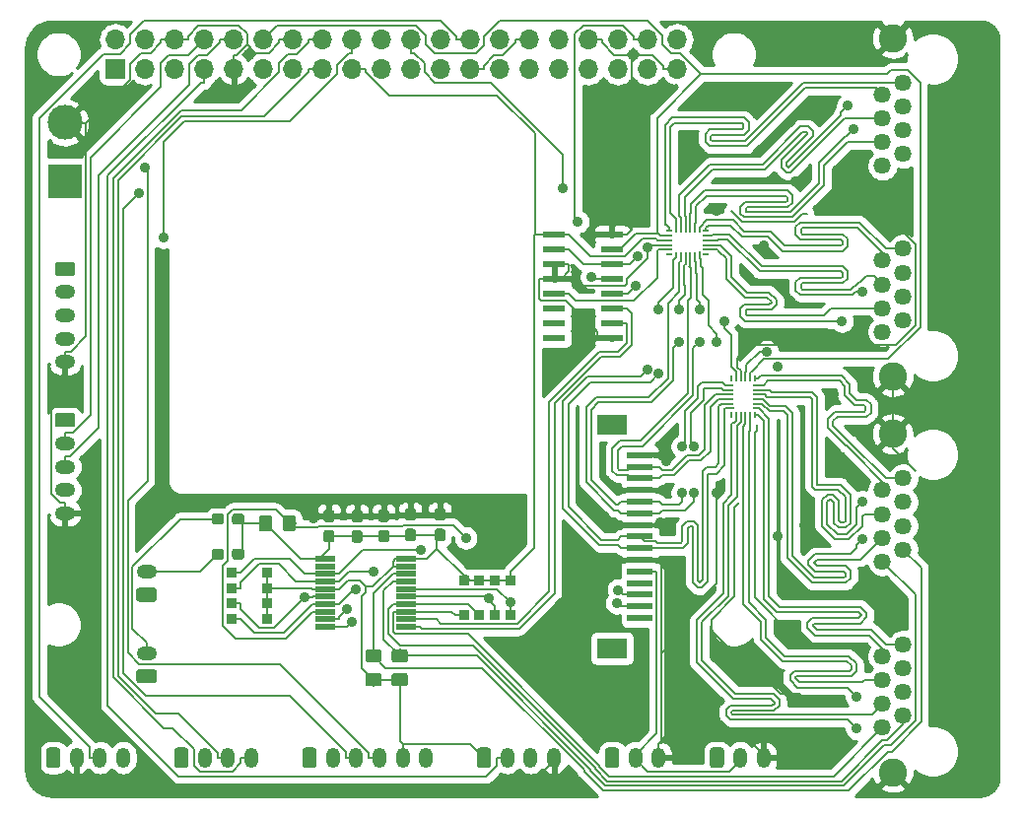
<source format=gbl>
G04 #@! TF.GenerationSoftware,KiCad,Pcbnew,(5.1.0)-1*
G04 #@! TF.CreationDate,2020-06-21T15:24:11+01:00*
G04 #@! TF.ProjectId,Top Board,546f7020-426f-4617-9264-2e6b69636164,-*
G04 #@! TF.SameCoordinates,Original*
G04 #@! TF.FileFunction,Copper,L2,Bot*
G04 #@! TF.FilePolarity,Positive*
%FSLAX46Y46*%
G04 Gerber Fmt 4.6, Leading zero omitted, Abs format (unit mm)*
G04 Created by KiCad (PCBNEW (5.1.0)-1) date 2020-06-21 15:24:11*
%MOMM*%
%LPD*%
G04 APERTURE LIST*
%ADD10C,2.430000*%
%ADD11C,1.462000*%
%ADD12R,0.225000X0.663000*%
%ADD13R,0.225000X0.563000*%
%ADD14R,0.563000X0.225000*%
%ADD15R,0.663000X0.225000*%
%ADD16R,3.000000X3.000000*%
%ADD17C,3.000000*%
%ADD18R,1.950000X0.590000*%
%ADD19C,0.150000*%
%ADD20C,1.200000*%
%ADD21O,1.200000X1.750000*%
%ADD22R,1.700000X1.700000*%
%ADD23O,1.700000X1.700000*%
%ADD24C,0.950000*%
%ADD25C,1.150000*%
%ADD26R,1.700000X0.480000*%
%ADD27R,0.900000X0.900000*%
%ADD28R,2.200000X0.600000*%
%ADD29R,2.600000X1.800000*%
%ADD30O,1.750000X1.200000*%
%ADD31C,0.900000*%
%ADD32C,0.152400*%
%ADD33C,0.200000*%
%ADD34C,0.254000*%
G04 APERTURE END LIST*
D10*
X183110000Y-102175000D03*
X183110000Y-131245000D03*
D11*
X182220000Y-127420000D03*
X184000000Y-126400000D03*
X182220000Y-125380000D03*
X184000000Y-124360000D03*
X182220000Y-123340000D03*
X184000000Y-122320000D03*
X182220000Y-121300000D03*
X184000000Y-120280000D03*
X182220000Y-113140000D03*
X184000000Y-112120000D03*
X182220000Y-111100000D03*
X184000000Y-110080000D03*
X182220000Y-109060000D03*
X184000000Y-108040000D03*
X182220000Y-107020000D03*
X184000000Y-106000000D03*
D12*
X166500000Y-86819000D03*
D13*
X166100000Y-86869000D03*
X165700000Y-86869000D03*
X165300000Y-86869000D03*
X164900000Y-86869000D03*
X164500000Y-86869000D03*
X164500000Y-84631000D03*
X164900000Y-84631000D03*
X165300000Y-84631000D03*
X165700000Y-84631000D03*
X166100000Y-84631000D03*
X166500000Y-84631000D03*
D14*
X163931000Y-85950000D03*
X163931000Y-86350000D03*
X163931000Y-86750000D03*
X163931000Y-85550000D03*
X163931000Y-85150000D03*
X163931000Y-84750000D03*
X167068000Y-84750000D03*
X167068000Y-85150000D03*
X167068000Y-85550000D03*
X167068000Y-85950000D03*
X167068000Y-86350000D03*
X167068000Y-86750000D03*
D15*
X169181000Y-100000000D03*
D14*
X169131000Y-99600000D03*
X169131000Y-99200000D03*
X169131000Y-98800000D03*
X169131000Y-98400000D03*
X169131000Y-98000000D03*
X171369000Y-98000000D03*
X171369000Y-98400000D03*
X171369000Y-98800000D03*
X171369000Y-99200000D03*
X171369000Y-99600000D03*
X171369000Y-100000000D03*
D13*
X170050000Y-97431000D03*
X169650000Y-97431000D03*
X169250000Y-97431000D03*
X170450000Y-97431000D03*
X170850000Y-97431000D03*
X171250000Y-97431000D03*
X171250000Y-100568000D03*
X170850000Y-100568000D03*
X170450000Y-100568000D03*
X170050000Y-100568000D03*
X169650000Y-100568000D03*
X169250000Y-100568000D03*
D11*
X184000000Y-72000000D03*
X182220000Y-73020000D03*
X184000000Y-74040000D03*
X182220000Y-75060000D03*
X184000000Y-76080000D03*
X182220000Y-77100000D03*
X184000000Y-78120000D03*
X182220000Y-79140000D03*
X184000000Y-86280000D03*
X182220000Y-87300000D03*
X184000000Y-88320000D03*
X182220000Y-89340000D03*
X184000000Y-90360000D03*
X182220000Y-91380000D03*
X184000000Y-92400000D03*
X182220000Y-93420000D03*
D10*
X183110000Y-97245000D03*
X183110000Y-68175000D03*
D16*
X112000000Y-80500000D03*
D17*
X112000000Y-75420000D03*
D18*
X154020000Y-85055000D03*
X154020000Y-86325000D03*
X154020000Y-87595000D03*
X154020000Y-88865000D03*
X154020000Y-90135000D03*
X154020000Y-91405000D03*
X154020000Y-92675000D03*
X154020000Y-93945000D03*
X158980000Y-93945000D03*
X158980000Y-92675000D03*
X158980000Y-91405000D03*
X158980000Y-90135000D03*
X158980000Y-88865000D03*
X158980000Y-87595000D03*
X158980000Y-86325000D03*
X158980000Y-85055000D03*
D19*
G36*
X133374505Y-129126204D02*
G01*
X133398773Y-129129804D01*
X133422572Y-129135765D01*
X133445671Y-129144030D01*
X133467850Y-129154520D01*
X133488893Y-129167132D01*
X133508599Y-129181747D01*
X133526777Y-129198223D01*
X133543253Y-129216401D01*
X133557868Y-129236107D01*
X133570480Y-129257150D01*
X133580970Y-129279329D01*
X133589235Y-129302428D01*
X133595196Y-129326227D01*
X133598796Y-129350495D01*
X133600000Y-129374999D01*
X133600000Y-130625001D01*
X133598796Y-130649505D01*
X133595196Y-130673773D01*
X133589235Y-130697572D01*
X133580970Y-130720671D01*
X133570480Y-130742850D01*
X133557868Y-130763893D01*
X133543253Y-130783599D01*
X133526777Y-130801777D01*
X133508599Y-130818253D01*
X133488893Y-130832868D01*
X133467850Y-130845480D01*
X133445671Y-130855970D01*
X133422572Y-130864235D01*
X133398773Y-130870196D01*
X133374505Y-130873796D01*
X133350001Y-130875000D01*
X132649999Y-130875000D01*
X132625495Y-130873796D01*
X132601227Y-130870196D01*
X132577428Y-130864235D01*
X132554329Y-130855970D01*
X132532150Y-130845480D01*
X132511107Y-130832868D01*
X132491401Y-130818253D01*
X132473223Y-130801777D01*
X132456747Y-130783599D01*
X132442132Y-130763893D01*
X132429520Y-130742850D01*
X132419030Y-130720671D01*
X132410765Y-130697572D01*
X132404804Y-130673773D01*
X132401204Y-130649505D01*
X132400000Y-130625001D01*
X132400000Y-129374999D01*
X132401204Y-129350495D01*
X132404804Y-129326227D01*
X132410765Y-129302428D01*
X132419030Y-129279329D01*
X132429520Y-129257150D01*
X132442132Y-129236107D01*
X132456747Y-129216401D01*
X132473223Y-129198223D01*
X132491401Y-129181747D01*
X132511107Y-129167132D01*
X132532150Y-129154520D01*
X132554329Y-129144030D01*
X132577428Y-129135765D01*
X132601227Y-129129804D01*
X132625495Y-129126204D01*
X132649999Y-129125000D01*
X133350001Y-129125000D01*
X133374505Y-129126204D01*
X133374505Y-129126204D01*
G37*
D20*
X133000000Y-130000000D03*
D21*
X135000000Y-130000000D03*
X137000000Y-130000000D03*
X139000000Y-130000000D03*
X141000000Y-130000000D03*
X143000000Y-130000000D03*
D22*
X116320000Y-70830000D03*
D23*
X116320000Y-68290000D03*
X118860000Y-70830000D03*
X118860000Y-68290000D03*
X121400000Y-70830000D03*
X121400000Y-68290000D03*
X123940000Y-70830000D03*
X123940000Y-68290000D03*
X126480000Y-70830000D03*
X126480000Y-68290000D03*
X129020000Y-70830000D03*
X129020000Y-68290000D03*
X131560000Y-70830000D03*
X131560000Y-68290000D03*
X134100000Y-70830000D03*
X134100000Y-68290000D03*
X136640000Y-70830000D03*
X136640000Y-68290000D03*
X139180000Y-70830000D03*
X139180000Y-68290000D03*
X141720000Y-70830000D03*
X141720000Y-68290000D03*
X144260000Y-70830000D03*
X144260000Y-68290000D03*
X146800000Y-70830000D03*
X146800000Y-68290000D03*
X149340000Y-70830000D03*
X149340000Y-68290000D03*
X151880000Y-70830000D03*
X151880000Y-68290000D03*
X154420000Y-70830000D03*
X154420000Y-68290000D03*
X156960000Y-70830000D03*
X156960000Y-68290000D03*
X159500000Y-70830000D03*
X159500000Y-68290000D03*
X162040000Y-70830000D03*
X162040000Y-68290000D03*
X164580000Y-70830000D03*
X164580000Y-68290000D03*
D19*
G36*
X134934779Y-108707144D02*
G01*
X134957834Y-108710563D01*
X134980443Y-108716227D01*
X135002387Y-108724079D01*
X135023457Y-108734044D01*
X135043448Y-108746026D01*
X135062168Y-108759910D01*
X135079438Y-108775562D01*
X135095090Y-108792832D01*
X135108974Y-108811552D01*
X135120956Y-108831543D01*
X135130921Y-108852613D01*
X135138773Y-108874557D01*
X135144437Y-108897166D01*
X135147856Y-108920221D01*
X135149000Y-108943500D01*
X135149000Y-109518500D01*
X135147856Y-109541779D01*
X135144437Y-109564834D01*
X135138773Y-109587443D01*
X135130921Y-109609387D01*
X135120956Y-109630457D01*
X135108974Y-109650448D01*
X135095090Y-109669168D01*
X135079438Y-109686438D01*
X135062168Y-109702090D01*
X135043448Y-109715974D01*
X135023457Y-109727956D01*
X135002387Y-109737921D01*
X134980443Y-109745773D01*
X134957834Y-109751437D01*
X134934779Y-109754856D01*
X134911500Y-109756000D01*
X134436500Y-109756000D01*
X134413221Y-109754856D01*
X134390166Y-109751437D01*
X134367557Y-109745773D01*
X134345613Y-109737921D01*
X134324543Y-109727956D01*
X134304552Y-109715974D01*
X134285832Y-109702090D01*
X134268562Y-109686438D01*
X134252910Y-109669168D01*
X134239026Y-109650448D01*
X134227044Y-109630457D01*
X134217079Y-109609387D01*
X134209227Y-109587443D01*
X134203563Y-109564834D01*
X134200144Y-109541779D01*
X134199000Y-109518500D01*
X134199000Y-108943500D01*
X134200144Y-108920221D01*
X134203563Y-108897166D01*
X134209227Y-108874557D01*
X134217079Y-108852613D01*
X134227044Y-108831543D01*
X134239026Y-108811552D01*
X134252910Y-108792832D01*
X134268562Y-108775562D01*
X134285832Y-108759910D01*
X134304552Y-108746026D01*
X134324543Y-108734044D01*
X134345613Y-108724079D01*
X134367557Y-108716227D01*
X134390166Y-108710563D01*
X134413221Y-108707144D01*
X134436500Y-108706000D01*
X134911500Y-108706000D01*
X134934779Y-108707144D01*
X134934779Y-108707144D01*
G37*
D24*
X134674000Y-109231000D03*
D19*
G36*
X134934779Y-110457144D02*
G01*
X134957834Y-110460563D01*
X134980443Y-110466227D01*
X135002387Y-110474079D01*
X135023457Y-110484044D01*
X135043448Y-110496026D01*
X135062168Y-110509910D01*
X135079438Y-110525562D01*
X135095090Y-110542832D01*
X135108974Y-110561552D01*
X135120956Y-110581543D01*
X135130921Y-110602613D01*
X135138773Y-110624557D01*
X135144437Y-110647166D01*
X135147856Y-110670221D01*
X135149000Y-110693500D01*
X135149000Y-111268500D01*
X135147856Y-111291779D01*
X135144437Y-111314834D01*
X135138773Y-111337443D01*
X135130921Y-111359387D01*
X135120956Y-111380457D01*
X135108974Y-111400448D01*
X135095090Y-111419168D01*
X135079438Y-111436438D01*
X135062168Y-111452090D01*
X135043448Y-111465974D01*
X135023457Y-111477956D01*
X135002387Y-111487921D01*
X134980443Y-111495773D01*
X134957834Y-111501437D01*
X134934779Y-111504856D01*
X134911500Y-111506000D01*
X134436500Y-111506000D01*
X134413221Y-111504856D01*
X134390166Y-111501437D01*
X134367557Y-111495773D01*
X134345613Y-111487921D01*
X134324543Y-111477956D01*
X134304552Y-111465974D01*
X134285832Y-111452090D01*
X134268562Y-111436438D01*
X134252910Y-111419168D01*
X134239026Y-111400448D01*
X134227044Y-111380457D01*
X134217079Y-111359387D01*
X134209227Y-111337443D01*
X134203563Y-111314834D01*
X134200144Y-111291779D01*
X134199000Y-111268500D01*
X134199000Y-110693500D01*
X134200144Y-110670221D01*
X134203563Y-110647166D01*
X134209227Y-110624557D01*
X134217079Y-110602613D01*
X134227044Y-110581543D01*
X134239026Y-110561552D01*
X134252910Y-110542832D01*
X134268562Y-110525562D01*
X134285832Y-110509910D01*
X134304552Y-110496026D01*
X134324543Y-110484044D01*
X134345613Y-110474079D01*
X134367557Y-110466227D01*
X134390166Y-110460563D01*
X134413221Y-110457144D01*
X134436500Y-110456000D01*
X134911500Y-110456000D01*
X134934779Y-110457144D01*
X134934779Y-110457144D01*
G37*
D24*
X134674000Y-110981000D03*
D19*
G36*
X137347779Y-108721144D02*
G01*
X137370834Y-108724563D01*
X137393443Y-108730227D01*
X137415387Y-108738079D01*
X137436457Y-108748044D01*
X137456448Y-108760026D01*
X137475168Y-108773910D01*
X137492438Y-108789562D01*
X137508090Y-108806832D01*
X137521974Y-108825552D01*
X137533956Y-108845543D01*
X137543921Y-108866613D01*
X137551773Y-108888557D01*
X137557437Y-108911166D01*
X137560856Y-108934221D01*
X137562000Y-108957500D01*
X137562000Y-109532500D01*
X137560856Y-109555779D01*
X137557437Y-109578834D01*
X137551773Y-109601443D01*
X137543921Y-109623387D01*
X137533956Y-109644457D01*
X137521974Y-109664448D01*
X137508090Y-109683168D01*
X137492438Y-109700438D01*
X137475168Y-109716090D01*
X137456448Y-109729974D01*
X137436457Y-109741956D01*
X137415387Y-109751921D01*
X137393443Y-109759773D01*
X137370834Y-109765437D01*
X137347779Y-109768856D01*
X137324500Y-109770000D01*
X136849500Y-109770000D01*
X136826221Y-109768856D01*
X136803166Y-109765437D01*
X136780557Y-109759773D01*
X136758613Y-109751921D01*
X136737543Y-109741956D01*
X136717552Y-109729974D01*
X136698832Y-109716090D01*
X136681562Y-109700438D01*
X136665910Y-109683168D01*
X136652026Y-109664448D01*
X136640044Y-109644457D01*
X136630079Y-109623387D01*
X136622227Y-109601443D01*
X136616563Y-109578834D01*
X136613144Y-109555779D01*
X136612000Y-109532500D01*
X136612000Y-108957500D01*
X136613144Y-108934221D01*
X136616563Y-108911166D01*
X136622227Y-108888557D01*
X136630079Y-108866613D01*
X136640044Y-108845543D01*
X136652026Y-108825552D01*
X136665910Y-108806832D01*
X136681562Y-108789562D01*
X136698832Y-108773910D01*
X136717552Y-108760026D01*
X136737543Y-108748044D01*
X136758613Y-108738079D01*
X136780557Y-108730227D01*
X136803166Y-108724563D01*
X136826221Y-108721144D01*
X136849500Y-108720000D01*
X137324500Y-108720000D01*
X137347779Y-108721144D01*
X137347779Y-108721144D01*
G37*
D24*
X137087000Y-109245000D03*
D19*
G36*
X137347779Y-110471144D02*
G01*
X137370834Y-110474563D01*
X137393443Y-110480227D01*
X137415387Y-110488079D01*
X137436457Y-110498044D01*
X137456448Y-110510026D01*
X137475168Y-110523910D01*
X137492438Y-110539562D01*
X137508090Y-110556832D01*
X137521974Y-110575552D01*
X137533956Y-110595543D01*
X137543921Y-110616613D01*
X137551773Y-110638557D01*
X137557437Y-110661166D01*
X137560856Y-110684221D01*
X137562000Y-110707500D01*
X137562000Y-111282500D01*
X137560856Y-111305779D01*
X137557437Y-111328834D01*
X137551773Y-111351443D01*
X137543921Y-111373387D01*
X137533956Y-111394457D01*
X137521974Y-111414448D01*
X137508090Y-111433168D01*
X137492438Y-111450438D01*
X137475168Y-111466090D01*
X137456448Y-111479974D01*
X137436457Y-111491956D01*
X137415387Y-111501921D01*
X137393443Y-111509773D01*
X137370834Y-111515437D01*
X137347779Y-111518856D01*
X137324500Y-111520000D01*
X136849500Y-111520000D01*
X136826221Y-111518856D01*
X136803166Y-111515437D01*
X136780557Y-111509773D01*
X136758613Y-111501921D01*
X136737543Y-111491956D01*
X136717552Y-111479974D01*
X136698832Y-111466090D01*
X136681562Y-111450438D01*
X136665910Y-111433168D01*
X136652026Y-111414448D01*
X136640044Y-111394457D01*
X136630079Y-111373387D01*
X136622227Y-111351443D01*
X136616563Y-111328834D01*
X136613144Y-111305779D01*
X136612000Y-111282500D01*
X136612000Y-110707500D01*
X136613144Y-110684221D01*
X136616563Y-110661166D01*
X136622227Y-110638557D01*
X136630079Y-110616613D01*
X136640044Y-110595543D01*
X136652026Y-110575552D01*
X136665910Y-110556832D01*
X136681562Y-110539562D01*
X136698832Y-110523910D01*
X136717552Y-110510026D01*
X136737543Y-110498044D01*
X136758613Y-110488079D01*
X136780557Y-110480227D01*
X136803166Y-110474563D01*
X136826221Y-110471144D01*
X136849500Y-110470000D01*
X137324500Y-110470000D01*
X137347779Y-110471144D01*
X137347779Y-110471144D01*
G37*
D24*
X137087000Y-110995000D03*
D19*
G36*
X139633779Y-110443144D02*
G01*
X139656834Y-110446563D01*
X139679443Y-110452227D01*
X139701387Y-110460079D01*
X139722457Y-110470044D01*
X139742448Y-110482026D01*
X139761168Y-110495910D01*
X139778438Y-110511562D01*
X139794090Y-110528832D01*
X139807974Y-110547552D01*
X139819956Y-110567543D01*
X139829921Y-110588613D01*
X139837773Y-110610557D01*
X139843437Y-110633166D01*
X139846856Y-110656221D01*
X139848000Y-110679500D01*
X139848000Y-111254500D01*
X139846856Y-111277779D01*
X139843437Y-111300834D01*
X139837773Y-111323443D01*
X139829921Y-111345387D01*
X139819956Y-111366457D01*
X139807974Y-111386448D01*
X139794090Y-111405168D01*
X139778438Y-111422438D01*
X139761168Y-111438090D01*
X139742448Y-111451974D01*
X139722457Y-111463956D01*
X139701387Y-111473921D01*
X139679443Y-111481773D01*
X139656834Y-111487437D01*
X139633779Y-111490856D01*
X139610500Y-111492000D01*
X139135500Y-111492000D01*
X139112221Y-111490856D01*
X139089166Y-111487437D01*
X139066557Y-111481773D01*
X139044613Y-111473921D01*
X139023543Y-111463956D01*
X139003552Y-111451974D01*
X138984832Y-111438090D01*
X138967562Y-111422438D01*
X138951910Y-111405168D01*
X138938026Y-111386448D01*
X138926044Y-111366457D01*
X138916079Y-111345387D01*
X138908227Y-111323443D01*
X138902563Y-111300834D01*
X138899144Y-111277779D01*
X138898000Y-111254500D01*
X138898000Y-110679500D01*
X138899144Y-110656221D01*
X138902563Y-110633166D01*
X138908227Y-110610557D01*
X138916079Y-110588613D01*
X138926044Y-110567543D01*
X138938026Y-110547552D01*
X138951910Y-110528832D01*
X138967562Y-110511562D01*
X138984832Y-110495910D01*
X139003552Y-110482026D01*
X139023543Y-110470044D01*
X139044613Y-110460079D01*
X139066557Y-110452227D01*
X139089166Y-110446563D01*
X139112221Y-110443144D01*
X139135500Y-110442000D01*
X139610500Y-110442000D01*
X139633779Y-110443144D01*
X139633779Y-110443144D01*
G37*
D24*
X139373000Y-110967000D03*
D19*
G36*
X139633779Y-108693144D02*
G01*
X139656834Y-108696563D01*
X139679443Y-108702227D01*
X139701387Y-108710079D01*
X139722457Y-108720044D01*
X139742448Y-108732026D01*
X139761168Y-108745910D01*
X139778438Y-108761562D01*
X139794090Y-108778832D01*
X139807974Y-108797552D01*
X139819956Y-108817543D01*
X139829921Y-108838613D01*
X139837773Y-108860557D01*
X139843437Y-108883166D01*
X139846856Y-108906221D01*
X139848000Y-108929500D01*
X139848000Y-109504500D01*
X139846856Y-109527779D01*
X139843437Y-109550834D01*
X139837773Y-109573443D01*
X139829921Y-109595387D01*
X139819956Y-109616457D01*
X139807974Y-109636448D01*
X139794090Y-109655168D01*
X139778438Y-109672438D01*
X139761168Y-109688090D01*
X139742448Y-109701974D01*
X139722457Y-109713956D01*
X139701387Y-109723921D01*
X139679443Y-109731773D01*
X139656834Y-109737437D01*
X139633779Y-109740856D01*
X139610500Y-109742000D01*
X139135500Y-109742000D01*
X139112221Y-109740856D01*
X139089166Y-109737437D01*
X139066557Y-109731773D01*
X139044613Y-109723921D01*
X139023543Y-109713956D01*
X139003552Y-109701974D01*
X138984832Y-109688090D01*
X138967562Y-109672438D01*
X138951910Y-109655168D01*
X138938026Y-109636448D01*
X138926044Y-109616457D01*
X138916079Y-109595387D01*
X138908227Y-109573443D01*
X138902563Y-109550834D01*
X138899144Y-109527779D01*
X138898000Y-109504500D01*
X138898000Y-108929500D01*
X138899144Y-108906221D01*
X138902563Y-108883166D01*
X138908227Y-108860557D01*
X138916079Y-108838613D01*
X138926044Y-108817543D01*
X138938026Y-108797552D01*
X138951910Y-108778832D01*
X138967562Y-108761562D01*
X138984832Y-108745910D01*
X139003552Y-108732026D01*
X139023543Y-108720044D01*
X139044613Y-108710079D01*
X139066557Y-108702227D01*
X139089166Y-108696563D01*
X139112221Y-108693144D01*
X139135500Y-108692000D01*
X139610500Y-108692000D01*
X139633779Y-108693144D01*
X139633779Y-108693144D01*
G37*
D24*
X139373000Y-109217000D03*
D19*
G36*
X141919779Y-108580144D02*
G01*
X141942834Y-108583563D01*
X141965443Y-108589227D01*
X141987387Y-108597079D01*
X142008457Y-108607044D01*
X142028448Y-108619026D01*
X142047168Y-108632910D01*
X142064438Y-108648562D01*
X142080090Y-108665832D01*
X142093974Y-108684552D01*
X142105956Y-108704543D01*
X142115921Y-108725613D01*
X142123773Y-108747557D01*
X142129437Y-108770166D01*
X142132856Y-108793221D01*
X142134000Y-108816500D01*
X142134000Y-109391500D01*
X142132856Y-109414779D01*
X142129437Y-109437834D01*
X142123773Y-109460443D01*
X142115921Y-109482387D01*
X142105956Y-109503457D01*
X142093974Y-109523448D01*
X142080090Y-109542168D01*
X142064438Y-109559438D01*
X142047168Y-109575090D01*
X142028448Y-109588974D01*
X142008457Y-109600956D01*
X141987387Y-109610921D01*
X141965443Y-109618773D01*
X141942834Y-109624437D01*
X141919779Y-109627856D01*
X141896500Y-109629000D01*
X141421500Y-109629000D01*
X141398221Y-109627856D01*
X141375166Y-109624437D01*
X141352557Y-109618773D01*
X141330613Y-109610921D01*
X141309543Y-109600956D01*
X141289552Y-109588974D01*
X141270832Y-109575090D01*
X141253562Y-109559438D01*
X141237910Y-109542168D01*
X141224026Y-109523448D01*
X141212044Y-109503457D01*
X141202079Y-109482387D01*
X141194227Y-109460443D01*
X141188563Y-109437834D01*
X141185144Y-109414779D01*
X141184000Y-109391500D01*
X141184000Y-108816500D01*
X141185144Y-108793221D01*
X141188563Y-108770166D01*
X141194227Y-108747557D01*
X141202079Y-108725613D01*
X141212044Y-108704543D01*
X141224026Y-108684552D01*
X141237910Y-108665832D01*
X141253562Y-108648562D01*
X141270832Y-108632910D01*
X141289552Y-108619026D01*
X141309543Y-108607044D01*
X141330613Y-108597079D01*
X141352557Y-108589227D01*
X141375166Y-108583563D01*
X141398221Y-108580144D01*
X141421500Y-108579000D01*
X141896500Y-108579000D01*
X141919779Y-108580144D01*
X141919779Y-108580144D01*
G37*
D24*
X141659000Y-109104000D03*
D19*
G36*
X141919779Y-110330144D02*
G01*
X141942834Y-110333563D01*
X141965443Y-110339227D01*
X141987387Y-110347079D01*
X142008457Y-110357044D01*
X142028448Y-110369026D01*
X142047168Y-110382910D01*
X142064438Y-110398562D01*
X142080090Y-110415832D01*
X142093974Y-110434552D01*
X142105956Y-110454543D01*
X142115921Y-110475613D01*
X142123773Y-110497557D01*
X142129437Y-110520166D01*
X142132856Y-110543221D01*
X142134000Y-110566500D01*
X142134000Y-111141500D01*
X142132856Y-111164779D01*
X142129437Y-111187834D01*
X142123773Y-111210443D01*
X142115921Y-111232387D01*
X142105956Y-111253457D01*
X142093974Y-111273448D01*
X142080090Y-111292168D01*
X142064438Y-111309438D01*
X142047168Y-111325090D01*
X142028448Y-111338974D01*
X142008457Y-111350956D01*
X141987387Y-111360921D01*
X141965443Y-111368773D01*
X141942834Y-111374437D01*
X141919779Y-111377856D01*
X141896500Y-111379000D01*
X141421500Y-111379000D01*
X141398221Y-111377856D01*
X141375166Y-111374437D01*
X141352557Y-111368773D01*
X141330613Y-111360921D01*
X141309543Y-111350956D01*
X141289552Y-111338974D01*
X141270832Y-111325090D01*
X141253562Y-111309438D01*
X141237910Y-111292168D01*
X141224026Y-111273448D01*
X141212044Y-111253457D01*
X141202079Y-111232387D01*
X141194227Y-111210443D01*
X141188563Y-111187834D01*
X141185144Y-111164779D01*
X141184000Y-111141500D01*
X141184000Y-110566500D01*
X141185144Y-110543221D01*
X141188563Y-110520166D01*
X141194227Y-110497557D01*
X141202079Y-110475613D01*
X141212044Y-110454543D01*
X141224026Y-110434552D01*
X141237910Y-110415832D01*
X141253562Y-110398562D01*
X141270832Y-110382910D01*
X141289552Y-110369026D01*
X141309543Y-110357044D01*
X141330613Y-110347079D01*
X141352557Y-110339227D01*
X141375166Y-110333563D01*
X141398221Y-110330144D01*
X141421500Y-110329000D01*
X141896500Y-110329000D01*
X141919779Y-110330144D01*
X141919779Y-110330144D01*
G37*
D24*
X141659000Y-110854000D03*
D19*
G36*
X144459779Y-110330144D02*
G01*
X144482834Y-110333563D01*
X144505443Y-110339227D01*
X144527387Y-110347079D01*
X144548457Y-110357044D01*
X144568448Y-110369026D01*
X144587168Y-110382910D01*
X144604438Y-110398562D01*
X144620090Y-110415832D01*
X144633974Y-110434552D01*
X144645956Y-110454543D01*
X144655921Y-110475613D01*
X144663773Y-110497557D01*
X144669437Y-110520166D01*
X144672856Y-110543221D01*
X144674000Y-110566500D01*
X144674000Y-111141500D01*
X144672856Y-111164779D01*
X144669437Y-111187834D01*
X144663773Y-111210443D01*
X144655921Y-111232387D01*
X144645956Y-111253457D01*
X144633974Y-111273448D01*
X144620090Y-111292168D01*
X144604438Y-111309438D01*
X144587168Y-111325090D01*
X144568448Y-111338974D01*
X144548457Y-111350956D01*
X144527387Y-111360921D01*
X144505443Y-111368773D01*
X144482834Y-111374437D01*
X144459779Y-111377856D01*
X144436500Y-111379000D01*
X143961500Y-111379000D01*
X143938221Y-111377856D01*
X143915166Y-111374437D01*
X143892557Y-111368773D01*
X143870613Y-111360921D01*
X143849543Y-111350956D01*
X143829552Y-111338974D01*
X143810832Y-111325090D01*
X143793562Y-111309438D01*
X143777910Y-111292168D01*
X143764026Y-111273448D01*
X143752044Y-111253457D01*
X143742079Y-111232387D01*
X143734227Y-111210443D01*
X143728563Y-111187834D01*
X143725144Y-111164779D01*
X143724000Y-111141500D01*
X143724000Y-110566500D01*
X143725144Y-110543221D01*
X143728563Y-110520166D01*
X143734227Y-110497557D01*
X143742079Y-110475613D01*
X143752044Y-110454543D01*
X143764026Y-110434552D01*
X143777910Y-110415832D01*
X143793562Y-110398562D01*
X143810832Y-110382910D01*
X143829552Y-110369026D01*
X143849543Y-110357044D01*
X143870613Y-110347079D01*
X143892557Y-110339227D01*
X143915166Y-110333563D01*
X143938221Y-110330144D01*
X143961500Y-110329000D01*
X144436500Y-110329000D01*
X144459779Y-110330144D01*
X144459779Y-110330144D01*
G37*
D24*
X144199000Y-110854000D03*
D19*
G36*
X144459779Y-108580144D02*
G01*
X144482834Y-108583563D01*
X144505443Y-108589227D01*
X144527387Y-108597079D01*
X144548457Y-108607044D01*
X144568448Y-108619026D01*
X144587168Y-108632910D01*
X144604438Y-108648562D01*
X144620090Y-108665832D01*
X144633974Y-108684552D01*
X144645956Y-108704543D01*
X144655921Y-108725613D01*
X144663773Y-108747557D01*
X144669437Y-108770166D01*
X144672856Y-108793221D01*
X144674000Y-108816500D01*
X144674000Y-109391500D01*
X144672856Y-109414779D01*
X144669437Y-109437834D01*
X144663773Y-109460443D01*
X144655921Y-109482387D01*
X144645956Y-109503457D01*
X144633974Y-109523448D01*
X144620090Y-109542168D01*
X144604438Y-109559438D01*
X144587168Y-109575090D01*
X144568448Y-109588974D01*
X144548457Y-109600956D01*
X144527387Y-109610921D01*
X144505443Y-109618773D01*
X144482834Y-109624437D01*
X144459779Y-109627856D01*
X144436500Y-109629000D01*
X143961500Y-109629000D01*
X143938221Y-109627856D01*
X143915166Y-109624437D01*
X143892557Y-109618773D01*
X143870613Y-109610921D01*
X143849543Y-109600956D01*
X143829552Y-109588974D01*
X143810832Y-109575090D01*
X143793562Y-109559438D01*
X143777910Y-109542168D01*
X143764026Y-109523448D01*
X143752044Y-109503457D01*
X143742079Y-109482387D01*
X143734227Y-109460443D01*
X143728563Y-109437834D01*
X143725144Y-109414779D01*
X143724000Y-109391500D01*
X143724000Y-108816500D01*
X143725144Y-108793221D01*
X143728563Y-108770166D01*
X143734227Y-108747557D01*
X143742079Y-108725613D01*
X143752044Y-108704543D01*
X143764026Y-108684552D01*
X143777910Y-108665832D01*
X143793562Y-108648562D01*
X143810832Y-108632910D01*
X143829552Y-108619026D01*
X143849543Y-108607044D01*
X143870613Y-108597079D01*
X143892557Y-108589227D01*
X143915166Y-108583563D01*
X143938221Y-108580144D01*
X143961500Y-108579000D01*
X144436500Y-108579000D01*
X144459779Y-108580144D01*
X144459779Y-108580144D01*
G37*
D24*
X144199000Y-109104000D03*
D19*
G36*
X131612505Y-109161204D02*
G01*
X131636773Y-109164804D01*
X131660572Y-109170765D01*
X131683671Y-109179030D01*
X131705850Y-109189520D01*
X131726893Y-109202132D01*
X131746599Y-109216747D01*
X131764777Y-109233223D01*
X131781253Y-109251401D01*
X131795868Y-109271107D01*
X131808480Y-109292150D01*
X131818970Y-109314329D01*
X131827235Y-109337428D01*
X131833196Y-109361227D01*
X131836796Y-109385495D01*
X131838000Y-109409999D01*
X131838000Y-110310001D01*
X131836796Y-110334505D01*
X131833196Y-110358773D01*
X131827235Y-110382572D01*
X131818970Y-110405671D01*
X131808480Y-110427850D01*
X131795868Y-110448893D01*
X131781253Y-110468599D01*
X131764777Y-110486777D01*
X131746599Y-110503253D01*
X131726893Y-110517868D01*
X131705850Y-110530480D01*
X131683671Y-110540970D01*
X131660572Y-110549235D01*
X131636773Y-110555196D01*
X131612505Y-110558796D01*
X131588001Y-110560000D01*
X130937999Y-110560000D01*
X130913495Y-110558796D01*
X130889227Y-110555196D01*
X130865428Y-110549235D01*
X130842329Y-110540970D01*
X130820150Y-110530480D01*
X130799107Y-110517868D01*
X130779401Y-110503253D01*
X130761223Y-110486777D01*
X130744747Y-110468599D01*
X130730132Y-110448893D01*
X130717520Y-110427850D01*
X130707030Y-110405671D01*
X130698765Y-110382572D01*
X130692804Y-110358773D01*
X130689204Y-110334505D01*
X130688000Y-110310001D01*
X130688000Y-109409999D01*
X130689204Y-109385495D01*
X130692804Y-109361227D01*
X130698765Y-109337428D01*
X130707030Y-109314329D01*
X130717520Y-109292150D01*
X130730132Y-109271107D01*
X130744747Y-109251401D01*
X130761223Y-109233223D01*
X130779401Y-109216747D01*
X130799107Y-109202132D01*
X130820150Y-109189520D01*
X130842329Y-109179030D01*
X130865428Y-109170765D01*
X130889227Y-109164804D01*
X130913495Y-109161204D01*
X130937999Y-109160000D01*
X131588001Y-109160000D01*
X131612505Y-109161204D01*
X131612505Y-109161204D01*
G37*
D25*
X131263000Y-109860000D03*
D19*
G36*
X129562505Y-109161204D02*
G01*
X129586773Y-109164804D01*
X129610572Y-109170765D01*
X129633671Y-109179030D01*
X129655850Y-109189520D01*
X129676893Y-109202132D01*
X129696599Y-109216747D01*
X129714777Y-109233223D01*
X129731253Y-109251401D01*
X129745868Y-109271107D01*
X129758480Y-109292150D01*
X129768970Y-109314329D01*
X129777235Y-109337428D01*
X129783196Y-109361227D01*
X129786796Y-109385495D01*
X129788000Y-109409999D01*
X129788000Y-110310001D01*
X129786796Y-110334505D01*
X129783196Y-110358773D01*
X129777235Y-110382572D01*
X129768970Y-110405671D01*
X129758480Y-110427850D01*
X129745868Y-110448893D01*
X129731253Y-110468599D01*
X129714777Y-110486777D01*
X129696599Y-110503253D01*
X129676893Y-110517868D01*
X129655850Y-110530480D01*
X129633671Y-110540970D01*
X129610572Y-110549235D01*
X129586773Y-110555196D01*
X129562505Y-110558796D01*
X129538001Y-110560000D01*
X128887999Y-110560000D01*
X128863495Y-110558796D01*
X128839227Y-110555196D01*
X128815428Y-110549235D01*
X128792329Y-110540970D01*
X128770150Y-110530480D01*
X128749107Y-110517868D01*
X128729401Y-110503253D01*
X128711223Y-110486777D01*
X128694747Y-110468599D01*
X128680132Y-110448893D01*
X128667520Y-110427850D01*
X128657030Y-110405671D01*
X128648765Y-110382572D01*
X128642804Y-110358773D01*
X128639204Y-110334505D01*
X128638000Y-110310001D01*
X128638000Y-109409999D01*
X128639204Y-109385495D01*
X128642804Y-109361227D01*
X128648765Y-109337428D01*
X128657030Y-109314329D01*
X128667520Y-109292150D01*
X128680132Y-109271107D01*
X128694747Y-109251401D01*
X128711223Y-109233223D01*
X128729401Y-109216747D01*
X128749107Y-109202132D01*
X128770150Y-109189520D01*
X128792329Y-109179030D01*
X128815428Y-109170765D01*
X128839227Y-109164804D01*
X128863495Y-109161204D01*
X128887999Y-109160000D01*
X129538001Y-109160000D01*
X129562505Y-109161204D01*
X129562505Y-109161204D01*
G37*
D25*
X129213000Y-109860000D03*
D19*
G36*
X141224505Y-122726204D02*
G01*
X141248773Y-122729804D01*
X141272572Y-122735765D01*
X141295671Y-122744030D01*
X141317850Y-122754520D01*
X141338893Y-122767132D01*
X141358599Y-122781747D01*
X141376777Y-122798223D01*
X141393253Y-122816401D01*
X141407868Y-122836107D01*
X141420480Y-122857150D01*
X141430970Y-122879329D01*
X141439235Y-122902428D01*
X141445196Y-122926227D01*
X141448796Y-122950495D01*
X141450000Y-122974999D01*
X141450000Y-123625001D01*
X141448796Y-123649505D01*
X141445196Y-123673773D01*
X141439235Y-123697572D01*
X141430970Y-123720671D01*
X141420480Y-123742850D01*
X141407868Y-123763893D01*
X141393253Y-123783599D01*
X141376777Y-123801777D01*
X141358599Y-123818253D01*
X141338893Y-123832868D01*
X141317850Y-123845480D01*
X141295671Y-123855970D01*
X141272572Y-123864235D01*
X141248773Y-123870196D01*
X141224505Y-123873796D01*
X141200001Y-123875000D01*
X140299999Y-123875000D01*
X140275495Y-123873796D01*
X140251227Y-123870196D01*
X140227428Y-123864235D01*
X140204329Y-123855970D01*
X140182150Y-123845480D01*
X140161107Y-123832868D01*
X140141401Y-123818253D01*
X140123223Y-123801777D01*
X140106747Y-123783599D01*
X140092132Y-123763893D01*
X140079520Y-123742850D01*
X140069030Y-123720671D01*
X140060765Y-123697572D01*
X140054804Y-123673773D01*
X140051204Y-123649505D01*
X140050000Y-123625001D01*
X140050000Y-122974999D01*
X140051204Y-122950495D01*
X140054804Y-122926227D01*
X140060765Y-122902428D01*
X140069030Y-122879329D01*
X140079520Y-122857150D01*
X140092132Y-122836107D01*
X140106747Y-122816401D01*
X140123223Y-122798223D01*
X140141401Y-122781747D01*
X140161107Y-122767132D01*
X140182150Y-122754520D01*
X140204329Y-122744030D01*
X140227428Y-122735765D01*
X140251227Y-122729804D01*
X140275495Y-122726204D01*
X140299999Y-122725000D01*
X141200001Y-122725000D01*
X141224505Y-122726204D01*
X141224505Y-122726204D01*
G37*
D25*
X140750000Y-123300000D03*
D19*
G36*
X141224505Y-120676204D02*
G01*
X141248773Y-120679804D01*
X141272572Y-120685765D01*
X141295671Y-120694030D01*
X141317850Y-120704520D01*
X141338893Y-120717132D01*
X141358599Y-120731747D01*
X141376777Y-120748223D01*
X141393253Y-120766401D01*
X141407868Y-120786107D01*
X141420480Y-120807150D01*
X141430970Y-120829329D01*
X141439235Y-120852428D01*
X141445196Y-120876227D01*
X141448796Y-120900495D01*
X141450000Y-120924999D01*
X141450000Y-121575001D01*
X141448796Y-121599505D01*
X141445196Y-121623773D01*
X141439235Y-121647572D01*
X141430970Y-121670671D01*
X141420480Y-121692850D01*
X141407868Y-121713893D01*
X141393253Y-121733599D01*
X141376777Y-121751777D01*
X141358599Y-121768253D01*
X141338893Y-121782868D01*
X141317850Y-121795480D01*
X141295671Y-121805970D01*
X141272572Y-121814235D01*
X141248773Y-121820196D01*
X141224505Y-121823796D01*
X141200001Y-121825000D01*
X140299999Y-121825000D01*
X140275495Y-121823796D01*
X140251227Y-121820196D01*
X140227428Y-121814235D01*
X140204329Y-121805970D01*
X140182150Y-121795480D01*
X140161107Y-121782868D01*
X140141401Y-121768253D01*
X140123223Y-121751777D01*
X140106747Y-121733599D01*
X140092132Y-121713893D01*
X140079520Y-121692850D01*
X140069030Y-121670671D01*
X140060765Y-121647572D01*
X140054804Y-121623773D01*
X140051204Y-121599505D01*
X140050000Y-121575001D01*
X140050000Y-120924999D01*
X140051204Y-120900495D01*
X140054804Y-120876227D01*
X140060765Y-120852428D01*
X140069030Y-120829329D01*
X140079520Y-120807150D01*
X140092132Y-120786107D01*
X140106747Y-120766401D01*
X140123223Y-120748223D01*
X140141401Y-120731747D01*
X140161107Y-120717132D01*
X140182150Y-120704520D01*
X140204329Y-120694030D01*
X140227428Y-120685765D01*
X140251227Y-120679804D01*
X140275495Y-120676204D01*
X140299999Y-120675000D01*
X141200001Y-120675000D01*
X141224505Y-120676204D01*
X141224505Y-120676204D01*
G37*
D25*
X140750000Y-121250000D03*
D19*
G36*
X138974505Y-120676204D02*
G01*
X138998773Y-120679804D01*
X139022572Y-120685765D01*
X139045671Y-120694030D01*
X139067850Y-120704520D01*
X139088893Y-120717132D01*
X139108599Y-120731747D01*
X139126777Y-120748223D01*
X139143253Y-120766401D01*
X139157868Y-120786107D01*
X139170480Y-120807150D01*
X139180970Y-120829329D01*
X139189235Y-120852428D01*
X139195196Y-120876227D01*
X139198796Y-120900495D01*
X139200000Y-120924999D01*
X139200000Y-121575001D01*
X139198796Y-121599505D01*
X139195196Y-121623773D01*
X139189235Y-121647572D01*
X139180970Y-121670671D01*
X139170480Y-121692850D01*
X139157868Y-121713893D01*
X139143253Y-121733599D01*
X139126777Y-121751777D01*
X139108599Y-121768253D01*
X139088893Y-121782868D01*
X139067850Y-121795480D01*
X139045671Y-121805970D01*
X139022572Y-121814235D01*
X138998773Y-121820196D01*
X138974505Y-121823796D01*
X138950001Y-121825000D01*
X138049999Y-121825000D01*
X138025495Y-121823796D01*
X138001227Y-121820196D01*
X137977428Y-121814235D01*
X137954329Y-121805970D01*
X137932150Y-121795480D01*
X137911107Y-121782868D01*
X137891401Y-121768253D01*
X137873223Y-121751777D01*
X137856747Y-121733599D01*
X137842132Y-121713893D01*
X137829520Y-121692850D01*
X137819030Y-121670671D01*
X137810765Y-121647572D01*
X137804804Y-121623773D01*
X137801204Y-121599505D01*
X137800000Y-121575001D01*
X137800000Y-120924999D01*
X137801204Y-120900495D01*
X137804804Y-120876227D01*
X137810765Y-120852428D01*
X137819030Y-120829329D01*
X137829520Y-120807150D01*
X137842132Y-120786107D01*
X137856747Y-120766401D01*
X137873223Y-120748223D01*
X137891401Y-120731747D01*
X137911107Y-120717132D01*
X137932150Y-120704520D01*
X137954329Y-120694030D01*
X137977428Y-120685765D01*
X138001227Y-120679804D01*
X138025495Y-120676204D01*
X138049999Y-120675000D01*
X138950001Y-120675000D01*
X138974505Y-120676204D01*
X138974505Y-120676204D01*
G37*
D25*
X138500000Y-121250000D03*
D19*
G36*
X138974505Y-122726204D02*
G01*
X138998773Y-122729804D01*
X139022572Y-122735765D01*
X139045671Y-122744030D01*
X139067850Y-122754520D01*
X139088893Y-122767132D01*
X139108599Y-122781747D01*
X139126777Y-122798223D01*
X139143253Y-122816401D01*
X139157868Y-122836107D01*
X139170480Y-122857150D01*
X139180970Y-122879329D01*
X139189235Y-122902428D01*
X139195196Y-122926227D01*
X139198796Y-122950495D01*
X139200000Y-122974999D01*
X139200000Y-123625001D01*
X139198796Y-123649505D01*
X139195196Y-123673773D01*
X139189235Y-123697572D01*
X139180970Y-123720671D01*
X139170480Y-123742850D01*
X139157868Y-123763893D01*
X139143253Y-123783599D01*
X139126777Y-123801777D01*
X139108599Y-123818253D01*
X139088893Y-123832868D01*
X139067850Y-123845480D01*
X139045671Y-123855970D01*
X139022572Y-123864235D01*
X138998773Y-123870196D01*
X138974505Y-123873796D01*
X138950001Y-123875000D01*
X138049999Y-123875000D01*
X138025495Y-123873796D01*
X138001227Y-123870196D01*
X137977428Y-123864235D01*
X137954329Y-123855970D01*
X137932150Y-123845480D01*
X137911107Y-123832868D01*
X137891401Y-123818253D01*
X137873223Y-123801777D01*
X137856747Y-123783599D01*
X137842132Y-123763893D01*
X137829520Y-123742850D01*
X137819030Y-123720671D01*
X137810765Y-123697572D01*
X137804804Y-123673773D01*
X137801204Y-123649505D01*
X137800000Y-123625001D01*
X137800000Y-122974999D01*
X137801204Y-122950495D01*
X137804804Y-122926227D01*
X137810765Y-122902428D01*
X137819030Y-122879329D01*
X137829520Y-122857150D01*
X137842132Y-122836107D01*
X137856747Y-122816401D01*
X137873223Y-122798223D01*
X137891401Y-122781747D01*
X137911107Y-122767132D01*
X137932150Y-122754520D01*
X137954329Y-122744030D01*
X137977428Y-122735765D01*
X138001227Y-122729804D01*
X138025495Y-122726204D01*
X138049999Y-122725000D01*
X138950001Y-122725000D01*
X138974505Y-122726204D01*
X138974505Y-122726204D01*
G37*
D25*
X138500000Y-123300000D03*
D19*
G36*
X127185779Y-112026144D02*
G01*
X127208834Y-112029563D01*
X127231443Y-112035227D01*
X127253387Y-112043079D01*
X127274457Y-112053044D01*
X127294448Y-112065026D01*
X127313168Y-112078910D01*
X127330438Y-112094562D01*
X127346090Y-112111832D01*
X127359974Y-112130552D01*
X127371956Y-112150543D01*
X127381921Y-112171613D01*
X127389773Y-112193557D01*
X127395437Y-112216166D01*
X127398856Y-112239221D01*
X127400000Y-112262500D01*
X127400000Y-112737500D01*
X127398856Y-112760779D01*
X127395437Y-112783834D01*
X127389773Y-112806443D01*
X127381921Y-112828387D01*
X127371956Y-112849457D01*
X127359974Y-112869448D01*
X127346090Y-112888168D01*
X127330438Y-112905438D01*
X127313168Y-112921090D01*
X127294448Y-112934974D01*
X127274457Y-112946956D01*
X127253387Y-112956921D01*
X127231443Y-112964773D01*
X127208834Y-112970437D01*
X127185779Y-112973856D01*
X127162500Y-112975000D01*
X126587500Y-112975000D01*
X126564221Y-112973856D01*
X126541166Y-112970437D01*
X126518557Y-112964773D01*
X126496613Y-112956921D01*
X126475543Y-112946956D01*
X126455552Y-112934974D01*
X126436832Y-112921090D01*
X126419562Y-112905438D01*
X126403910Y-112888168D01*
X126390026Y-112869448D01*
X126378044Y-112849457D01*
X126368079Y-112828387D01*
X126360227Y-112806443D01*
X126354563Y-112783834D01*
X126351144Y-112760779D01*
X126350000Y-112737500D01*
X126350000Y-112262500D01*
X126351144Y-112239221D01*
X126354563Y-112216166D01*
X126360227Y-112193557D01*
X126368079Y-112171613D01*
X126378044Y-112150543D01*
X126390026Y-112130552D01*
X126403910Y-112111832D01*
X126419562Y-112094562D01*
X126436832Y-112078910D01*
X126455552Y-112065026D01*
X126475543Y-112053044D01*
X126496613Y-112043079D01*
X126518557Y-112035227D01*
X126541166Y-112029563D01*
X126564221Y-112026144D01*
X126587500Y-112025000D01*
X127162500Y-112025000D01*
X127185779Y-112026144D01*
X127185779Y-112026144D01*
G37*
D24*
X126875000Y-112500000D03*
D19*
G36*
X125435779Y-112026144D02*
G01*
X125458834Y-112029563D01*
X125481443Y-112035227D01*
X125503387Y-112043079D01*
X125524457Y-112053044D01*
X125544448Y-112065026D01*
X125563168Y-112078910D01*
X125580438Y-112094562D01*
X125596090Y-112111832D01*
X125609974Y-112130552D01*
X125621956Y-112150543D01*
X125631921Y-112171613D01*
X125639773Y-112193557D01*
X125645437Y-112216166D01*
X125648856Y-112239221D01*
X125650000Y-112262500D01*
X125650000Y-112737500D01*
X125648856Y-112760779D01*
X125645437Y-112783834D01*
X125639773Y-112806443D01*
X125631921Y-112828387D01*
X125621956Y-112849457D01*
X125609974Y-112869448D01*
X125596090Y-112888168D01*
X125580438Y-112905438D01*
X125563168Y-112921090D01*
X125544448Y-112934974D01*
X125524457Y-112946956D01*
X125503387Y-112956921D01*
X125481443Y-112964773D01*
X125458834Y-112970437D01*
X125435779Y-112973856D01*
X125412500Y-112975000D01*
X124837500Y-112975000D01*
X124814221Y-112973856D01*
X124791166Y-112970437D01*
X124768557Y-112964773D01*
X124746613Y-112956921D01*
X124725543Y-112946956D01*
X124705552Y-112934974D01*
X124686832Y-112921090D01*
X124669562Y-112905438D01*
X124653910Y-112888168D01*
X124640026Y-112869448D01*
X124628044Y-112849457D01*
X124618079Y-112828387D01*
X124610227Y-112806443D01*
X124604563Y-112783834D01*
X124601144Y-112760779D01*
X124600000Y-112737500D01*
X124600000Y-112262500D01*
X124601144Y-112239221D01*
X124604563Y-112216166D01*
X124610227Y-112193557D01*
X124618079Y-112171613D01*
X124628044Y-112150543D01*
X124640026Y-112130552D01*
X124653910Y-112111832D01*
X124669562Y-112094562D01*
X124686832Y-112078910D01*
X124705552Y-112065026D01*
X124725543Y-112053044D01*
X124746613Y-112043079D01*
X124768557Y-112035227D01*
X124791166Y-112029563D01*
X124814221Y-112026144D01*
X124837500Y-112025000D01*
X125412500Y-112025000D01*
X125435779Y-112026144D01*
X125435779Y-112026144D01*
G37*
D24*
X125125000Y-112500000D03*
D19*
G36*
X125435779Y-109026144D02*
G01*
X125458834Y-109029563D01*
X125481443Y-109035227D01*
X125503387Y-109043079D01*
X125524457Y-109053044D01*
X125544448Y-109065026D01*
X125563168Y-109078910D01*
X125580438Y-109094562D01*
X125596090Y-109111832D01*
X125609974Y-109130552D01*
X125621956Y-109150543D01*
X125631921Y-109171613D01*
X125639773Y-109193557D01*
X125645437Y-109216166D01*
X125648856Y-109239221D01*
X125650000Y-109262500D01*
X125650000Y-109737500D01*
X125648856Y-109760779D01*
X125645437Y-109783834D01*
X125639773Y-109806443D01*
X125631921Y-109828387D01*
X125621956Y-109849457D01*
X125609974Y-109869448D01*
X125596090Y-109888168D01*
X125580438Y-109905438D01*
X125563168Y-109921090D01*
X125544448Y-109934974D01*
X125524457Y-109946956D01*
X125503387Y-109956921D01*
X125481443Y-109964773D01*
X125458834Y-109970437D01*
X125435779Y-109973856D01*
X125412500Y-109975000D01*
X124837500Y-109975000D01*
X124814221Y-109973856D01*
X124791166Y-109970437D01*
X124768557Y-109964773D01*
X124746613Y-109956921D01*
X124725543Y-109946956D01*
X124705552Y-109934974D01*
X124686832Y-109921090D01*
X124669562Y-109905438D01*
X124653910Y-109888168D01*
X124640026Y-109869448D01*
X124628044Y-109849457D01*
X124618079Y-109828387D01*
X124610227Y-109806443D01*
X124604563Y-109783834D01*
X124601144Y-109760779D01*
X124600000Y-109737500D01*
X124600000Y-109262500D01*
X124601144Y-109239221D01*
X124604563Y-109216166D01*
X124610227Y-109193557D01*
X124618079Y-109171613D01*
X124628044Y-109150543D01*
X124640026Y-109130552D01*
X124653910Y-109111832D01*
X124669562Y-109094562D01*
X124686832Y-109078910D01*
X124705552Y-109065026D01*
X124725543Y-109053044D01*
X124746613Y-109043079D01*
X124768557Y-109035227D01*
X124791166Y-109029563D01*
X124814221Y-109026144D01*
X124837500Y-109025000D01*
X125412500Y-109025000D01*
X125435779Y-109026144D01*
X125435779Y-109026144D01*
G37*
D24*
X125125000Y-109500000D03*
D19*
G36*
X127185779Y-109026144D02*
G01*
X127208834Y-109029563D01*
X127231443Y-109035227D01*
X127253387Y-109043079D01*
X127274457Y-109053044D01*
X127294448Y-109065026D01*
X127313168Y-109078910D01*
X127330438Y-109094562D01*
X127346090Y-109111832D01*
X127359974Y-109130552D01*
X127371956Y-109150543D01*
X127381921Y-109171613D01*
X127389773Y-109193557D01*
X127395437Y-109216166D01*
X127398856Y-109239221D01*
X127400000Y-109262500D01*
X127400000Y-109737500D01*
X127398856Y-109760779D01*
X127395437Y-109783834D01*
X127389773Y-109806443D01*
X127381921Y-109828387D01*
X127371956Y-109849457D01*
X127359974Y-109869448D01*
X127346090Y-109888168D01*
X127330438Y-109905438D01*
X127313168Y-109921090D01*
X127294448Y-109934974D01*
X127274457Y-109946956D01*
X127253387Y-109956921D01*
X127231443Y-109964773D01*
X127208834Y-109970437D01*
X127185779Y-109973856D01*
X127162500Y-109975000D01*
X126587500Y-109975000D01*
X126564221Y-109973856D01*
X126541166Y-109970437D01*
X126518557Y-109964773D01*
X126496613Y-109956921D01*
X126475543Y-109946956D01*
X126455552Y-109934974D01*
X126436832Y-109921090D01*
X126419562Y-109905438D01*
X126403910Y-109888168D01*
X126390026Y-109869448D01*
X126378044Y-109849457D01*
X126368079Y-109828387D01*
X126360227Y-109806443D01*
X126354563Y-109783834D01*
X126351144Y-109760779D01*
X126350000Y-109737500D01*
X126350000Y-109262500D01*
X126351144Y-109239221D01*
X126354563Y-109216166D01*
X126360227Y-109193557D01*
X126368079Y-109171613D01*
X126378044Y-109150543D01*
X126390026Y-109130552D01*
X126403910Y-109111832D01*
X126419562Y-109094562D01*
X126436832Y-109078910D01*
X126455552Y-109065026D01*
X126475543Y-109053044D01*
X126496613Y-109043079D01*
X126518557Y-109035227D01*
X126541166Y-109029563D01*
X126564221Y-109026144D01*
X126587500Y-109025000D01*
X127162500Y-109025000D01*
X127185779Y-109026144D01*
X127185779Y-109026144D01*
G37*
D24*
X126875000Y-109500000D03*
D26*
X141309000Y-112904000D03*
X141309000Y-113554000D03*
X141309000Y-114204000D03*
X141309000Y-114854000D03*
X141309000Y-115504000D03*
X141309000Y-116154000D03*
X141309000Y-116804000D03*
X141309000Y-117454000D03*
X141309000Y-118104000D03*
X141309000Y-118754000D03*
X134389000Y-118754000D03*
X134389000Y-118104000D03*
X134389000Y-117454000D03*
X134389000Y-116804000D03*
X134389000Y-116154000D03*
X134389000Y-115504000D03*
X134389000Y-114854000D03*
X134389000Y-114204000D03*
X134389000Y-113554000D03*
X134389000Y-112904000D03*
D27*
X129316000Y-114083000D03*
X129316000Y-118083000D03*
X129316000Y-115423000D03*
X129316000Y-116743000D03*
X126316000Y-115423000D03*
X126316000Y-114083000D03*
X126316000Y-118083000D03*
X126316000Y-116743000D03*
X147590000Y-114750000D03*
X146250000Y-114750000D03*
X150250000Y-114750000D03*
X148910000Y-114750000D03*
X147590000Y-117750000D03*
X148910000Y-117750000D03*
X146250000Y-117750000D03*
X150250000Y-117750000D03*
D19*
G36*
X111374505Y-129126204D02*
G01*
X111398773Y-129129804D01*
X111422572Y-129135765D01*
X111445671Y-129144030D01*
X111467850Y-129154520D01*
X111488893Y-129167132D01*
X111508599Y-129181747D01*
X111526777Y-129198223D01*
X111543253Y-129216401D01*
X111557868Y-129236107D01*
X111570480Y-129257150D01*
X111580970Y-129279329D01*
X111589235Y-129302428D01*
X111595196Y-129326227D01*
X111598796Y-129350495D01*
X111600000Y-129374999D01*
X111600000Y-130625001D01*
X111598796Y-130649505D01*
X111595196Y-130673773D01*
X111589235Y-130697572D01*
X111580970Y-130720671D01*
X111570480Y-130742850D01*
X111557868Y-130763893D01*
X111543253Y-130783599D01*
X111526777Y-130801777D01*
X111508599Y-130818253D01*
X111488893Y-130832868D01*
X111467850Y-130845480D01*
X111445671Y-130855970D01*
X111422572Y-130864235D01*
X111398773Y-130870196D01*
X111374505Y-130873796D01*
X111350001Y-130875000D01*
X110649999Y-130875000D01*
X110625495Y-130873796D01*
X110601227Y-130870196D01*
X110577428Y-130864235D01*
X110554329Y-130855970D01*
X110532150Y-130845480D01*
X110511107Y-130832868D01*
X110491401Y-130818253D01*
X110473223Y-130801777D01*
X110456747Y-130783599D01*
X110442132Y-130763893D01*
X110429520Y-130742850D01*
X110419030Y-130720671D01*
X110410765Y-130697572D01*
X110404804Y-130673773D01*
X110401204Y-130649505D01*
X110400000Y-130625001D01*
X110400000Y-129374999D01*
X110401204Y-129350495D01*
X110404804Y-129326227D01*
X110410765Y-129302428D01*
X110419030Y-129279329D01*
X110429520Y-129257150D01*
X110442132Y-129236107D01*
X110456747Y-129216401D01*
X110473223Y-129198223D01*
X110491401Y-129181747D01*
X110511107Y-129167132D01*
X110532150Y-129154520D01*
X110554329Y-129144030D01*
X110577428Y-129135765D01*
X110601227Y-129129804D01*
X110625495Y-129126204D01*
X110649999Y-129125000D01*
X111350001Y-129125000D01*
X111374505Y-129126204D01*
X111374505Y-129126204D01*
G37*
D20*
X111000000Y-130000000D03*
D21*
X113000000Y-130000000D03*
X115000000Y-130000000D03*
X117000000Y-130000000D03*
D28*
X161400000Y-114000000D03*
X161400000Y-115000000D03*
X161400000Y-113000000D03*
X161400000Y-116000000D03*
D29*
X159000000Y-101400000D03*
X159000000Y-120600000D03*
D28*
X161400000Y-117000000D03*
X161400000Y-118000000D03*
X161400000Y-112000000D03*
X161400000Y-111000000D03*
X161400000Y-110000000D03*
X161400000Y-109000000D03*
X161400000Y-108000000D03*
X161400000Y-107000000D03*
X161400000Y-106000000D03*
X161400000Y-105000000D03*
X161400000Y-104000000D03*
D21*
X128000000Y-130000000D03*
X126000000Y-130000000D03*
X124000000Y-130000000D03*
D19*
G36*
X122374505Y-129126204D02*
G01*
X122398773Y-129129804D01*
X122422572Y-129135765D01*
X122445671Y-129144030D01*
X122467850Y-129154520D01*
X122488893Y-129167132D01*
X122508599Y-129181747D01*
X122526777Y-129198223D01*
X122543253Y-129216401D01*
X122557868Y-129236107D01*
X122570480Y-129257150D01*
X122580970Y-129279329D01*
X122589235Y-129302428D01*
X122595196Y-129326227D01*
X122598796Y-129350495D01*
X122600000Y-129374999D01*
X122600000Y-130625001D01*
X122598796Y-130649505D01*
X122595196Y-130673773D01*
X122589235Y-130697572D01*
X122580970Y-130720671D01*
X122570480Y-130742850D01*
X122557868Y-130763893D01*
X122543253Y-130783599D01*
X122526777Y-130801777D01*
X122508599Y-130818253D01*
X122488893Y-130832868D01*
X122467850Y-130845480D01*
X122445671Y-130855970D01*
X122422572Y-130864235D01*
X122398773Y-130870196D01*
X122374505Y-130873796D01*
X122350001Y-130875000D01*
X121649999Y-130875000D01*
X121625495Y-130873796D01*
X121601227Y-130870196D01*
X121577428Y-130864235D01*
X121554329Y-130855970D01*
X121532150Y-130845480D01*
X121511107Y-130832868D01*
X121491401Y-130818253D01*
X121473223Y-130801777D01*
X121456747Y-130783599D01*
X121442132Y-130763893D01*
X121429520Y-130742850D01*
X121419030Y-130720671D01*
X121410765Y-130697572D01*
X121404804Y-130673773D01*
X121401204Y-130649505D01*
X121400000Y-130625001D01*
X121400000Y-129374999D01*
X121401204Y-129350495D01*
X121404804Y-129326227D01*
X121410765Y-129302428D01*
X121419030Y-129279329D01*
X121429520Y-129257150D01*
X121442132Y-129236107D01*
X121456747Y-129216401D01*
X121473223Y-129198223D01*
X121491401Y-129181747D01*
X121511107Y-129167132D01*
X121532150Y-129154520D01*
X121554329Y-129144030D01*
X121577428Y-129135765D01*
X121601227Y-129129804D01*
X121625495Y-129126204D01*
X121649999Y-129125000D01*
X122350001Y-129125000D01*
X122374505Y-129126204D01*
X122374505Y-129126204D01*
G37*
D20*
X122000000Y-130000000D03*
D19*
G36*
X159374505Y-129126204D02*
G01*
X159398773Y-129129804D01*
X159422572Y-129135765D01*
X159445671Y-129144030D01*
X159467850Y-129154520D01*
X159488893Y-129167132D01*
X159508599Y-129181747D01*
X159526777Y-129198223D01*
X159543253Y-129216401D01*
X159557868Y-129236107D01*
X159570480Y-129257150D01*
X159580970Y-129279329D01*
X159589235Y-129302428D01*
X159595196Y-129326227D01*
X159598796Y-129350495D01*
X159600000Y-129374999D01*
X159600000Y-130625001D01*
X159598796Y-130649505D01*
X159595196Y-130673773D01*
X159589235Y-130697572D01*
X159580970Y-130720671D01*
X159570480Y-130742850D01*
X159557868Y-130763893D01*
X159543253Y-130783599D01*
X159526777Y-130801777D01*
X159508599Y-130818253D01*
X159488893Y-130832868D01*
X159467850Y-130845480D01*
X159445671Y-130855970D01*
X159422572Y-130864235D01*
X159398773Y-130870196D01*
X159374505Y-130873796D01*
X159350001Y-130875000D01*
X158649999Y-130875000D01*
X158625495Y-130873796D01*
X158601227Y-130870196D01*
X158577428Y-130864235D01*
X158554329Y-130855970D01*
X158532150Y-130845480D01*
X158511107Y-130832868D01*
X158491401Y-130818253D01*
X158473223Y-130801777D01*
X158456747Y-130783599D01*
X158442132Y-130763893D01*
X158429520Y-130742850D01*
X158419030Y-130720671D01*
X158410765Y-130697572D01*
X158404804Y-130673773D01*
X158401204Y-130649505D01*
X158400000Y-130625001D01*
X158400000Y-129374999D01*
X158401204Y-129350495D01*
X158404804Y-129326227D01*
X158410765Y-129302428D01*
X158419030Y-129279329D01*
X158429520Y-129257150D01*
X158442132Y-129236107D01*
X158456747Y-129216401D01*
X158473223Y-129198223D01*
X158491401Y-129181747D01*
X158511107Y-129167132D01*
X158532150Y-129154520D01*
X158554329Y-129144030D01*
X158577428Y-129135765D01*
X158601227Y-129129804D01*
X158625495Y-129126204D01*
X158649999Y-129125000D01*
X159350001Y-129125000D01*
X159374505Y-129126204D01*
X159374505Y-129126204D01*
G37*
D20*
X159000000Y-130000000D03*
D21*
X161000000Y-130000000D03*
X163000000Y-130000000D03*
X172000000Y-130000000D03*
X170000000Y-130000000D03*
D19*
G36*
X168374505Y-129126204D02*
G01*
X168398773Y-129129804D01*
X168422572Y-129135765D01*
X168445671Y-129144030D01*
X168467850Y-129154520D01*
X168488893Y-129167132D01*
X168508599Y-129181747D01*
X168526777Y-129198223D01*
X168543253Y-129216401D01*
X168557868Y-129236107D01*
X168570480Y-129257150D01*
X168580970Y-129279329D01*
X168589235Y-129302428D01*
X168595196Y-129326227D01*
X168598796Y-129350495D01*
X168600000Y-129374999D01*
X168600000Y-130625001D01*
X168598796Y-130649505D01*
X168595196Y-130673773D01*
X168589235Y-130697572D01*
X168580970Y-130720671D01*
X168570480Y-130742850D01*
X168557868Y-130763893D01*
X168543253Y-130783599D01*
X168526777Y-130801777D01*
X168508599Y-130818253D01*
X168488893Y-130832868D01*
X168467850Y-130845480D01*
X168445671Y-130855970D01*
X168422572Y-130864235D01*
X168398773Y-130870196D01*
X168374505Y-130873796D01*
X168350001Y-130875000D01*
X167649999Y-130875000D01*
X167625495Y-130873796D01*
X167601227Y-130870196D01*
X167577428Y-130864235D01*
X167554329Y-130855970D01*
X167532150Y-130845480D01*
X167511107Y-130832868D01*
X167491401Y-130818253D01*
X167473223Y-130801777D01*
X167456747Y-130783599D01*
X167442132Y-130763893D01*
X167429520Y-130742850D01*
X167419030Y-130720671D01*
X167410765Y-130697572D01*
X167404804Y-130673773D01*
X167401204Y-130649505D01*
X167400000Y-130625001D01*
X167400000Y-129374999D01*
X167401204Y-129350495D01*
X167404804Y-129326227D01*
X167410765Y-129302428D01*
X167419030Y-129279329D01*
X167429520Y-129257150D01*
X167442132Y-129236107D01*
X167456747Y-129216401D01*
X167473223Y-129198223D01*
X167491401Y-129181747D01*
X167511107Y-129167132D01*
X167532150Y-129154520D01*
X167554329Y-129144030D01*
X167577428Y-129135765D01*
X167601227Y-129129804D01*
X167625495Y-129126204D01*
X167649999Y-129125000D01*
X168350001Y-129125000D01*
X168374505Y-129126204D01*
X168374505Y-129126204D01*
G37*
D20*
X168000000Y-130000000D03*
D19*
G36*
X148374505Y-129126204D02*
G01*
X148398773Y-129129804D01*
X148422572Y-129135765D01*
X148445671Y-129144030D01*
X148467850Y-129154520D01*
X148488893Y-129167132D01*
X148508599Y-129181747D01*
X148526777Y-129198223D01*
X148543253Y-129216401D01*
X148557868Y-129236107D01*
X148570480Y-129257150D01*
X148580970Y-129279329D01*
X148589235Y-129302428D01*
X148595196Y-129326227D01*
X148598796Y-129350495D01*
X148600000Y-129374999D01*
X148600000Y-130625001D01*
X148598796Y-130649505D01*
X148595196Y-130673773D01*
X148589235Y-130697572D01*
X148580970Y-130720671D01*
X148570480Y-130742850D01*
X148557868Y-130763893D01*
X148543253Y-130783599D01*
X148526777Y-130801777D01*
X148508599Y-130818253D01*
X148488893Y-130832868D01*
X148467850Y-130845480D01*
X148445671Y-130855970D01*
X148422572Y-130864235D01*
X148398773Y-130870196D01*
X148374505Y-130873796D01*
X148350001Y-130875000D01*
X147649999Y-130875000D01*
X147625495Y-130873796D01*
X147601227Y-130870196D01*
X147577428Y-130864235D01*
X147554329Y-130855970D01*
X147532150Y-130845480D01*
X147511107Y-130832868D01*
X147491401Y-130818253D01*
X147473223Y-130801777D01*
X147456747Y-130783599D01*
X147442132Y-130763893D01*
X147429520Y-130742850D01*
X147419030Y-130720671D01*
X147410765Y-130697572D01*
X147404804Y-130673773D01*
X147401204Y-130649505D01*
X147400000Y-130625001D01*
X147400000Y-129374999D01*
X147401204Y-129350495D01*
X147404804Y-129326227D01*
X147410765Y-129302428D01*
X147419030Y-129279329D01*
X147429520Y-129257150D01*
X147442132Y-129236107D01*
X147456747Y-129216401D01*
X147473223Y-129198223D01*
X147491401Y-129181747D01*
X147511107Y-129167132D01*
X147532150Y-129154520D01*
X147554329Y-129144030D01*
X147577428Y-129135765D01*
X147601227Y-129129804D01*
X147625495Y-129126204D01*
X147649999Y-129125000D01*
X148350001Y-129125000D01*
X148374505Y-129126204D01*
X148374505Y-129126204D01*
G37*
D20*
X148000000Y-130000000D03*
D21*
X150000000Y-130000000D03*
X152000000Y-130000000D03*
X154000000Y-130000000D03*
D30*
X119000000Y-114000000D03*
D19*
G36*
X119649505Y-115401204D02*
G01*
X119673773Y-115404804D01*
X119697572Y-115410765D01*
X119720671Y-115419030D01*
X119742850Y-115429520D01*
X119763893Y-115442132D01*
X119783599Y-115456747D01*
X119801777Y-115473223D01*
X119818253Y-115491401D01*
X119832868Y-115511107D01*
X119845480Y-115532150D01*
X119855970Y-115554329D01*
X119864235Y-115577428D01*
X119870196Y-115601227D01*
X119873796Y-115625495D01*
X119875000Y-115649999D01*
X119875000Y-116350001D01*
X119873796Y-116374505D01*
X119870196Y-116398773D01*
X119864235Y-116422572D01*
X119855970Y-116445671D01*
X119845480Y-116467850D01*
X119832868Y-116488893D01*
X119818253Y-116508599D01*
X119801777Y-116526777D01*
X119783599Y-116543253D01*
X119763893Y-116557868D01*
X119742850Y-116570480D01*
X119720671Y-116580970D01*
X119697572Y-116589235D01*
X119673773Y-116595196D01*
X119649505Y-116598796D01*
X119625001Y-116600000D01*
X118374999Y-116600000D01*
X118350495Y-116598796D01*
X118326227Y-116595196D01*
X118302428Y-116589235D01*
X118279329Y-116580970D01*
X118257150Y-116570480D01*
X118236107Y-116557868D01*
X118216401Y-116543253D01*
X118198223Y-116526777D01*
X118181747Y-116508599D01*
X118167132Y-116488893D01*
X118154520Y-116467850D01*
X118144030Y-116445671D01*
X118135765Y-116422572D01*
X118129804Y-116398773D01*
X118126204Y-116374505D01*
X118125000Y-116350001D01*
X118125000Y-115649999D01*
X118126204Y-115625495D01*
X118129804Y-115601227D01*
X118135765Y-115577428D01*
X118144030Y-115554329D01*
X118154520Y-115532150D01*
X118167132Y-115511107D01*
X118181747Y-115491401D01*
X118198223Y-115473223D01*
X118216401Y-115456747D01*
X118236107Y-115442132D01*
X118257150Y-115429520D01*
X118279329Y-115419030D01*
X118302428Y-115410765D01*
X118326227Y-115404804D01*
X118350495Y-115401204D01*
X118374999Y-115400000D01*
X119625001Y-115400000D01*
X119649505Y-115401204D01*
X119649505Y-115401204D01*
G37*
D20*
X119000000Y-116000000D03*
D19*
G36*
X119649505Y-122401204D02*
G01*
X119673773Y-122404804D01*
X119697572Y-122410765D01*
X119720671Y-122419030D01*
X119742850Y-122429520D01*
X119763893Y-122442132D01*
X119783599Y-122456747D01*
X119801777Y-122473223D01*
X119818253Y-122491401D01*
X119832868Y-122511107D01*
X119845480Y-122532150D01*
X119855970Y-122554329D01*
X119864235Y-122577428D01*
X119870196Y-122601227D01*
X119873796Y-122625495D01*
X119875000Y-122649999D01*
X119875000Y-123350001D01*
X119873796Y-123374505D01*
X119870196Y-123398773D01*
X119864235Y-123422572D01*
X119855970Y-123445671D01*
X119845480Y-123467850D01*
X119832868Y-123488893D01*
X119818253Y-123508599D01*
X119801777Y-123526777D01*
X119783599Y-123543253D01*
X119763893Y-123557868D01*
X119742850Y-123570480D01*
X119720671Y-123580970D01*
X119697572Y-123589235D01*
X119673773Y-123595196D01*
X119649505Y-123598796D01*
X119625001Y-123600000D01*
X118374999Y-123600000D01*
X118350495Y-123598796D01*
X118326227Y-123595196D01*
X118302428Y-123589235D01*
X118279329Y-123580970D01*
X118257150Y-123570480D01*
X118236107Y-123557868D01*
X118216401Y-123543253D01*
X118198223Y-123526777D01*
X118181747Y-123508599D01*
X118167132Y-123488893D01*
X118154520Y-123467850D01*
X118144030Y-123445671D01*
X118135765Y-123422572D01*
X118129804Y-123398773D01*
X118126204Y-123374505D01*
X118125000Y-123350001D01*
X118125000Y-122649999D01*
X118126204Y-122625495D01*
X118129804Y-122601227D01*
X118135765Y-122577428D01*
X118144030Y-122554329D01*
X118154520Y-122532150D01*
X118167132Y-122511107D01*
X118181747Y-122491401D01*
X118198223Y-122473223D01*
X118216401Y-122456747D01*
X118236107Y-122442132D01*
X118257150Y-122429520D01*
X118279329Y-122419030D01*
X118302428Y-122410765D01*
X118326227Y-122404804D01*
X118350495Y-122401204D01*
X118374999Y-122400000D01*
X119625001Y-122400000D01*
X119649505Y-122401204D01*
X119649505Y-122401204D01*
G37*
D20*
X119000000Y-123000000D03*
D30*
X119000000Y-121000000D03*
X112000000Y-109000000D03*
X112000000Y-107000000D03*
X112000000Y-105000000D03*
X112000000Y-103000000D03*
D19*
G36*
X112649505Y-100401204D02*
G01*
X112673773Y-100404804D01*
X112697572Y-100410765D01*
X112720671Y-100419030D01*
X112742850Y-100429520D01*
X112763893Y-100442132D01*
X112783599Y-100456747D01*
X112801777Y-100473223D01*
X112818253Y-100491401D01*
X112832868Y-100511107D01*
X112845480Y-100532150D01*
X112855970Y-100554329D01*
X112864235Y-100577428D01*
X112870196Y-100601227D01*
X112873796Y-100625495D01*
X112875000Y-100649999D01*
X112875000Y-101350001D01*
X112873796Y-101374505D01*
X112870196Y-101398773D01*
X112864235Y-101422572D01*
X112855970Y-101445671D01*
X112845480Y-101467850D01*
X112832868Y-101488893D01*
X112818253Y-101508599D01*
X112801777Y-101526777D01*
X112783599Y-101543253D01*
X112763893Y-101557868D01*
X112742850Y-101570480D01*
X112720671Y-101580970D01*
X112697572Y-101589235D01*
X112673773Y-101595196D01*
X112649505Y-101598796D01*
X112625001Y-101600000D01*
X111374999Y-101600000D01*
X111350495Y-101598796D01*
X111326227Y-101595196D01*
X111302428Y-101589235D01*
X111279329Y-101580970D01*
X111257150Y-101570480D01*
X111236107Y-101557868D01*
X111216401Y-101543253D01*
X111198223Y-101526777D01*
X111181747Y-101508599D01*
X111167132Y-101488893D01*
X111154520Y-101467850D01*
X111144030Y-101445671D01*
X111135765Y-101422572D01*
X111129804Y-101398773D01*
X111126204Y-101374505D01*
X111125000Y-101350001D01*
X111125000Y-100649999D01*
X111126204Y-100625495D01*
X111129804Y-100601227D01*
X111135765Y-100577428D01*
X111144030Y-100554329D01*
X111154520Y-100532150D01*
X111167132Y-100511107D01*
X111181747Y-100491401D01*
X111198223Y-100473223D01*
X111216401Y-100456747D01*
X111236107Y-100442132D01*
X111257150Y-100429520D01*
X111279329Y-100419030D01*
X111302428Y-100410765D01*
X111326227Y-100404804D01*
X111350495Y-100401204D01*
X111374999Y-100400000D01*
X112625001Y-100400000D01*
X112649505Y-100401204D01*
X112649505Y-100401204D01*
G37*
D20*
X112000000Y-101000000D03*
D19*
G36*
X112649505Y-87401204D02*
G01*
X112673773Y-87404804D01*
X112697572Y-87410765D01*
X112720671Y-87419030D01*
X112742850Y-87429520D01*
X112763893Y-87442132D01*
X112783599Y-87456747D01*
X112801777Y-87473223D01*
X112818253Y-87491401D01*
X112832868Y-87511107D01*
X112845480Y-87532150D01*
X112855970Y-87554329D01*
X112864235Y-87577428D01*
X112870196Y-87601227D01*
X112873796Y-87625495D01*
X112875000Y-87649999D01*
X112875000Y-88350001D01*
X112873796Y-88374505D01*
X112870196Y-88398773D01*
X112864235Y-88422572D01*
X112855970Y-88445671D01*
X112845480Y-88467850D01*
X112832868Y-88488893D01*
X112818253Y-88508599D01*
X112801777Y-88526777D01*
X112783599Y-88543253D01*
X112763893Y-88557868D01*
X112742850Y-88570480D01*
X112720671Y-88580970D01*
X112697572Y-88589235D01*
X112673773Y-88595196D01*
X112649505Y-88598796D01*
X112625001Y-88600000D01*
X111374999Y-88600000D01*
X111350495Y-88598796D01*
X111326227Y-88595196D01*
X111302428Y-88589235D01*
X111279329Y-88580970D01*
X111257150Y-88570480D01*
X111236107Y-88557868D01*
X111216401Y-88543253D01*
X111198223Y-88526777D01*
X111181747Y-88508599D01*
X111167132Y-88488893D01*
X111154520Y-88467850D01*
X111144030Y-88445671D01*
X111135765Y-88422572D01*
X111129804Y-88398773D01*
X111126204Y-88374505D01*
X111125000Y-88350001D01*
X111125000Y-87649999D01*
X111126204Y-87625495D01*
X111129804Y-87601227D01*
X111135765Y-87577428D01*
X111144030Y-87554329D01*
X111154520Y-87532150D01*
X111167132Y-87511107D01*
X111181747Y-87491401D01*
X111198223Y-87473223D01*
X111216401Y-87456747D01*
X111236107Y-87442132D01*
X111257150Y-87429520D01*
X111279329Y-87419030D01*
X111302428Y-87410765D01*
X111326227Y-87404804D01*
X111350495Y-87401204D01*
X111374999Y-87400000D01*
X112625001Y-87400000D01*
X112649505Y-87401204D01*
X112649505Y-87401204D01*
G37*
D20*
X112000000Y-88000000D03*
D30*
X112000000Y-90000000D03*
X112000000Y-92000000D03*
X112000000Y-94000000D03*
X112000000Y-96000000D03*
D31*
X172300000Y-95100000D03*
X133359100Y-109440000D03*
X163629300Y-104492000D03*
X162035000Y-86192100D03*
X163525000Y-107102800D03*
X163162600Y-109800100D03*
X175500000Y-125000000D03*
X174500000Y-119500000D03*
X164500000Y-113500000D03*
X173500000Y-89250000D03*
X172000000Y-86000000D03*
X168000000Y-107250000D03*
X170000000Y-73000000D03*
X168000000Y-83000000D03*
X173250000Y-111000000D03*
X175500000Y-110000000D03*
X165750000Y-78250000D03*
X174750000Y-80500000D03*
X178500000Y-82250000D03*
X178400000Y-104600000D03*
X178000000Y-98800000D03*
X173200000Y-96400000D03*
X118874200Y-79325900D03*
X118323000Y-81504400D03*
X161167100Y-86906000D03*
X168668300Y-92502100D03*
X150250000Y-116628800D03*
X159390200Y-116726200D03*
X148366100Y-116301900D03*
X159533400Y-115580100D03*
X162025000Y-96656800D03*
X168000000Y-94250000D03*
X163000000Y-97000000D03*
X166500000Y-91500000D03*
X166000000Y-107250000D03*
X166000000Y-103250000D03*
X165000000Y-107250000D03*
X165000000Y-103250000D03*
X164750000Y-94250000D03*
X163000000Y-91500000D03*
X166500000Y-94250000D03*
X164750000Y-91500000D03*
X142575700Y-112144900D03*
X138478500Y-114026000D03*
X178750000Y-92500000D03*
X180500000Y-90000000D03*
X180500000Y-108000000D03*
X180500000Y-111250000D03*
X180000000Y-127500000D03*
X180000000Y-124750000D03*
X179250000Y-74000000D03*
X179750000Y-76000000D03*
X146427000Y-111114100D03*
X136992400Y-115523700D03*
X156068000Y-83970000D03*
X132602900Y-116176400D03*
X157222300Y-88715100D03*
X136186300Y-117251400D03*
X161033100Y-89466800D03*
X136617700Y-118370700D03*
X120432300Y-85303100D03*
X154790700Y-81112300D03*
D32*
X170147101Y-83951180D02*
X169195921Y-83000000D01*
X174648029Y-83952003D02*
X170147101Y-83951180D01*
X175750000Y-83250000D02*
X175350084Y-83250000D01*
X175350084Y-83250000D02*
X174648029Y-83952003D01*
D33*
X150250000Y-114750000D02*
X150250000Y-113999700D01*
X152344500Y-85055000D02*
X152300600Y-85098900D01*
X152300600Y-85098900D02*
X152300600Y-111949100D01*
X152300600Y-111949100D02*
X150250000Y-113999700D01*
X152344500Y-85055000D02*
X152344500Y-76363800D01*
X152344500Y-76363800D02*
X149079000Y-73098300D01*
X149079000Y-73098300D02*
X139820200Y-73098300D01*
X139820200Y-73098300D02*
X137790300Y-71068400D01*
X137790300Y-71068400D02*
X137790300Y-70830000D01*
X152744700Y-85055000D02*
X152344500Y-85055000D01*
X154020000Y-85055000D02*
X152744700Y-85055000D01*
X143905600Y-112030300D02*
X143959200Y-111976700D01*
X143959200Y-111976700D02*
X143959200Y-111093800D01*
X143959200Y-111093800D02*
X144199000Y-110854000D01*
X142459300Y-112904000D02*
X143031900Y-112904000D01*
X143031900Y-112904000D02*
X143905600Y-112030300D01*
X146250000Y-114374800D02*
X143905600Y-112030300D01*
X146250000Y-114374800D02*
X146464500Y-114374800D01*
X146464500Y-114374800D02*
X146839700Y-114750000D01*
X140750000Y-123300000D02*
X138500000Y-123300000D01*
X140750000Y-123300000D02*
X140750000Y-128574700D01*
X140750000Y-128574700D02*
X141000000Y-128824700D01*
X138500000Y-123300000D02*
X137473800Y-122273800D01*
X137473800Y-122273800D02*
X137473800Y-116103400D01*
X137473800Y-116103400D02*
X137812300Y-115764900D01*
X137812300Y-115764900D02*
X137812300Y-115281200D01*
X137812300Y-115281200D02*
X138431500Y-115281200D01*
X138431500Y-115281200D02*
X140158700Y-113554000D01*
X133238700Y-115504000D02*
X133157700Y-115423000D01*
X133157700Y-115423000D02*
X130066300Y-115423000D01*
X136640000Y-70830000D02*
X137790300Y-70830000D01*
X154020000Y-85055000D02*
X155295000Y-85055000D01*
X135539300Y-115504000D02*
X136300900Y-114742400D01*
X136300900Y-114742400D02*
X137273500Y-114742400D01*
X137273500Y-114742400D02*
X137812300Y-115281200D01*
X134389000Y-115504000D02*
X135539300Y-115504000D01*
X155295000Y-85055000D02*
X157160400Y-86920400D01*
X157160400Y-86920400D02*
X160091700Y-86920400D01*
X160091700Y-86920400D02*
X161581700Y-85430400D01*
X161581700Y-85430400D02*
X162775100Y-85430400D01*
X134674000Y-110995000D02*
X134674000Y-110981000D01*
X133813900Y-112904000D02*
X134674000Y-112043900D01*
X134674000Y-112043900D02*
X134674000Y-110995000D01*
X134674000Y-110995000D02*
X137087000Y-110995000D01*
X139373000Y-110967000D02*
X137115000Y-110967000D01*
X137115000Y-110967000D02*
X137087000Y-110995000D01*
X141659000Y-110854000D02*
X141546000Y-110967000D01*
X141546000Y-110967000D02*
X139373000Y-110967000D01*
X133813900Y-112904000D02*
X133238700Y-112904000D01*
X134389000Y-112904000D02*
X133813900Y-112904000D01*
X141309000Y-112904000D02*
X142459300Y-112904000D01*
X144199000Y-110854000D02*
X141659000Y-110854000D01*
X150250000Y-114750000D02*
X149660300Y-114750000D01*
X148910000Y-114750000D02*
X149660300Y-114750000D01*
X141000000Y-128824700D02*
X146824700Y-128824700D01*
X146824700Y-128824700D02*
X148000000Y-130000000D01*
X141309000Y-113554000D02*
X140158700Y-113554000D01*
X141165300Y-112904000D02*
X140403400Y-112904000D01*
X140403400Y-112904000D02*
X140158700Y-113148700D01*
X140158700Y-113148700D02*
X140158700Y-113554000D01*
X141309000Y-112904000D02*
X141165300Y-112904000D01*
X129213000Y-109860000D02*
X132257000Y-112904000D01*
X132257000Y-112904000D02*
X133238700Y-112904000D01*
X127235000Y-109860000D02*
X126875000Y-109500000D01*
X147590000Y-114750000D02*
X146839700Y-114750000D01*
X146250000Y-114750000D02*
X146250000Y-114374800D01*
X127235000Y-109860000D02*
X129213000Y-109860000D01*
X129316000Y-116743000D02*
X129316000Y-115423000D01*
X129316000Y-118083000D02*
X129316000Y-116743000D01*
X129316000Y-115423000D02*
X130066300Y-115423000D01*
X134389000Y-115504000D02*
X133238700Y-115504000D01*
X127235000Y-109860000D02*
X127235000Y-112140000D01*
X127235000Y-112140000D02*
X126875000Y-112500000D01*
X141000000Y-130000000D02*
X141000000Y-128824700D01*
X129316000Y-115423000D02*
X129316000Y-114083000D01*
X148910000Y-114750000D02*
X147590000Y-114750000D01*
D32*
X162894700Y-85550000D02*
X163931000Y-85550000D01*
X162775100Y-85430400D02*
X162894700Y-85550000D01*
X170450000Y-96869096D02*
X170450000Y-97431000D01*
X170508500Y-96810596D02*
X170450000Y-96869096D01*
D33*
X170508500Y-96255104D02*
X170508500Y-96291500D01*
X171663604Y-95100000D02*
X170508500Y-96255104D01*
X172300000Y-95100000D02*
X171663604Y-95100000D01*
D32*
X170508500Y-96291500D02*
X170508500Y-96810596D01*
D33*
X158980000Y-93945000D02*
X157704700Y-93945000D01*
X154020000Y-88865000D02*
X152744700Y-88865000D01*
X152744700Y-88865000D02*
X152744700Y-90601000D01*
X152744700Y-90601000D02*
X152874100Y-90730400D01*
X152874100Y-90730400D02*
X155041000Y-90730400D01*
X155041000Y-90730400D02*
X157704700Y-93394100D01*
X157704700Y-93394100D02*
X157704700Y-93945000D01*
X154164200Y-88865000D02*
X154020000Y-88865000D01*
X154164200Y-88865000D02*
X154657700Y-88865000D01*
X155295300Y-88865000D02*
X155907600Y-89477300D01*
X155907600Y-89477300D02*
X160082400Y-89477300D01*
X160082400Y-89477300D02*
X160269100Y-89290600D01*
X160269100Y-89290600D02*
X160269100Y-88884100D01*
X160269100Y-88884100D02*
X162035000Y-87118200D01*
X162035000Y-87118200D02*
X162035000Y-86192100D01*
X133359100Y-109440000D02*
X134465000Y-109440000D01*
X134465000Y-109440000D02*
X134674000Y-109231000D01*
X137087000Y-109231000D02*
X134674000Y-109231000D01*
X139373000Y-109217000D02*
X137101000Y-109217000D01*
X137101000Y-109217000D02*
X137087000Y-109231000D01*
X137087000Y-109245000D02*
X137087000Y-109231000D01*
X154020000Y-87595000D02*
X155295300Y-87595000D01*
X154657700Y-88865000D02*
X155295300Y-88227400D01*
X155295300Y-88227400D02*
X155295300Y-87595000D01*
X154657700Y-88865000D02*
X155295300Y-88865000D01*
X162844700Y-86000000D02*
X162227100Y-86000000D01*
X162227100Y-86000000D02*
X162035000Y-86192100D01*
X139373000Y-109217000D02*
X141546000Y-109217000D01*
X141546000Y-109217000D02*
X141659000Y-109104000D01*
X178500000Y-82250000D02*
X181434400Y-82250000D01*
X181434400Y-82250000D02*
X185065000Y-85880600D01*
X185065000Y-85880600D02*
X185065000Y-92817700D01*
X185065000Y-92817700D02*
X183383400Y-94499300D01*
X183383400Y-94499300D02*
X175366500Y-94499300D01*
X163629300Y-104492000D02*
X163137300Y-104000000D01*
X163137300Y-104000000D02*
X161400000Y-104000000D01*
X141659000Y-109104000D02*
X144199000Y-109104000D01*
X183110000Y-97245000D02*
X183110000Y-102175000D01*
X163260000Y-121012000D02*
X164500000Y-119772000D01*
X164500000Y-119772000D02*
X164500000Y-113500000D01*
X163260000Y-121012000D02*
X163260000Y-128564000D01*
X161400000Y-113000000D02*
X162800000Y-113000000D01*
X162800000Y-113000000D02*
X163260000Y-113460000D01*
X163260000Y-113460000D02*
X163260000Y-121012000D01*
X161400000Y-107000000D02*
X163422200Y-107000000D01*
X163422200Y-107000000D02*
X163525000Y-107102800D01*
X160705700Y-69656200D02*
X162494200Y-69656200D01*
X162494200Y-69656200D02*
X163429700Y-70591700D01*
X163429700Y-70591700D02*
X163429700Y-70830000D01*
X158110300Y-68290000D02*
X158110300Y-68577700D01*
X158110300Y-68577700D02*
X159188800Y-69656200D01*
X159188800Y-69656200D02*
X160705700Y-69656200D01*
X160705700Y-69656200D02*
X160705700Y-84604600D01*
X160705700Y-84604600D02*
X160255300Y-85055000D01*
X158980000Y-85055000D02*
X160255300Y-85055000D01*
X164580000Y-70830000D02*
X163429700Y-70830000D01*
X156960000Y-68290000D02*
X158110300Y-68290000D01*
X151880000Y-68290000D02*
X150729700Y-68290000D01*
X146800000Y-70830000D02*
X147950300Y-70830000D01*
X147950300Y-70830000D02*
X147950300Y-70542300D01*
X147950300Y-70542300D02*
X148812900Y-69679700D01*
X148812900Y-69679700D02*
X149578300Y-69679700D01*
X149578300Y-69679700D02*
X150729700Y-68528300D01*
X150729700Y-68528300D02*
X150729700Y-68290000D01*
X112000000Y-96900300D02*
X110815500Y-98084800D01*
X110815500Y-98084800D02*
X110815500Y-107365400D01*
X110815500Y-107365400D02*
X111549800Y-108099700D01*
X111549800Y-108099700D02*
X112000000Y-108099700D01*
X112000000Y-96000000D02*
X112000000Y-95099700D01*
X113800400Y-75515400D02*
X113800400Y-93785400D01*
X113800400Y-93785400D02*
X112486100Y-95099700D01*
X112486100Y-95099700D02*
X112000000Y-95099700D01*
X113800400Y-75515400D02*
X112095400Y-75515400D01*
X112095400Y-75515400D02*
X112000000Y-75420000D01*
X120249700Y-68290000D02*
X120249700Y-68577700D01*
X120249700Y-68577700D02*
X119387100Y-69440300D01*
X119387100Y-69440300D02*
X118549400Y-69440300D01*
X118549400Y-69440300D02*
X117590000Y-70399700D01*
X117590000Y-70399700D02*
X117590000Y-71725800D01*
X117590000Y-71725800D02*
X113800400Y-75515400D01*
X112000000Y-96000000D02*
X112000000Y-96900300D01*
X112000000Y-109000000D02*
X112000000Y-108099700D01*
X121400000Y-68290000D02*
X122550300Y-68290000D01*
X121400000Y-68290000D02*
X120249700Y-68290000D01*
X122550300Y-68290000D02*
X122550300Y-68002400D01*
X122550300Y-68002400D02*
X123452000Y-67100700D01*
X123452000Y-67100700D02*
X126938700Y-67100700D01*
X126938700Y-67100700D02*
X127648600Y-67810600D01*
X127648600Y-67810600D02*
X127648600Y-68749400D01*
X127648600Y-68749400D02*
X126718300Y-69679700D01*
X126718300Y-69679700D02*
X126480000Y-69679700D01*
X130409700Y-68290000D02*
X130409700Y-68577600D01*
X130409700Y-68577600D02*
X129527400Y-69459900D01*
X129527400Y-69459900D02*
X128359100Y-69459900D01*
X128359100Y-69459900D02*
X127648600Y-68749400D01*
X131560000Y-68290000D02*
X130409700Y-68290000D01*
X126480000Y-70830000D02*
X126480000Y-69679700D01*
X162800300Y-110000000D02*
X162962700Y-110000000D01*
X162962700Y-110000000D02*
X163162600Y-109800100D01*
X161400000Y-110000000D02*
X162800300Y-110000000D01*
X163260000Y-128564000D02*
X170840000Y-128564000D01*
X170840000Y-128564000D02*
X172000000Y-129725000D01*
X172000000Y-129725000D02*
X172000000Y-130000000D01*
X163000000Y-130000000D02*
X163000000Y-128825000D01*
X163000000Y-128825000D02*
X163260000Y-128564000D01*
X172000000Y-130000000D02*
X172000000Y-130275000D01*
X151275000Y-133000000D02*
X154000000Y-130275000D01*
X154000000Y-130275000D02*
X154000000Y-130000000D01*
X183110000Y-102175000D02*
X183110000Y-103467000D01*
X183110000Y-103467000D02*
X185036000Y-105393000D01*
X174500000Y-119500000D02*
X171500000Y-116500000D01*
X171500000Y-116500000D02*
X171250000Y-116250000D01*
X171250000Y-116250000D02*
X171250000Y-107250000D01*
X168000000Y-107250000D02*
X168000000Y-115000000D01*
X168000000Y-115000000D02*
X167000000Y-116000000D01*
D32*
X163497100Y-85950000D02*
X163931000Y-85950000D01*
X163439838Y-85950000D02*
X163497100Y-85950000D01*
X163389838Y-86000000D02*
X163439838Y-85950000D01*
X162844700Y-86000000D02*
X163389838Y-86000000D01*
D33*
X171250000Y-107250000D02*
X171250000Y-106500000D01*
X175366500Y-94499300D02*
X170900700Y-94499300D01*
X169758499Y-95641501D02*
X169758499Y-95814199D01*
X170900700Y-94499300D02*
X169758499Y-95641501D01*
X169758499Y-95814199D02*
X169758499Y-96400000D01*
D32*
X169758499Y-96460116D02*
X169758499Y-96400000D01*
X170050000Y-96751617D02*
X169758499Y-96460116D01*
X170050000Y-97431000D02*
X170050000Y-96751617D01*
D33*
X171250000Y-102050000D02*
X171400000Y-101900000D01*
X171250000Y-106500000D02*
X171250000Y-102050000D01*
X171400000Y-101900000D02*
X171400000Y-101400000D01*
X173434285Y-124550001D02*
X175050001Y-124550001D01*
X175050001Y-124550001D02*
X175500000Y-125000000D01*
X170375596Y-121491312D02*
X173434285Y-124550001D01*
X169874990Y-108125010D02*
X169500000Y-108500000D01*
X169500000Y-108500000D02*
X169500000Y-116133698D01*
X169500000Y-116133698D02*
X167500000Y-118133698D01*
X167500000Y-118133698D02*
X167500000Y-119052002D01*
X167500000Y-119052002D02*
X169939310Y-121491312D01*
X169939310Y-121491312D02*
X170375596Y-121491312D01*
X138099700Y-130000000D02*
X138099700Y-129549900D01*
X138099700Y-129549900D02*
X130481600Y-121931800D01*
X130481600Y-121931800D02*
X118363500Y-121931800D01*
X118363500Y-121931800D02*
X117392400Y-120960700D01*
X117392400Y-120960700D02*
X117392400Y-107928300D01*
X117392400Y-107928300D02*
X119093500Y-106227200D01*
X119093500Y-106227200D02*
X119093500Y-79545200D01*
X119093500Y-79545200D02*
X118874200Y-79325900D01*
X139000000Y-130000000D02*
X138099700Y-130000000D01*
X136099700Y-130000000D02*
X136099700Y-129513900D01*
X136099700Y-129513900D02*
X131287800Y-124702000D01*
X131287800Y-124702000D02*
X118928500Y-124702000D01*
X118928500Y-124702000D02*
X116969000Y-122742500D01*
X116969000Y-122742500D02*
X116969000Y-82858400D01*
X116969000Y-82858400D02*
X118323000Y-81504400D01*
X137000000Y-130000000D02*
X136099700Y-130000000D01*
X112000000Y-103000000D02*
X112000000Y-102099700D01*
X112000000Y-102099700D02*
X112675200Y-102099700D01*
X112675200Y-102099700D02*
X114200800Y-100574100D01*
X114200800Y-100574100D02*
X114200800Y-78436800D01*
X114200800Y-78436800D02*
X120249600Y-72388000D01*
X120249600Y-72388000D02*
X120249600Y-70325000D01*
X120249600Y-70325000D02*
X120895000Y-69679600D01*
X120895000Y-69679600D02*
X122550400Y-69679600D01*
X122550400Y-69679600D02*
X123940000Y-68290000D01*
X125329700Y-68290000D02*
X125329700Y-68528300D01*
X125329700Y-68528300D02*
X124178400Y-69679600D01*
X124178400Y-69679600D02*
X123408200Y-69679600D01*
X123408200Y-69679600D02*
X122670000Y-70417800D01*
X122670000Y-70417800D02*
X122670000Y-72204700D01*
X122670000Y-72204700D02*
X114909900Y-79964800D01*
X114909900Y-79964800D02*
X114909900Y-101639900D01*
X114909900Y-101639900D02*
X112450100Y-104099700D01*
X112450100Y-104099700D02*
X112000000Y-104099700D01*
X126480000Y-68290000D02*
X125329700Y-68290000D01*
X112000000Y-105000000D02*
X112000000Y-104099700D01*
X134100000Y-70830000D02*
X132949700Y-70830000D01*
X126000000Y-130000000D02*
X125099700Y-130000000D01*
X125099700Y-130000000D02*
X125099700Y-129549900D01*
X125099700Y-129549900D02*
X121766300Y-126216500D01*
X121766300Y-126216500D02*
X119803300Y-126216500D01*
X119803300Y-126216500D02*
X116535100Y-122948300D01*
X116535100Y-122948300D02*
X116535100Y-80395800D01*
X116535100Y-80395800D02*
X121994800Y-74936100D01*
X121994800Y-74936100D02*
X129081900Y-74936100D01*
X129081900Y-74936100D02*
X132949700Y-71068300D01*
X132949700Y-71068300D02*
X132949700Y-70830000D01*
X132949700Y-68290000D02*
X132949700Y-68528300D01*
X132949700Y-68528300D02*
X131918000Y-69560000D01*
X131918000Y-69560000D02*
X131141500Y-69560000D01*
X131141500Y-69560000D02*
X130409600Y-70291900D01*
X130409600Y-70291900D02*
X130409600Y-71121400D01*
X130409600Y-71121400D02*
X127136800Y-74394200D01*
X127136800Y-74394200D02*
X121953800Y-74394200D01*
X121953800Y-74394200D02*
X116134700Y-80213300D01*
X116134700Y-80213300D02*
X116134700Y-123114200D01*
X116134700Y-123114200D02*
X120468200Y-127447700D01*
X120468200Y-127447700D02*
X121263000Y-127447700D01*
X121263000Y-127447700D02*
X123068300Y-129253000D01*
X123068300Y-129253000D02*
X123068300Y-130675300D01*
X123068300Y-130675300D02*
X123574500Y-131181500D01*
X123574500Y-131181500D02*
X126368300Y-131181500D01*
X126368300Y-131181500D02*
X127099700Y-130450100D01*
X127099700Y-130450100D02*
X127099700Y-130000000D01*
X134100000Y-68290000D02*
X132949700Y-68290000D01*
X128000000Y-130000000D02*
X127099700Y-130000000D01*
X160255300Y-87595000D02*
X160478100Y-87595000D01*
X160478100Y-87595000D02*
X161167100Y-86906000D01*
X158980000Y-87595000D02*
X160255300Y-87595000D01*
X168750400Y-92584200D02*
X168668300Y-92502100D01*
X154020000Y-86325000D02*
X155295300Y-86325000D01*
X155295300Y-86325000D02*
X156565300Y-87595000D01*
X156565300Y-87595000D02*
X157704700Y-87595000D01*
X158980000Y-87595000D02*
X157704700Y-87595000D01*
X168668300Y-93138496D02*
X169200000Y-93670196D01*
X168668300Y-92502100D02*
X168668300Y-93138496D01*
D32*
X169650000Y-96850000D02*
X169200000Y-96400000D01*
X169650000Y-97431000D02*
X169650000Y-96850000D01*
D33*
X169200000Y-93670196D02*
X169200000Y-96400000D01*
X141309000Y-115504000D02*
X142459300Y-115504000D01*
X142459300Y-115504000D02*
X149125200Y-115504000D01*
X149125200Y-115504000D02*
X150250000Y-116628800D01*
X150250000Y-116999700D02*
X150250000Y-116628800D01*
X161400000Y-117000000D02*
X159664000Y-117000000D01*
X159664000Y-117000000D02*
X159390200Y-116726200D01*
X150250000Y-117750000D02*
X150250000Y-116999700D01*
X141309000Y-116154000D02*
X148218200Y-116154000D01*
X148218200Y-116154000D02*
X148366100Y-116301900D01*
X148910000Y-116999700D02*
X148366100Y-116455800D01*
X148366100Y-116455800D02*
X148366100Y-116301900D01*
X161400000Y-116000000D02*
X159953300Y-116000000D01*
X159953300Y-116000000D02*
X159533400Y-115580100D01*
X148910000Y-117750000D02*
X148910000Y-116999700D01*
X161000000Y-130000000D02*
X161000000Y-129725000D01*
X161000000Y-129725000D02*
X162800000Y-127925000D01*
X162800000Y-127925000D02*
X162800000Y-114000000D01*
X162800000Y-114000000D02*
X161400000Y-114000000D01*
X161000000Y-130138000D02*
X162046000Y-131184000D01*
X162046000Y-131184000D02*
X169091000Y-131184000D01*
X169091000Y-131184000D02*
X170000000Y-130275000D01*
X170000000Y-130275000D02*
X170000000Y-130000000D01*
X161000000Y-130000000D02*
X161000000Y-130138000D01*
X161000000Y-130138000D02*
X161000000Y-130275000D01*
X161400000Y-112000000D02*
X159750000Y-112000000D01*
X159750000Y-112000000D02*
X159475000Y-111725000D01*
X159475000Y-111725000D02*
X157907000Y-111725000D01*
X157907000Y-111725000D02*
X154775000Y-108593000D01*
X154775000Y-108593000D02*
X154775000Y-99406800D01*
X154775000Y-99406800D02*
X156907000Y-97275000D01*
X156907000Y-97275000D02*
X161407000Y-97275000D01*
X161407000Y-97275000D02*
X162025000Y-96656800D01*
X168000000Y-94250000D02*
X168000000Y-93613600D01*
X168000000Y-93613600D02*
X167250000Y-92863600D01*
X167250000Y-92863600D02*
X167250000Y-90750000D01*
X167250000Y-90750000D02*
X166750000Y-90250000D01*
X166750000Y-90250000D02*
X166750000Y-87950000D01*
X166750000Y-87950000D02*
X166600000Y-87800000D01*
D32*
X166600000Y-87200000D02*
X166600000Y-87800000D01*
X166500000Y-87100000D02*
X166600000Y-87200000D01*
X166500000Y-86819000D02*
X166500000Y-87100000D01*
D33*
X165475000Y-110320000D02*
X165637000Y-110158000D01*
X165475000Y-111593000D02*
X165475000Y-110320000D01*
X165068000Y-112000000D02*
X165475000Y-111593000D01*
X161400000Y-112000000D02*
X165068000Y-112000000D01*
X165840000Y-110158000D02*
X165925000Y-110243000D01*
X165925000Y-110243000D02*
X165925000Y-114974000D01*
X165925000Y-114974000D02*
X166320000Y-115370000D01*
X167925200Y-105593000D02*
X168625000Y-104893200D01*
X166320000Y-115370000D02*
X166699000Y-115370000D01*
X166699000Y-115370000D02*
X167225000Y-114843000D01*
X167225000Y-114843000D02*
X167225000Y-105593000D01*
X167225000Y-105593000D02*
X167925200Y-105593000D01*
X168625000Y-104893200D02*
X168625000Y-101409713D01*
X165637000Y-110158000D02*
X165840000Y-110158000D01*
X168625000Y-101409713D02*
X168625000Y-100400000D01*
D32*
X168625000Y-100072100D02*
X168625000Y-100400000D01*
X168697100Y-100000000D02*
X168625000Y-100072100D01*
X169181000Y-100000000D02*
X168697100Y-100000000D01*
D33*
X161400000Y-111000000D02*
X159750000Y-111000000D01*
X159750000Y-111000000D02*
X159475000Y-111275000D01*
X159475000Y-111275000D02*
X158093000Y-111275000D01*
X158093000Y-111275000D02*
X155225000Y-108407000D01*
X155225000Y-108407000D02*
X155225000Y-99593200D01*
X155225000Y-99593200D02*
X157093000Y-97725000D01*
X157093000Y-97725000D02*
X162275000Y-97725000D01*
X162275000Y-97725000D02*
X163000000Y-97000000D01*
X166500000Y-91500000D02*
X166500000Y-90863600D01*
X166500000Y-90863600D02*
X166250000Y-90613600D01*
X166150010Y-88350010D02*
X166150010Y-87784311D01*
X166250000Y-90613600D02*
X166250000Y-88450000D01*
X166250000Y-88450000D02*
X166150010Y-88350010D01*
D32*
X166150010Y-87352910D02*
X166150010Y-87784311D01*
X166100000Y-87302900D02*
X166150010Y-87352910D01*
X166100000Y-86869000D02*
X166100000Y-87302900D01*
D33*
X168175000Y-104706800D02*
X168175000Y-101596113D01*
X167856800Y-105025000D02*
X168175000Y-104706800D01*
X167157000Y-105025000D02*
X167856800Y-105025000D01*
X166775000Y-114657000D02*
X166775000Y-105407000D01*
X166507000Y-114920000D02*
X166512000Y-114920000D01*
X166512000Y-114920000D02*
X166775000Y-114657000D01*
X166375000Y-110057000D02*
X166375000Y-114788000D01*
X166026000Y-109708000D02*
X166375000Y-110057000D01*
X166775000Y-105407000D02*
X167157000Y-105025000D01*
X165450000Y-109708000D02*
X166026000Y-109708000D01*
X165025000Y-110133000D02*
X165450000Y-109708000D01*
X165025000Y-111407000D02*
X165025000Y-110133000D01*
X164882000Y-111550000D02*
X165025000Y-111407000D01*
X162890000Y-111550000D02*
X164882000Y-111550000D01*
X161800000Y-111400000D02*
X162740000Y-111400000D01*
X162740000Y-111400000D02*
X162890000Y-111550000D01*
X166375000Y-114788000D02*
X166507000Y-114920000D01*
X161400000Y-111000000D02*
X161800000Y-111400000D01*
X168175000Y-101596113D02*
X168175000Y-100400000D01*
D32*
X169131000Y-99600000D02*
X168400000Y-99600000D01*
X168175000Y-99825000D02*
X168175000Y-100400000D01*
X168400000Y-99600000D02*
X168175000Y-99825000D01*
D33*
X161400000Y-109000000D02*
X163050000Y-109000000D01*
X163050000Y-109000000D02*
X163325000Y-108725000D01*
X163325000Y-108725000D02*
X165275000Y-108725000D01*
X165275000Y-108725000D02*
X166000000Y-108000000D01*
X166000000Y-108000000D02*
X166000000Y-107250000D01*
X161400000Y-109000000D02*
X159750000Y-109000000D01*
X159750000Y-109000000D02*
X159475000Y-108725000D01*
X159475000Y-108725000D02*
X159157000Y-108725000D01*
X159157000Y-108725000D02*
X156775000Y-106343000D01*
X156775000Y-106343000D02*
X156775000Y-99906800D01*
X156775000Y-99906800D02*
X157657000Y-99025000D01*
X157657000Y-99025000D02*
X162157000Y-99025000D01*
X162157000Y-99025000D02*
X163775000Y-97406800D01*
X163775000Y-97406800D02*
X163775000Y-90975000D01*
X163775000Y-90975000D02*
X164750000Y-90000000D01*
X164750000Y-90000000D02*
X164750000Y-87850000D01*
D32*
X164750000Y-87452900D02*
X164750000Y-87850000D01*
X164900000Y-87302900D02*
X164750000Y-87452900D01*
X164900000Y-86869000D02*
X164900000Y-87302900D01*
D33*
X166000000Y-103250000D02*
X165725000Y-102975000D01*
X165725000Y-102975000D02*
X165725000Y-100393200D01*
X165725000Y-100393200D02*
X166825000Y-99293200D01*
X166825000Y-99293200D02*
X166825000Y-98293200D01*
X166825000Y-98293200D02*
X166893200Y-98225000D01*
X166893200Y-98225000D02*
X168200000Y-98225000D01*
D32*
X168697100Y-98400000D02*
X169131000Y-98400000D01*
X168598717Y-98400000D02*
X168697100Y-98400000D01*
X168423717Y-98225000D02*
X168598717Y-98400000D01*
X168200000Y-98225000D02*
X168423717Y-98225000D01*
D33*
X161400000Y-108000000D02*
X163050000Y-108000000D01*
X163050000Y-108000000D02*
X163325000Y-108275000D01*
X163325000Y-108275000D02*
X164725000Y-108275000D01*
X164725000Y-108275000D02*
X165000000Y-108000000D01*
X165000000Y-108000000D02*
X165000000Y-107250000D01*
X165000000Y-103250000D02*
X165250000Y-103000000D01*
X161400000Y-108000000D02*
X159750000Y-108000000D01*
X159750000Y-108000000D02*
X159475000Y-108275000D01*
X159475000Y-108275000D02*
X159343000Y-108275000D01*
X159343000Y-108275000D02*
X157225000Y-106157000D01*
X157225000Y-106157000D02*
X157225000Y-100093000D01*
X157225000Y-100093000D02*
X157843000Y-99475000D01*
X157843000Y-99475000D02*
X162343000Y-99475000D01*
X162343000Y-99475000D02*
X164225000Y-97593200D01*
X164225000Y-97593200D02*
X164225000Y-94775000D01*
X164225000Y-94775000D02*
X164750000Y-94250000D01*
X163000000Y-91500000D02*
X163000000Y-90863600D01*
X163000000Y-90863600D02*
X164250000Y-89613600D01*
X164250000Y-89613600D02*
X164250000Y-87950000D01*
D32*
X164250000Y-87288000D02*
X164250000Y-87950000D01*
X164500000Y-87038000D02*
X164250000Y-87288000D01*
X164500000Y-86869000D02*
X164500000Y-87038000D01*
D33*
X165000000Y-103250000D02*
X165275000Y-102975000D01*
X165275000Y-102975000D02*
X165275000Y-100206800D01*
X165275000Y-100206800D02*
X166375000Y-99106800D01*
X166375000Y-99106800D02*
X166375000Y-98106800D01*
X166375000Y-98106800D02*
X166706800Y-97775000D01*
X166706800Y-97775000D02*
X168200000Y-97775000D01*
D32*
X168697100Y-98000000D02*
X169131000Y-98000000D01*
X168472100Y-97775000D02*
X168697100Y-98000000D01*
X168200000Y-97775000D02*
X168472100Y-97775000D01*
D33*
X161400000Y-106000000D02*
X160600000Y-106000000D01*
X160600000Y-106000000D02*
X160325000Y-105725000D01*
X160325000Y-105725000D02*
X159407000Y-105725000D01*
X159407000Y-105725000D02*
X159025000Y-105343000D01*
X159025000Y-105343000D02*
X159025000Y-103407000D01*
X159025000Y-103407000D02*
X159657000Y-102775000D01*
X159657000Y-102775000D02*
X161407000Y-102775000D01*
X161407000Y-102775000D02*
X165525000Y-98656800D01*
X165525000Y-98656800D02*
X165525000Y-90725000D01*
X165525000Y-90725000D02*
X165750000Y-90500000D01*
X165750000Y-90500000D02*
X165750000Y-87950000D01*
X165750000Y-87950000D02*
X165600000Y-87800000D01*
D32*
X165652410Y-87747590D02*
X165600000Y-87800000D01*
X165652410Y-87347590D02*
X165652410Y-87747590D01*
X165700000Y-86869000D02*
X165700000Y-87300000D01*
X165700000Y-87300000D02*
X165652410Y-87347590D01*
D33*
X163325000Y-105725000D02*
X164343000Y-105725000D01*
X161400000Y-106000000D02*
X163050000Y-106000000D01*
X165593000Y-104475000D02*
X166643200Y-104475000D01*
X167425000Y-103693200D02*
X167425000Y-99895281D01*
X166643200Y-104475000D02*
X167425000Y-103693200D01*
X167674999Y-99645282D02*
X167674999Y-99643201D01*
X163050000Y-106000000D02*
X163325000Y-105725000D01*
X167425000Y-99895281D02*
X167674999Y-99645282D01*
X164343000Y-105725000D02*
X165593000Y-104475000D01*
X167674999Y-99643201D02*
X167675003Y-99643197D01*
X167675003Y-99643197D02*
X167675003Y-99643192D01*
X167675003Y-99643192D02*
X168105394Y-99212801D01*
D32*
X168118195Y-99200000D02*
X169131000Y-99200000D01*
X168105394Y-99212801D02*
X168118195Y-99200000D01*
D33*
X161400000Y-105000000D02*
X160600000Y-105000000D01*
X160600000Y-105000000D02*
X160325000Y-105275000D01*
X160325000Y-105275000D02*
X159593000Y-105275000D01*
X159593000Y-105275000D02*
X159475000Y-105157000D01*
X159475000Y-105157000D02*
X159475000Y-103593000D01*
X159475000Y-103593000D02*
X159843000Y-103225000D01*
X159843000Y-103225000D02*
X161593000Y-103225000D01*
X161593000Y-103225000D02*
X165975000Y-98843200D01*
X165975000Y-98843200D02*
X165975000Y-94775000D01*
X165975000Y-94775000D02*
X166500000Y-94250000D01*
X164750000Y-91500000D02*
X164750000Y-90750000D01*
X164750000Y-90750000D02*
X165250000Y-90250000D01*
X165250000Y-89450000D02*
X165200000Y-89400000D01*
X165250000Y-90250000D02*
X165250000Y-89450000D01*
X165200000Y-89400000D02*
X165200000Y-87800000D01*
D32*
X165200000Y-87667960D02*
X165200000Y-87800000D01*
X165300000Y-87567960D02*
X165200000Y-87667960D01*
X165300000Y-86869000D02*
X165300000Y-87567960D01*
D33*
X167225008Y-99458890D02*
X167225008Y-99456792D01*
X166975000Y-99708898D02*
X167225008Y-99458890D01*
X166975000Y-103506800D02*
X166975000Y-99708898D01*
X163050000Y-105000000D02*
X163325000Y-105275000D01*
X161400000Y-105000000D02*
X163050000Y-105000000D01*
X163325000Y-105275000D02*
X164157000Y-105275000D01*
X165407000Y-104025000D02*
X166456800Y-104025000D01*
X164157000Y-105275000D02*
X165407000Y-104025000D01*
X166456800Y-104025000D02*
X166975000Y-103506800D01*
X167225008Y-99456792D02*
X167225003Y-99456787D01*
X167225003Y-99456787D02*
X167225008Y-99456787D01*
X167225008Y-99456787D02*
X167918994Y-98762801D01*
D32*
X167956193Y-98800000D02*
X169131000Y-98800000D01*
X167918994Y-98762801D02*
X167956193Y-98800000D01*
D33*
X134389000Y-114204000D02*
X135539300Y-114204000D01*
X135539300Y-114204000D02*
X137598400Y-112144900D01*
X137598400Y-112144900D02*
X142575700Y-112144900D01*
X127066300Y-114083000D02*
X128245300Y-112904000D01*
X128245300Y-112904000D02*
X131285700Y-112904000D01*
X131285700Y-112904000D02*
X132585700Y-114204000D01*
X132585700Y-114204000D02*
X134389000Y-114204000D01*
X126316000Y-114083000D02*
X127066300Y-114083000D01*
X134389000Y-114854000D02*
X135539300Y-114854000D01*
X135539300Y-114854000D02*
X136367300Y-114026000D01*
X136367300Y-114026000D02*
X138478500Y-114026000D01*
X127066300Y-115423000D02*
X127066300Y-114954100D01*
X127066300Y-114954100D02*
X128687800Y-113332600D01*
X128687800Y-113332600D02*
X130331700Y-113332600D01*
X130331700Y-113332600D02*
X131853100Y-114854000D01*
X131853100Y-114854000D02*
X134389000Y-114854000D01*
X126316000Y-115423000D02*
X127066300Y-115423000D01*
X182220000Y-91380000D02*
X177802000Y-91380000D01*
X177802000Y-91380000D02*
X177182000Y-92000000D01*
X177182000Y-92000000D02*
X171300000Y-92000000D01*
X171300000Y-92000000D02*
X171275000Y-92025000D01*
X171275000Y-92025000D02*
X170593000Y-92025000D01*
X170593000Y-92025000D02*
X170475000Y-91906800D01*
X170475000Y-91906800D02*
X170475000Y-91577000D01*
X170475000Y-91577000D02*
X170532000Y-91519900D01*
X170532000Y-91519900D02*
X172670000Y-91519900D01*
X172670000Y-91519900D02*
X173120000Y-91070300D01*
X173120000Y-91070300D02*
X173120000Y-90656300D01*
X173120000Y-90656300D02*
X172489000Y-90025000D01*
X172489000Y-90025000D02*
X170593000Y-90025000D01*
X170593000Y-90025000D02*
X169225000Y-88656800D01*
X169225000Y-88656800D02*
X169225000Y-86906800D01*
X169225000Y-86906800D02*
X168343000Y-86025000D01*
D32*
X168268000Y-85950000D02*
X167068000Y-85950000D01*
X168343000Y-86025000D02*
X168268000Y-85950000D01*
D33*
X178750000Y-92500000D02*
X177525000Y-92500000D01*
X177525000Y-92500000D02*
X177500000Y-92475000D01*
X177500000Y-92475000D02*
X170407000Y-92475000D01*
X170407000Y-92475000D02*
X170025000Y-92093200D01*
X170025000Y-92093200D02*
X170025000Y-91390600D01*
X170025000Y-91390600D02*
X170346000Y-91069900D01*
X170346000Y-91069900D02*
X172484000Y-91069900D01*
X172484000Y-91069900D02*
X172670000Y-90883900D01*
X172670000Y-90883900D02*
X172670000Y-90842700D01*
X172670000Y-90842700D02*
X172302000Y-90475000D01*
X172302000Y-90475000D02*
X170407000Y-90475000D01*
X170407000Y-90475000D02*
X168775000Y-88843200D01*
X168775000Y-88843200D02*
X168775000Y-87093200D01*
X168775000Y-87093200D02*
X168157000Y-86475000D01*
D32*
X168032000Y-86350000D02*
X167068000Y-86350000D01*
X168157000Y-86475000D02*
X168032000Y-86350000D01*
D33*
X169192000Y-84260000D02*
X170157000Y-85225000D01*
X170157000Y-85225000D02*
X172407000Y-85225000D01*
X172407000Y-85225000D02*
X173657000Y-86475000D01*
X173657000Y-86475000D02*
X178843000Y-86475000D01*
X178843000Y-86475000D02*
X179225000Y-86093200D01*
X179225000Y-86093200D02*
X179225000Y-85425000D01*
X179225000Y-85425000D02*
X178825000Y-85025000D01*
X178825000Y-85025000D02*
X175343000Y-85025000D01*
X175343000Y-85025000D02*
X175225000Y-84906800D01*
X175225000Y-84906800D02*
X175225000Y-84593200D01*
X175225000Y-84593200D02*
X175343000Y-84475000D01*
X175343000Y-84475000D02*
X180097000Y-84475000D01*
X180097000Y-84475000D02*
X182220000Y-86598200D01*
X182220000Y-86598200D02*
X182220000Y-87300000D01*
D32*
X167068000Y-84485100D02*
X167068000Y-84750000D01*
X167293100Y-84260000D02*
X167068000Y-84485100D01*
X169192000Y-84260000D02*
X167293100Y-84260000D01*
D33*
X169378000Y-83810000D02*
X170343000Y-84775000D01*
X170343000Y-84775000D02*
X172593000Y-84775000D01*
X172593000Y-84775000D02*
X173843000Y-86025000D01*
X173843000Y-86025000D02*
X178657000Y-86025000D01*
X178657000Y-86025000D02*
X178775000Y-85906800D01*
X178775000Y-85906800D02*
X178775000Y-85611400D01*
X178775000Y-85611400D02*
X178639000Y-85475000D01*
X178639000Y-85475000D02*
X175157000Y-85475000D01*
X175157000Y-85475000D02*
X174775000Y-85093200D01*
X174775000Y-85093200D02*
X174775000Y-84406800D01*
X174775000Y-84406800D02*
X175157000Y-84025000D01*
X175157000Y-84025000D02*
X180283000Y-84025000D01*
X180283000Y-84025000D02*
X182538000Y-86280000D01*
X182538000Y-86280000D02*
X184000000Y-86280000D01*
D32*
X167116838Y-83810000D02*
X169378000Y-83810000D01*
X166500000Y-84426838D02*
X167116838Y-83810000D01*
X166500000Y-84631000D02*
X166500000Y-84426838D01*
D33*
X168088000Y-85025000D02*
X169093000Y-85025000D01*
X169093000Y-85025000D02*
X171843000Y-87775000D01*
X171843000Y-87775000D02*
X178843000Y-87775000D01*
X178843000Y-87775000D02*
X179225000Y-88156800D01*
X179225000Y-88156800D02*
X179225000Y-88843200D01*
X179225000Y-88843200D02*
X178843000Y-89225000D01*
X178843000Y-89225000D02*
X175343000Y-89225000D01*
X175343000Y-89225000D02*
X175225000Y-89343200D01*
X175225000Y-89343200D02*
X175225000Y-89656800D01*
X175225000Y-89656800D02*
X175343000Y-89775000D01*
X175343000Y-89775000D02*
X179500000Y-89775000D01*
X179500000Y-89775000D02*
X179830000Y-89445000D01*
X179830000Y-89445000D02*
X179945000Y-89445000D01*
X179945000Y-89445000D02*
X180250000Y-89140000D01*
X180250000Y-89140000D02*
X180292000Y-89140000D01*
X180292000Y-89140000D02*
X180823000Y-88609000D01*
X180823000Y-88609000D02*
X181489000Y-88609000D01*
X181489000Y-88609000D02*
X182220000Y-89340000D01*
D32*
X167501900Y-85150000D02*
X167068000Y-85150000D01*
X167626900Y-85025000D02*
X167501900Y-85150000D01*
X168088000Y-85025000D02*
X167626900Y-85025000D01*
D33*
X168088000Y-85475000D02*
X168907000Y-85475000D01*
X168907000Y-85475000D02*
X171657000Y-88225000D01*
X171657000Y-88225000D02*
X178657000Y-88225000D01*
X178657000Y-88225000D02*
X178775000Y-88343200D01*
X178775000Y-88343200D02*
X178775000Y-88656800D01*
X178775000Y-88656800D02*
X178657000Y-88775000D01*
X178657000Y-88775000D02*
X175157000Y-88775000D01*
X175157000Y-88775000D02*
X174775000Y-89156800D01*
X174775000Y-89156800D02*
X174775000Y-89843200D01*
X174775000Y-89843200D02*
X175157000Y-90225000D01*
X175157000Y-90225000D02*
X179639000Y-90225000D01*
X179639000Y-90225000D02*
X179864000Y-90000000D01*
X179864000Y-90000000D02*
X180500000Y-90000000D01*
D32*
X168013000Y-85550000D02*
X167068000Y-85550000D01*
X168088000Y-85475000D02*
X168013000Y-85550000D01*
D33*
X173304180Y-98575000D02*
X172681280Y-98575000D01*
X176625000Y-99009713D02*
X176190287Y-98575000D01*
X176625000Y-106506800D02*
X176625000Y-99009713D01*
X179475000Y-107407000D02*
X178593000Y-106525000D01*
X178593000Y-106525000D02*
X176643200Y-106525000D01*
X176190287Y-98575000D02*
X173304180Y-98575000D01*
X178425000Y-110225000D02*
X179093000Y-110225000D01*
X179475000Y-109843000D02*
X179475000Y-107407000D01*
X180500000Y-108000000D02*
X180025000Y-108475000D01*
X176643200Y-106525000D02*
X176625000Y-106506800D01*
X179157000Y-110775000D02*
X178343000Y-110775000D01*
X178025000Y-108093000D02*
X178025000Y-109825000D01*
X177475000Y-109907000D02*
X177475000Y-108039000D01*
X180025000Y-108475000D02*
X180025000Y-109907000D01*
X180025000Y-109907000D02*
X179157000Y-110775000D01*
X178343000Y-110775000D02*
X177475000Y-109907000D01*
X177475000Y-108039000D02*
X177683000Y-107830000D01*
X177683000Y-107830000D02*
X177762000Y-107830000D01*
X177762000Y-107830000D02*
X178025000Y-108093000D01*
X178025000Y-109825000D02*
X178425000Y-110225000D01*
X179093000Y-110225000D02*
X179475000Y-109843000D01*
D32*
X172506280Y-98400000D02*
X171369000Y-98400000D01*
X172681280Y-98575000D02*
X172506280Y-98400000D01*
D33*
X178907000Y-109775000D02*
X179025000Y-109657000D01*
X178612000Y-109775000D02*
X178907000Y-109775000D01*
X178475000Y-109638000D02*
X178612000Y-109775000D01*
X179025000Y-107593000D02*
X178407000Y-106975000D01*
X178475000Y-107907000D02*
X178475000Y-109638000D01*
X177025000Y-110093000D02*
X177025000Y-107853000D01*
X177949000Y-107380000D02*
X178475000Y-107907000D01*
X179025000Y-109657000D02*
X179025000Y-107593000D01*
X180665000Y-109060000D02*
X180475000Y-109250000D01*
X173304180Y-99025000D02*
X172681280Y-99025000D01*
X177025000Y-107853000D02*
X177497000Y-107380000D01*
X178407000Y-106975000D02*
X176456800Y-106975000D01*
X180475000Y-110093000D02*
X179343000Y-111225000D01*
X176456800Y-106975000D02*
X176175000Y-106693200D01*
X180475000Y-109250000D02*
X180475000Y-110093000D01*
X176175000Y-106693200D02*
X176175000Y-99196113D01*
X182220000Y-109060000D02*
X180665000Y-109060000D01*
X176175000Y-99196113D02*
X176003887Y-99025000D01*
X178157000Y-111225000D02*
X177025000Y-110093000D01*
X176003887Y-99025000D02*
X173304180Y-99025000D01*
X179343000Y-111225000D02*
X178157000Y-111225000D01*
X177497000Y-107380000D02*
X177949000Y-107380000D01*
D32*
X171802900Y-98800000D02*
X171369000Y-98800000D01*
X172078565Y-98800000D02*
X171802900Y-98800000D01*
X172303565Y-99025000D02*
X172078565Y-98800000D01*
X172681280Y-99025000D02*
X172303565Y-99025000D01*
D33*
X180843000Y-100725000D02*
X181225000Y-100343000D01*
X178343000Y-100725000D02*
X180843000Y-100725000D01*
X181225000Y-100343000D02*
X181225000Y-99656800D01*
X177975000Y-101093000D02*
X178343000Y-100725000D01*
X177975000Y-101469000D02*
X177975000Y-101093000D01*
X179391000Y-102885000D02*
X177975000Y-101469000D01*
X179423000Y-102885000D02*
X179391000Y-102885000D01*
X181225000Y-99656800D02*
X180843000Y-99275000D01*
X184000000Y-106000000D02*
X182538000Y-106000000D01*
X182538000Y-106000000D02*
X179423000Y-102885000D01*
X173293200Y-97175000D02*
X172400000Y-97175000D01*
D32*
X171514900Y-97431000D02*
X171250000Y-97431000D01*
X171770900Y-97175000D02*
X171514900Y-97431000D01*
X172400000Y-97175000D02*
X171770900Y-97175000D01*
D33*
X180843000Y-99275000D02*
X179993200Y-99275000D01*
X179993200Y-99275000D02*
X179425000Y-98706800D01*
X179425000Y-98706800D02*
X179425000Y-97906800D01*
X178693200Y-97175000D02*
X173293200Y-97175000D01*
X179425000Y-97906800D02*
X178693200Y-97175000D01*
X179144000Y-103204000D02*
X179073000Y-103204000D01*
X179627000Y-103687000D02*
X179144000Y-103204000D01*
X179627000Y-103725000D02*
X179627000Y-103687000D01*
X182220000Y-106318000D02*
X179627000Y-103725000D01*
X182220000Y-107020000D02*
X182220000Y-106318000D01*
X180775000Y-99843200D02*
X180657000Y-99725000D01*
X179073000Y-103204000D02*
X177525000Y-101656000D01*
X178157000Y-100275000D02*
X180657000Y-100275000D01*
X177525000Y-101656000D02*
X177525000Y-100907000D01*
X177525000Y-100907000D02*
X178157000Y-100275000D01*
X180657000Y-100275000D02*
X180775000Y-100157000D01*
X180775000Y-100157000D02*
X180775000Y-99843200D01*
X173106800Y-97625000D02*
X172400000Y-97625000D01*
D32*
X172025000Y-98000000D02*
X171369000Y-98000000D01*
X172400000Y-97625000D02*
X172025000Y-98000000D01*
D33*
X180657000Y-99725000D02*
X179806800Y-99725000D01*
X179806800Y-99725000D02*
X178975000Y-98893200D01*
X178975000Y-98893200D02*
X178975000Y-98093200D01*
X178975000Y-98093200D02*
X178506800Y-97625000D01*
X178506800Y-97625000D02*
X173106800Y-97625000D01*
X174475000Y-100356800D02*
X173893200Y-99775000D01*
X174475000Y-112657000D02*
X174475000Y-100356800D01*
X176343000Y-114525000D02*
X174475000Y-112657000D01*
X178860000Y-113975000D02*
X179025000Y-114140000D01*
X176407000Y-113975000D02*
X178860000Y-113975000D01*
X175880000Y-113449000D02*
X176407000Y-113975000D01*
X175880000Y-113070000D02*
X175880000Y-113449000D01*
X179475000Y-112525000D02*
X176426000Y-112525000D01*
X179025000Y-114140000D02*
X179025000Y-114407000D01*
X178907000Y-114525000D02*
X176343000Y-114525000D01*
X179025000Y-114407000D02*
X178907000Y-114525000D01*
X176426000Y-112525000D02*
X175880000Y-113070000D01*
X180500000Y-111250000D02*
X180000000Y-111750000D01*
X180000000Y-111750000D02*
X180000000Y-112000000D01*
X180000000Y-112000000D02*
X179475000Y-112525000D01*
X173893200Y-99775000D02*
X172693200Y-99775000D01*
D32*
X171802900Y-99200000D02*
X171369000Y-99200000D01*
X171980182Y-99200000D02*
X171802900Y-99200000D01*
X172555182Y-99775000D02*
X171980182Y-99200000D01*
X172693200Y-99775000D02*
X172555182Y-99775000D01*
D33*
X176330000Y-113262000D02*
X176593000Y-113525000D01*
X176330000Y-113257000D02*
X176330000Y-113262000D01*
X176612000Y-112975000D02*
X176330000Y-113257000D01*
X174025000Y-100543200D02*
X173706800Y-100225000D01*
X180345000Y-112975000D02*
X176612000Y-112975000D01*
X182220000Y-111100000D02*
X180345000Y-112975000D01*
X179047000Y-113525000D02*
X179475000Y-113953000D01*
X179475000Y-113953000D02*
X179475000Y-114593000D01*
X176593000Y-113525000D02*
X179047000Y-113525000D01*
X179475000Y-114593000D02*
X179093000Y-114975000D01*
X179093000Y-114975000D02*
X176157000Y-114975000D01*
X176157000Y-114975000D02*
X174025000Y-112843000D01*
X174025000Y-112843000D02*
X174025000Y-100543200D01*
X173706800Y-100225000D02*
X172506800Y-100225000D01*
D32*
X171881800Y-99600000D02*
X171369000Y-99600000D01*
X172506800Y-100225000D02*
X171881800Y-99600000D01*
D33*
X138500000Y-121250000D02*
X139525000Y-122275000D01*
X139525000Y-122275000D02*
X147833300Y-122275000D01*
X147833300Y-122275000D02*
X156589200Y-131030900D01*
X156589200Y-131030900D02*
X156589200Y-131158900D01*
X156589200Y-131158900D02*
X158244000Y-132813700D01*
X158244000Y-132813700D02*
X179328000Y-132813700D01*
X179328000Y-132813700D02*
X182675300Y-129466400D01*
X182675300Y-129466400D02*
X182993600Y-129466400D01*
X182993600Y-129466400D02*
X185553700Y-126906300D01*
X185553700Y-126906300D02*
X185553700Y-113673700D01*
X185553700Y-113673700D02*
X184000000Y-112120000D01*
X140158700Y-114204000D02*
X138500000Y-115862700D01*
X138500000Y-115862700D02*
X138500000Y-121250000D01*
X141309000Y-114204000D02*
X140158700Y-114204000D01*
X182220000Y-113140000D02*
X185075600Y-115995600D01*
X185075600Y-115995600D02*
X185075600Y-126783100D01*
X185075600Y-126783100D02*
X182934200Y-128924500D01*
X182934200Y-128924500D02*
X182368200Y-128924500D01*
X182368200Y-128924500D02*
X178879400Y-132413300D01*
X178879400Y-132413300D02*
X158413900Y-132413300D01*
X158413900Y-132413300D02*
X157131100Y-131130500D01*
X157131100Y-131130500D02*
X157131100Y-131006700D01*
X157131100Y-131006700D02*
X147374400Y-121250000D01*
X147374400Y-121250000D02*
X140750000Y-121250000D01*
X140158700Y-114854000D02*
X139358100Y-115654600D01*
X139358100Y-115654600D02*
X139358100Y-119858100D01*
X139358100Y-119858100D02*
X140750000Y-121250000D01*
X141309000Y-114854000D02*
X140158700Y-114854000D01*
X182220000Y-127420000D02*
X178035200Y-131604800D01*
X178035200Y-131604800D02*
X158739400Y-131604800D01*
X158739400Y-131604800D02*
X157931700Y-130797100D01*
X157931700Y-130797100D02*
X157931700Y-130675100D01*
X157931700Y-130675100D02*
X146599000Y-119342400D01*
X146599000Y-119342400D02*
X140360400Y-119342400D01*
X140360400Y-119342400D02*
X140158700Y-119140700D01*
X140158700Y-119140700D02*
X140158700Y-117454000D01*
X141309000Y-117454000D02*
X140158700Y-117454000D01*
X145499700Y-117750000D02*
X145203700Y-117454000D01*
X145203700Y-117454000D02*
X141309000Y-117454000D01*
X146250000Y-117750000D02*
X145499700Y-117750000D01*
X184000000Y-126400000D02*
X184000000Y-127156600D01*
X184000000Y-127156600D02*
X182632400Y-128524200D01*
X182632400Y-128524200D02*
X182202300Y-128524200D01*
X182202300Y-128524200D02*
X178721400Y-132005100D01*
X178721400Y-132005100D02*
X158571800Y-132005100D01*
X158571800Y-132005100D02*
X157531400Y-130964700D01*
X157531400Y-130964700D02*
X157531400Y-130840900D01*
X157531400Y-130840900D02*
X147016400Y-120325900D01*
X147016400Y-120325900D02*
X140777800Y-120325900D01*
X140777800Y-120325900D02*
X139758400Y-119306500D01*
X139758400Y-119306500D02*
X139758400Y-117204300D01*
X139758400Y-117204300D02*
X140158700Y-116804000D01*
X147590000Y-117750000D02*
X146644000Y-116804000D01*
X146644000Y-116804000D02*
X141309000Y-116804000D01*
X141309000Y-116804000D02*
X140158700Y-116804000D01*
X169725000Y-106838000D02*
X169725000Y-107593000D01*
X169725000Y-107593000D02*
X168975000Y-108343000D01*
X168975000Y-108343000D02*
X168975000Y-116093000D01*
X168975000Y-116093000D02*
X166725000Y-118343000D01*
X166725000Y-118343000D02*
X166725000Y-121657000D01*
X166725000Y-121657000D02*
X169593000Y-124525000D01*
X169593000Y-124525000D02*
X172843000Y-124525000D01*
X172843000Y-124525000D02*
X173370000Y-125051000D01*
X173370000Y-125051000D02*
X173370000Y-125503000D01*
X173370000Y-125503000D02*
X172897000Y-125975000D01*
X172897000Y-125975000D02*
X169343000Y-125975000D01*
X169343000Y-125975000D02*
X169225000Y-126093000D01*
X169225000Y-126093000D02*
X169225000Y-126157000D01*
X169225000Y-126157000D02*
X169343000Y-126275000D01*
X169343000Y-126275000D02*
X181325000Y-126275000D01*
X181325000Y-126275000D02*
X182220000Y-125380000D01*
X169725000Y-106838000D02*
X169725000Y-102000000D01*
D32*
X170050000Y-100568000D02*
X170050000Y-101177410D01*
X169725000Y-101502410D02*
X169725000Y-102000000D01*
X170050000Y-101177410D02*
X169725000Y-101502410D01*
D33*
X169275000Y-106838000D02*
X169275000Y-107407000D01*
X169275000Y-107407000D02*
X168525000Y-108157000D01*
X168525000Y-108157000D02*
X168525000Y-115907000D01*
X168525000Y-115907000D02*
X166275000Y-118157000D01*
X166275000Y-118157000D02*
X166275000Y-121843000D01*
X166275000Y-121843000D02*
X169407000Y-124975000D01*
X169407000Y-124975000D02*
X172657000Y-124975000D01*
X172657000Y-124975000D02*
X172920000Y-125238000D01*
X172920000Y-125238000D02*
X172920000Y-125317000D01*
X172920000Y-125317000D02*
X172711000Y-125525000D01*
X172711000Y-125525000D02*
X169157000Y-125525000D01*
X169157000Y-125525000D02*
X168775000Y-125907000D01*
X168775000Y-125907000D02*
X168775000Y-126343000D01*
X168775000Y-126343000D02*
X169157000Y-126725000D01*
X169157000Y-126725000D02*
X179225000Y-126725000D01*
X179225000Y-126725000D02*
X180000000Y-127500000D01*
X169275000Y-106838000D02*
X169275000Y-102000000D01*
D32*
X169650000Y-101059162D02*
X169509162Y-101200000D01*
X169650000Y-100568000D02*
X169650000Y-101059162D01*
X169509162Y-101200000D02*
X169400000Y-101200000D01*
X169275000Y-101325000D02*
X169275000Y-102000000D01*
X169400000Y-101200000D02*
X169275000Y-101325000D01*
D33*
X172025000Y-106593000D02*
X172025000Y-116343000D01*
X172025000Y-116343000D02*
X173157000Y-117475000D01*
X173157000Y-117475000D02*
X180157000Y-117475000D01*
X180157000Y-117475000D02*
X180420000Y-117738000D01*
X180420000Y-117738000D02*
X180420000Y-117743000D01*
X180420000Y-117743000D02*
X180138000Y-118025000D01*
X180138000Y-118025000D02*
X176157000Y-118025000D01*
X176157000Y-118025000D02*
X175775000Y-118407000D01*
X175775000Y-118407000D02*
X175775000Y-118843000D01*
X175775000Y-118843000D02*
X176407000Y-119475000D01*
X176407000Y-119475000D02*
X181097000Y-119475000D01*
X181097000Y-119475000D02*
X182220000Y-120598000D01*
X182220000Y-120598000D02*
X182220000Y-121300000D01*
D32*
X172025000Y-101078100D02*
X172025000Y-101575000D01*
X171514900Y-100568000D02*
X172025000Y-101078100D01*
X171250000Y-100568000D02*
X171514900Y-100568000D01*
D33*
X172025000Y-106593000D02*
X172025000Y-101575000D01*
X172025000Y-101575000D02*
X172025000Y-101400000D01*
X172475000Y-106407000D02*
X172475000Y-116157000D01*
X172475000Y-116157000D02*
X173343000Y-117025000D01*
X173343000Y-117025000D02*
X180343000Y-117025000D01*
X180343000Y-117025000D02*
X180870000Y-117551000D01*
X180870000Y-117551000D02*
X180870000Y-117930000D01*
X180870000Y-117930000D02*
X180324000Y-118475000D01*
X180324000Y-118475000D02*
X176343000Y-118475000D01*
X176343000Y-118475000D02*
X176225000Y-118593000D01*
X176225000Y-118593000D02*
X176225000Y-118657000D01*
X176225000Y-118657000D02*
X176593000Y-119025000D01*
X176593000Y-119025000D02*
X181283000Y-119025000D01*
X181283000Y-119025000D02*
X182538000Y-120280000D01*
X182538000Y-120280000D02*
X184000000Y-120280000D01*
X172475000Y-106407000D02*
X172475000Y-101400000D01*
D32*
X172475000Y-100901838D02*
X172475000Y-101400000D01*
X171573162Y-100000000D02*
X172475000Y-100901838D01*
X171369000Y-100000000D02*
X171573162Y-100000000D01*
D33*
X170725000Y-106838000D02*
X170725000Y-116657000D01*
X170725000Y-116657000D02*
X172225000Y-118157000D01*
X172225000Y-118157000D02*
X172225000Y-119657000D01*
X172225000Y-119657000D02*
X173843000Y-121275000D01*
X173843000Y-121275000D02*
X179343000Y-121275000D01*
X179343000Y-121275000D02*
X179975000Y-121907000D01*
X179975000Y-121907000D02*
X179975000Y-122547000D01*
X179975000Y-122547000D02*
X179547000Y-122975000D01*
X179547000Y-122975000D02*
X174843000Y-122975000D01*
X174843000Y-122975000D02*
X174725000Y-123093000D01*
X174725000Y-123093000D02*
X174725000Y-123157000D01*
X174725000Y-123157000D02*
X175093000Y-123525000D01*
X175093000Y-123525000D02*
X180500000Y-123525000D01*
X180500000Y-123525000D02*
X180685000Y-123340000D01*
X180685000Y-123340000D02*
X182220000Y-123340000D01*
X170725000Y-106838000D02*
X170725000Y-102000000D01*
D32*
X170850000Y-101875000D02*
X170725000Y-102000000D01*
X170850000Y-100568000D02*
X170850000Y-101875000D01*
D33*
X170275000Y-106838000D02*
X170275000Y-116843000D01*
X170275000Y-116843000D02*
X171775000Y-118343000D01*
X171775000Y-118343000D02*
X171775000Y-119843000D01*
X171775000Y-119843000D02*
X173657000Y-121725000D01*
X173657000Y-121725000D02*
X179157000Y-121725000D01*
X179157000Y-121725000D02*
X179525000Y-122093000D01*
X179525000Y-122093000D02*
X179525000Y-122360000D01*
X179525000Y-122360000D02*
X179360000Y-122525000D01*
X179360000Y-122525000D02*
X174657000Y-122525000D01*
X174657000Y-122525000D02*
X174275000Y-122907000D01*
X174275000Y-122907000D02*
X174275000Y-123343000D01*
X174275000Y-123343000D02*
X174907000Y-123975000D01*
X174907000Y-123975000D02*
X179225000Y-123975000D01*
X179225000Y-123975000D02*
X180000000Y-124750000D01*
X170275000Y-106838000D02*
X170275000Y-102000000D01*
D32*
X170450000Y-100568000D02*
X170450000Y-101350000D01*
X170275000Y-101525000D02*
X170275000Y-102000000D01*
X170450000Y-101350000D02*
X170275000Y-101525000D01*
D33*
X164775000Y-83162500D02*
X164775000Y-81656800D01*
X164775000Y-81656800D02*
X167407000Y-79025000D01*
X167407000Y-79025000D02*
X171907000Y-79025000D01*
X171907000Y-79025000D02*
X175157000Y-75775000D01*
X175157000Y-75775000D02*
X175843000Y-75775000D01*
X175843000Y-75775000D02*
X176225000Y-76156800D01*
X176225000Y-76156800D02*
X176225000Y-76593200D01*
X176225000Y-76593200D02*
X173975000Y-78843200D01*
X173975000Y-78843200D02*
X173975000Y-79110500D01*
X173975000Y-79110500D02*
X174140000Y-79275000D01*
X174140000Y-79275000D02*
X174157000Y-79275000D01*
X174157000Y-79275000D02*
X178657000Y-74775000D01*
X178657000Y-74775000D02*
X178657000Y-74593200D01*
X178657000Y-74593200D02*
X179250000Y-74000000D01*
D32*
X164900000Y-84197100D02*
X164900000Y-84631000D01*
X164900000Y-83585917D02*
X164900000Y-84197100D01*
X164775000Y-83460917D02*
X164900000Y-83585917D01*
X164775000Y-83162500D02*
X164775000Y-83460917D01*
D33*
X165225000Y-83162500D02*
X165225000Y-81843200D01*
X165225000Y-81843200D02*
X167593000Y-79475000D01*
X167593000Y-79475000D02*
X172093000Y-79475000D01*
X172093000Y-79475000D02*
X175343000Y-76225000D01*
X175343000Y-76225000D02*
X175657000Y-76225000D01*
X175657000Y-76225000D02*
X175775000Y-76343200D01*
X175775000Y-76343200D02*
X175775000Y-76406800D01*
X175775000Y-76406800D02*
X173525000Y-78656800D01*
X173525000Y-78656800D02*
X173525000Y-79296900D01*
X173525000Y-79296900D02*
X173953000Y-79725000D01*
X173953000Y-79725000D02*
X174343000Y-79725000D01*
X174343000Y-79725000D02*
X179008000Y-75060000D01*
X179008000Y-75060000D02*
X182220000Y-75060000D01*
D32*
X165300000Y-84197100D02*
X165300000Y-84631000D01*
X165300000Y-83487534D02*
X165300000Y-84197100D01*
X165225000Y-83412534D02*
X165300000Y-83487534D01*
X165225000Y-83162500D02*
X165225000Y-83412534D01*
D33*
X184000000Y-72000000D02*
X182726000Y-72000000D01*
X182726000Y-72000000D02*
X182715000Y-71989000D01*
X182715000Y-71989000D02*
X181725000Y-71989000D01*
X181725000Y-71989000D02*
X181714000Y-72000000D01*
X181714000Y-72000000D02*
X175432000Y-72000000D01*
X175432000Y-72000000D02*
X170407000Y-77025000D01*
X170407000Y-77025000D02*
X167593000Y-77025000D01*
X167593000Y-77025000D02*
X167475000Y-76906800D01*
X167475000Y-76906800D02*
X167475000Y-76593200D01*
X167475000Y-76593200D02*
X167593000Y-76475000D01*
X167593000Y-76475000D02*
X170343000Y-76475000D01*
X170343000Y-76475000D02*
X170725000Y-76093200D01*
X170725000Y-76093200D02*
X170725000Y-75406800D01*
X170725000Y-75406800D02*
X170327000Y-75009000D01*
X170327000Y-75009000D02*
X164173000Y-75009000D01*
X164173000Y-75009000D02*
X163560000Y-75621800D01*
X163560000Y-75621800D02*
X163560000Y-84170000D01*
D32*
X163931000Y-84485100D02*
X163931000Y-84750000D01*
X163615900Y-84170000D02*
X163931000Y-84485100D01*
X163560000Y-84170000D02*
X163615900Y-84170000D01*
D33*
X182220000Y-73020000D02*
X181650000Y-72450000D01*
X181650000Y-72450000D02*
X175618000Y-72450000D01*
X175618000Y-72450000D02*
X170593000Y-77475000D01*
X170593000Y-77475000D02*
X167407000Y-77475000D01*
X167407000Y-77475000D02*
X167025000Y-77093200D01*
X167025000Y-77093200D02*
X167025000Y-76406800D01*
X167025000Y-76406800D02*
X167407000Y-76025000D01*
X167407000Y-76025000D02*
X170157000Y-76025000D01*
X170157000Y-76025000D02*
X170275000Y-75906800D01*
X170275000Y-75906800D02*
X170275000Y-75593200D01*
X170275000Y-75593200D02*
X170141000Y-75459000D01*
X170141000Y-75459000D02*
X164359000Y-75459000D01*
X164359000Y-75459000D02*
X164010000Y-75808200D01*
X164010000Y-75808200D02*
X164010000Y-83194300D01*
D32*
X164500000Y-83684300D02*
X164500000Y-84631000D01*
X164010000Y-83194300D02*
X164500000Y-83684300D01*
D33*
X165775000Y-83162500D02*
X165775000Y-82406800D01*
X165775000Y-82406800D02*
X166907000Y-81275000D01*
X166907000Y-81275000D02*
X174093000Y-81275000D01*
X174093000Y-81275000D02*
X174475000Y-81656800D01*
X174475000Y-81656800D02*
X174475000Y-82343200D01*
X174475000Y-82343200D02*
X174093000Y-82725000D01*
X174093000Y-82725000D02*
X170593000Y-82725000D01*
X170593000Y-82725000D02*
X170475000Y-82843200D01*
X170475000Y-82843200D02*
X170475000Y-83110500D01*
X170475000Y-83110500D02*
X170490000Y-83125000D01*
X170490000Y-83125000D02*
X174307000Y-83125000D01*
X174307000Y-83125000D02*
X176775000Y-80656800D01*
X176775000Y-80656800D02*
X176775000Y-78906800D01*
X176775000Y-78906800D02*
X179091000Y-76590900D01*
X179091000Y-76590900D02*
X179159000Y-76590900D01*
X179159000Y-76590900D02*
X179750000Y-76000000D01*
D32*
X165700000Y-83237500D02*
X165700000Y-84631000D01*
X165775000Y-83162500D02*
X165700000Y-83237500D01*
D33*
X182220000Y-77100000D02*
X179218000Y-77100000D01*
X179218000Y-77100000D02*
X177225000Y-79093200D01*
X177225000Y-79093200D02*
X177225000Y-80843200D01*
X177225000Y-80843200D02*
X174493000Y-83575000D01*
X174493000Y-83575000D02*
X170303000Y-83575000D01*
X170303000Y-83575000D02*
X170025000Y-83296900D01*
X170025000Y-83296900D02*
X170025000Y-82656800D01*
X170025000Y-82656800D02*
X170407000Y-82275000D01*
X170407000Y-82275000D02*
X173907000Y-82275000D01*
X173907000Y-82275000D02*
X174025000Y-82156800D01*
X174025000Y-82156800D02*
X174025000Y-81843200D01*
X174025000Y-81843200D02*
X173907000Y-81725000D01*
X173907000Y-81725000D02*
X167093000Y-81725000D01*
X167093000Y-81725000D02*
X166225000Y-82593200D01*
D32*
X166100000Y-84197100D02*
X166100000Y-84631000D01*
X166100000Y-84139838D02*
X166100000Y-84197100D01*
X166225000Y-84014838D02*
X166100000Y-84139838D01*
X166225000Y-82593200D02*
X166225000Y-84014838D01*
D33*
X131263000Y-109860000D02*
X131612200Y-110209200D01*
X131612200Y-110209200D02*
X133705300Y-110209200D01*
X133705300Y-110209200D02*
X133773800Y-110140700D01*
X133773800Y-110140700D02*
X140970000Y-110140700D01*
X140970000Y-110140700D02*
X141083000Y-110027700D01*
X141083000Y-110027700D02*
X145340600Y-110027700D01*
X145340600Y-110027700D02*
X146427000Y-111114100D01*
X134389000Y-117454000D02*
X133238600Y-117454000D01*
X133238600Y-117454000D02*
X130948800Y-119743800D01*
X130948800Y-119743800D02*
X126633100Y-119743800D01*
X126633100Y-119743800D02*
X125562800Y-118673500D01*
X125562800Y-118673500D02*
X125562800Y-113497800D01*
X125562800Y-113497800D02*
X126000000Y-113060600D01*
X126000000Y-113060600D02*
X126000000Y-109062800D01*
X126000000Y-109062800D02*
X126376800Y-108686000D01*
X126376800Y-108686000D02*
X130089000Y-108686000D01*
X130089000Y-108686000D02*
X131263000Y-109860000D01*
X133238700Y-116804000D02*
X130755900Y-119286800D01*
X130755900Y-119286800D02*
X128270100Y-119286800D01*
X128270100Y-119286800D02*
X127066300Y-118083000D01*
X135539300Y-116804000D02*
X136819600Y-115523700D01*
X136819600Y-115523700D02*
X136992400Y-115523700D01*
X134389000Y-116804000D02*
X135539300Y-116804000D01*
X133813900Y-116804000D02*
X134389000Y-116804000D01*
X133813900Y-116804000D02*
X133238700Y-116804000D01*
X126316000Y-118083000D02*
X127066300Y-118083000D01*
X119000000Y-114000000D02*
X123625000Y-114000000D01*
X123625000Y-114000000D02*
X125125000Y-112500000D01*
X119000000Y-121000000D02*
X119000000Y-120099700D01*
X119000000Y-120099700D02*
X117792800Y-118892500D01*
X117792800Y-118892500D02*
X117792800Y-113614600D01*
X117792800Y-113614600D02*
X121907400Y-109500000D01*
X121907400Y-109500000D02*
X125125000Y-109500000D01*
X159660000Y-86325000D02*
X160985000Y-85000000D01*
X160985000Y-85000000D02*
X162844700Y-85000000D01*
X159660000Y-86325000D02*
X158980000Y-86325000D01*
X166643300Y-71266200D02*
X164817500Y-69440400D01*
X164817500Y-69440400D02*
X164041900Y-69440400D01*
X164041900Y-69440400D02*
X163310000Y-68708500D01*
X163310000Y-68708500D02*
X163310000Y-67924000D01*
X163310000Y-67924000D02*
X162059100Y-66673100D01*
X162059100Y-66673100D02*
X149299000Y-66673100D01*
X149299000Y-66673100D02*
X147950400Y-68021700D01*
X147950400Y-68021700D02*
X147950400Y-68790900D01*
X147950400Y-68790900D02*
X147300900Y-69440400D01*
X147300900Y-69440400D02*
X143721900Y-69440400D01*
X143721900Y-69440400D02*
X142990000Y-68708500D01*
X142990000Y-68708500D02*
X142990000Y-67924000D01*
X142990000Y-67924000D02*
X142183000Y-67117000D01*
X142183000Y-67117000D02*
X130193000Y-67117000D01*
X130193000Y-67117000D02*
X129020000Y-68290000D01*
X184394000Y-70911600D02*
X182946400Y-70911600D01*
X182946400Y-70911600D02*
X182591800Y-71266200D01*
X182591800Y-71266200D02*
X166643300Y-71266200D01*
X166643300Y-71266200D02*
X162844700Y-75064800D01*
X162844700Y-75064800D02*
X162844700Y-85000000D01*
X176615100Y-95729600D02*
X182719200Y-95729600D01*
X182719200Y-95729600D02*
X185465300Y-92983500D01*
X185465300Y-92983500D02*
X185465300Y-71983200D01*
X185465300Y-71983200D02*
X185065000Y-71582900D01*
X185065000Y-71582900D02*
X184394000Y-70911600D01*
D32*
X163497100Y-85150000D02*
X163931000Y-85150000D01*
X163150000Y-85150000D02*
X163497100Y-85150000D01*
X163000000Y-85000000D02*
X163150000Y-85150000D01*
X162844700Y-85000000D02*
X163000000Y-85000000D01*
D33*
X176615100Y-95729600D02*
X172070400Y-95729600D01*
X172070400Y-95729600D02*
X171000000Y-96800000D01*
D32*
X170850000Y-96950000D02*
X171000000Y-96800000D01*
X170850000Y-97431000D02*
X170850000Y-96950000D01*
D33*
X126316000Y-116743000D02*
X127066300Y-116743000D01*
X127066300Y-116743000D02*
X127066300Y-117211900D01*
X127066300Y-117211900D02*
X128687800Y-118833400D01*
X128687800Y-118833400D02*
X129945900Y-118833400D01*
X129945900Y-118833400D02*
X132602900Y-116176400D01*
X132602900Y-116176400D02*
X133216300Y-116176400D01*
X133216300Y-116176400D02*
X133238700Y-116154000D01*
X162040000Y-68290000D02*
X160889700Y-68290000D01*
X156068000Y-83970000D02*
X155784500Y-83686500D01*
X155784500Y-83686500D02*
X155784500Y-67783300D01*
X155784500Y-67783300D02*
X156494300Y-67073500D01*
X156494300Y-67073500D02*
X159911500Y-67073500D01*
X159911500Y-67073500D02*
X160889700Y-68051700D01*
X160889700Y-68051700D02*
X160889700Y-68290000D01*
X134389000Y-116154000D02*
X133238700Y-116154000D01*
X158980000Y-88865000D02*
X157372200Y-88865000D01*
X157372200Y-88865000D02*
X157222300Y-88715100D01*
X134389000Y-118104000D02*
X135539300Y-118104000D01*
X135539300Y-118104000D02*
X135539300Y-117898400D01*
X135539300Y-117898400D02*
X136186300Y-117251400D01*
X161033100Y-89466800D02*
X160364900Y-90135000D01*
X160364900Y-90135000D02*
X158980000Y-90135000D01*
X134389000Y-118754000D02*
X136234400Y-118754000D01*
X136234400Y-118754000D02*
X136617700Y-118370700D01*
X158980000Y-90135000D02*
X158300000Y-90135000D01*
X142459300Y-118754000D02*
X142623500Y-118918200D01*
X142623500Y-118918200D02*
X150997300Y-118918200D01*
X150997300Y-118918200D02*
X154047500Y-115868000D01*
X154047500Y-115868000D02*
X154047500Y-99562600D01*
X154047500Y-99562600D02*
X158044400Y-95565700D01*
X158044400Y-95565700D02*
X159693700Y-95565700D01*
X159693700Y-95565700D02*
X160688600Y-94570800D01*
X160688600Y-94570800D02*
X160688600Y-91838300D01*
X160688600Y-91838300D02*
X160255300Y-91405000D01*
X158980000Y-91405000D02*
X160255300Y-91405000D01*
X141309000Y-118754000D02*
X142459300Y-118754000D01*
X158980000Y-91405000D02*
X158300000Y-91405000D01*
X141309000Y-118104000D02*
X143884200Y-118104000D01*
X143884200Y-118104000D02*
X144298000Y-118517800D01*
X144298000Y-118517800D02*
X150831400Y-118517800D01*
X150831400Y-118517800D02*
X153603200Y-115746000D01*
X153603200Y-115746000D02*
X153603200Y-99440800D01*
X153603200Y-99440800D02*
X157912900Y-95131100D01*
X157912900Y-95131100D02*
X159527600Y-95131100D01*
X159527600Y-95131100D02*
X160255300Y-94403400D01*
X160255300Y-94403400D02*
X160255300Y-92675000D01*
X158980000Y-92675000D02*
X160255300Y-92675000D01*
X158980000Y-92675000D02*
X158300000Y-92675000D01*
X123940000Y-70830000D02*
X123940000Y-71980300D01*
X123940000Y-71980300D02*
X123700200Y-71980300D01*
X123700200Y-71980300D02*
X115665500Y-80015000D01*
X115665500Y-80015000D02*
X115665500Y-125507800D01*
X115665500Y-125507800D02*
X121759800Y-131602100D01*
X121759800Y-131602100D02*
X148172800Y-131602100D01*
X148172800Y-131602100D02*
X149099700Y-130675200D01*
X149099700Y-130675200D02*
X149099700Y-130000000D01*
X150000000Y-130000000D02*
X149099700Y-130000000D01*
X154020000Y-90135000D02*
X155295300Y-90135000D01*
X155295300Y-90135000D02*
X155890700Y-90730400D01*
X155890700Y-90730400D02*
X160866200Y-90730400D01*
X160866200Y-90730400D02*
X162844700Y-88751900D01*
X162844700Y-88751900D02*
X162844700Y-86500000D01*
D32*
X163497100Y-86350000D02*
X163931000Y-86350000D01*
X163485801Y-86361299D02*
X163497100Y-86350000D01*
X162983401Y-86361299D02*
X163485801Y-86361299D01*
X162844700Y-86500000D02*
X162983401Y-86361299D01*
D33*
X146800000Y-68290000D02*
X145649700Y-68290000D01*
X115000000Y-130000000D02*
X114099700Y-130000000D01*
X114099700Y-130000000D02*
X114099700Y-129099700D01*
X114099700Y-129099700D02*
X109793100Y-124793100D01*
X109793100Y-124793100D02*
X109793100Y-75032600D01*
X109793100Y-75032600D02*
X115265700Y-69560000D01*
X115265700Y-69560000D02*
X116699300Y-69560000D01*
X116699300Y-69560000D02*
X117590000Y-68669300D01*
X117590000Y-68669300D02*
X117590000Y-67904400D01*
X117590000Y-67904400D02*
X118800400Y-66694000D01*
X118800400Y-66694000D02*
X144292000Y-66694000D01*
X144292000Y-66694000D02*
X145649700Y-68051700D01*
X145649700Y-68051700D02*
X145649700Y-68290000D01*
X136640000Y-68290000D02*
X136640000Y-69440300D01*
X120432300Y-85303100D02*
X120432300Y-77131400D01*
X120432300Y-77131400D02*
X122227200Y-75336500D01*
X122227200Y-75336500D02*
X131267600Y-75336500D01*
X131267600Y-75336500D02*
X135370000Y-71234100D01*
X135370000Y-71234100D02*
X135370000Y-70471900D01*
X135370000Y-70471900D02*
X136401600Y-69440300D01*
X136401600Y-69440300D02*
X136640000Y-69440300D01*
X141720000Y-68290000D02*
X141720000Y-69440300D01*
X141720000Y-69440300D02*
X142007700Y-69440300D01*
X142007700Y-69440300D02*
X142870300Y-70302900D01*
X142870300Y-70302900D02*
X142870300Y-71104400D01*
X142870300Y-71104400D02*
X143746300Y-71980400D01*
X143746300Y-71980400D02*
X148562500Y-71980400D01*
X148562500Y-71980400D02*
X154790700Y-78208600D01*
X154790700Y-78208600D02*
X154790700Y-81112300D01*
D34*
G36*
X190912333Y-66771714D02*
G01*
X191210842Y-66861839D01*
X191486162Y-67008229D01*
X191727805Y-67205308D01*
X191926567Y-67445571D01*
X192074874Y-67719858D01*
X192167081Y-68017734D01*
X192203001Y-68359487D01*
X192203000Y-131661494D01*
X192169286Y-132005332D01*
X192079161Y-132303843D01*
X191932771Y-132579162D01*
X191735692Y-132820805D01*
X191495432Y-133019565D01*
X191221143Y-133167873D01*
X190923266Y-133260081D01*
X190581522Y-133296000D01*
X179885146Y-133296000D01*
X180647479Y-132533667D01*
X182000938Y-132533667D01*
X182122634Y-132820058D01*
X182448884Y-132982420D01*
X182800541Y-133078014D01*
X183164090Y-133103166D01*
X183525561Y-133056909D01*
X183871062Y-132941021D01*
X184097366Y-132820058D01*
X184219062Y-132533667D01*
X183110000Y-131424605D01*
X182000938Y-132533667D01*
X180647479Y-132533667D01*
X181353975Y-131827171D01*
X181413979Y-132006062D01*
X181534942Y-132232366D01*
X181821333Y-132354062D01*
X182930395Y-131245000D01*
X182916253Y-131230858D01*
X183095858Y-131051253D01*
X183110000Y-131065395D01*
X183124143Y-131051253D01*
X183303748Y-131230858D01*
X183289605Y-131245000D01*
X184398667Y-132354062D01*
X184685058Y-132232366D01*
X184847420Y-131906116D01*
X184943014Y-131554459D01*
X184968166Y-131190910D01*
X184958442Y-131114920D01*
X185083397Y-131239875D01*
X185457647Y-131489941D01*
X185873490Y-131662189D01*
X186314947Y-131750000D01*
X186765053Y-131750000D01*
X187206510Y-131662189D01*
X187622353Y-131489941D01*
X187996603Y-131239875D01*
X188314875Y-130921603D01*
X188564941Y-130547353D01*
X188737189Y-130131510D01*
X188825000Y-129690053D01*
X188825000Y-129239947D01*
X188737189Y-128798490D01*
X188564941Y-128382647D01*
X188314875Y-128008397D01*
X187996603Y-127690125D01*
X187622353Y-127440059D01*
X187206510Y-127267811D01*
X186765053Y-127180000D01*
X186314947Y-127180000D01*
X186231992Y-127196501D01*
X186236037Y-127188933D01*
X186278065Y-127050385D01*
X186288700Y-126942405D01*
X186288700Y-126942398D01*
X186292255Y-126906301D01*
X186288700Y-126870204D01*
X186288700Y-113709805D01*
X186292256Y-113673700D01*
X186278065Y-113529615D01*
X186236037Y-113391066D01*
X186167787Y-113263380D01*
X186127626Y-113214444D01*
X186075938Y-113151462D01*
X186047893Y-113128446D01*
X185334143Y-112414696D01*
X185366000Y-112254539D01*
X185366000Y-111985461D01*
X185313505Y-111721553D01*
X185210533Y-111472957D01*
X185061041Y-111249226D01*
X184911815Y-111100000D01*
X185061041Y-110950774D01*
X185210533Y-110727043D01*
X185313505Y-110478447D01*
X185366000Y-110214539D01*
X185366000Y-109945461D01*
X185313505Y-109681553D01*
X185210533Y-109432957D01*
X185061041Y-109209226D01*
X184911815Y-109060000D01*
X185061041Y-108910774D01*
X185210533Y-108687043D01*
X185313505Y-108438447D01*
X185366000Y-108174539D01*
X185366000Y-107905461D01*
X185313505Y-107641553D01*
X185210533Y-107392957D01*
X185061041Y-107169226D01*
X184911815Y-107020000D01*
X185061041Y-106870774D01*
X185210533Y-106647043D01*
X185313505Y-106398447D01*
X185366000Y-106134539D01*
X185366000Y-105918704D01*
X185457647Y-105979941D01*
X185873490Y-106152189D01*
X186314947Y-106240000D01*
X186765053Y-106240000D01*
X187206510Y-106152189D01*
X187622353Y-105979941D01*
X187996603Y-105729875D01*
X188314875Y-105411603D01*
X188564941Y-105037353D01*
X188737189Y-104621510D01*
X188825000Y-104180053D01*
X188825000Y-103729947D01*
X188737189Y-103288490D01*
X188564941Y-102872647D01*
X188314875Y-102498397D01*
X187996603Y-102180125D01*
X187622353Y-101930059D01*
X187206510Y-101757811D01*
X186765053Y-101670000D01*
X186314947Y-101670000D01*
X185873490Y-101757811D01*
X185457647Y-101930059D01*
X185083397Y-102180125D01*
X184955200Y-102308322D01*
X184968166Y-102120910D01*
X184921909Y-101759439D01*
X184806021Y-101413938D01*
X184685058Y-101187634D01*
X184398667Y-101065938D01*
X183289605Y-102175000D01*
X183303748Y-102189143D01*
X183124143Y-102368748D01*
X183110000Y-102354605D01*
X182000938Y-103463667D01*
X182122634Y-103750058D01*
X182448884Y-103912420D01*
X182800541Y-104008014D01*
X183164090Y-104033166D01*
X183525561Y-103986909D01*
X183871062Y-103871021D01*
X184097366Y-103750058D01*
X184219061Y-103463669D01*
X184293216Y-103537824D01*
X184255000Y-103729947D01*
X184255000Y-104180053D01*
X184342811Y-104621510D01*
X184367150Y-104680270D01*
X184134539Y-104634000D01*
X183865461Y-104634000D01*
X183601553Y-104686495D01*
X183352957Y-104789467D01*
X183129226Y-104938959D01*
X182938959Y-105129226D01*
X182848238Y-105265000D01*
X182842447Y-105265000D01*
X179968259Y-102390813D01*
X179945238Y-102362762D01*
X179833320Y-102270913D01*
X179796885Y-102251438D01*
X179774537Y-102229090D01*
X181251834Y-102229090D01*
X181298091Y-102590561D01*
X181413979Y-102936062D01*
X181534942Y-103162366D01*
X181821333Y-103284062D01*
X182930395Y-102175000D01*
X181821333Y-101065938D01*
X181534942Y-101187634D01*
X181372580Y-101513884D01*
X181276986Y-101865541D01*
X181251834Y-102229090D01*
X179774537Y-102229090D01*
X179005446Y-101460000D01*
X180806895Y-101460000D01*
X180843000Y-101463556D01*
X180879105Y-101460000D01*
X180987085Y-101449365D01*
X181125633Y-101407337D01*
X181253320Y-101339087D01*
X181365238Y-101247238D01*
X181388259Y-101219187D01*
X181719192Y-100888254D01*
X181721532Y-100886333D01*
X182000938Y-100886333D01*
X183110000Y-101995395D01*
X184219062Y-100886333D01*
X184097366Y-100599942D01*
X183771116Y-100437580D01*
X183419459Y-100341986D01*
X183055910Y-100316834D01*
X182694439Y-100363091D01*
X182348938Y-100478979D01*
X182122634Y-100599942D01*
X182000938Y-100886333D01*
X181721532Y-100886333D01*
X181747237Y-100865238D01*
X181839087Y-100753320D01*
X181880505Y-100675833D01*
X181907337Y-100625634D01*
X181949365Y-100487085D01*
X181963556Y-100343000D01*
X181960000Y-100306895D01*
X181960000Y-99692799D01*
X181963555Y-99656606D01*
X181956473Y-99584885D01*
X181949365Y-99512715D01*
X181949336Y-99512621D01*
X181949327Y-99512525D01*
X181928025Y-99442367D01*
X181907337Y-99374167D01*
X181907290Y-99374079D01*
X181907262Y-99373987D01*
X181874110Y-99312004D01*
X181839087Y-99246480D01*
X181839023Y-99246402D01*
X181838979Y-99246320D01*
X181794343Y-99191959D01*
X181747238Y-99134562D01*
X181719116Y-99111483D01*
X181388199Y-98780741D01*
X181365238Y-98752762D01*
X181337109Y-98729677D01*
X181337050Y-98729618D01*
X181312099Y-98709152D01*
X181253320Y-98660913D01*
X181253232Y-98660866D01*
X181253159Y-98660806D01*
X181191682Y-98627967D01*
X181125633Y-98592663D01*
X181125535Y-98592633D01*
X181125454Y-98592590D01*
X181059582Y-98572627D01*
X180987085Y-98550635D01*
X180986984Y-98550625D01*
X180986895Y-98550598D01*
X180916242Y-98543658D01*
X180879105Y-98540000D01*
X180879007Y-98540000D01*
X180842807Y-98536444D01*
X180806799Y-98540000D01*
X180297647Y-98540000D01*
X180291314Y-98533667D01*
X182000938Y-98533667D01*
X182122634Y-98820058D01*
X182448884Y-98982420D01*
X182800541Y-99078014D01*
X183164090Y-99103166D01*
X183525561Y-99056909D01*
X183871062Y-98941021D01*
X184097366Y-98820058D01*
X184219062Y-98533667D01*
X183110000Y-97424605D01*
X182000938Y-98533667D01*
X180291314Y-98533667D01*
X180160000Y-98402354D01*
X180160000Y-97942894D01*
X180163555Y-97906799D01*
X180160000Y-97870704D01*
X180160000Y-97870695D01*
X180149365Y-97762715D01*
X180107337Y-97624167D01*
X180039087Y-97496480D01*
X179947238Y-97384562D01*
X179919193Y-97361546D01*
X179238458Y-96680812D01*
X179215438Y-96652762D01*
X179103520Y-96560913D01*
X178975833Y-96492663D01*
X178883322Y-96464600D01*
X181431943Y-96464600D01*
X181372580Y-96583884D01*
X181276986Y-96935541D01*
X181251834Y-97299090D01*
X181298091Y-97660561D01*
X181413979Y-98006062D01*
X181534942Y-98232366D01*
X181821333Y-98354062D01*
X182930395Y-97245000D01*
X182916253Y-97230858D01*
X183095858Y-97051253D01*
X183110000Y-97065395D01*
X183124143Y-97051253D01*
X183303748Y-97230858D01*
X183289605Y-97245000D01*
X184398667Y-98354062D01*
X184685058Y-98232366D01*
X184847420Y-97906116D01*
X184943014Y-97554459D01*
X184968166Y-97190910D01*
X184958442Y-97114920D01*
X185083397Y-97239875D01*
X185457647Y-97489941D01*
X185873490Y-97662189D01*
X186314947Y-97750000D01*
X186765053Y-97750000D01*
X187206510Y-97662189D01*
X187622353Y-97489941D01*
X187996603Y-97239875D01*
X188314875Y-96921603D01*
X188564941Y-96547353D01*
X188737189Y-96131510D01*
X188825000Y-95690053D01*
X188825000Y-95239947D01*
X188737189Y-94798490D01*
X188564941Y-94382647D01*
X188314875Y-94008397D01*
X187996603Y-93690125D01*
X187622353Y-93440059D01*
X187206510Y-93267811D01*
X186765053Y-93180000D01*
X186314947Y-93180000D01*
X186164699Y-93209886D01*
X186189665Y-93127585D01*
X186200300Y-93019605D01*
X186200300Y-93019604D01*
X186203856Y-92983500D01*
X186200300Y-92947395D01*
X186200300Y-72217195D01*
X186314947Y-72240000D01*
X186765053Y-72240000D01*
X187206510Y-72152189D01*
X187622353Y-71979941D01*
X187996603Y-71729875D01*
X188314875Y-71411603D01*
X188564941Y-71037353D01*
X188737189Y-70621510D01*
X188825000Y-70180053D01*
X188825000Y-69729947D01*
X188737189Y-69288490D01*
X188564941Y-68872647D01*
X188314875Y-68498397D01*
X187996603Y-68180125D01*
X187622353Y-67930059D01*
X187206510Y-67757811D01*
X186765053Y-67670000D01*
X186314947Y-67670000D01*
X185873490Y-67757811D01*
X185457647Y-67930059D01*
X185083397Y-68180125D01*
X184955200Y-68308322D01*
X184968166Y-68120910D01*
X184921909Y-67759439D01*
X184806021Y-67413938D01*
X184685058Y-67187634D01*
X184398667Y-67065938D01*
X183289605Y-68175000D01*
X183303748Y-68189143D01*
X183124143Y-68368748D01*
X183110000Y-68354605D01*
X182000938Y-69463667D01*
X182122634Y-69750058D01*
X182448884Y-69912420D01*
X182800541Y-70008014D01*
X183164090Y-70033166D01*
X183525561Y-69986909D01*
X183871062Y-69871021D01*
X184097366Y-69750058D01*
X184219061Y-69463669D01*
X184293216Y-69537824D01*
X184255000Y-69729947D01*
X184255000Y-70176600D01*
X182982496Y-70176600D01*
X182946399Y-70173045D01*
X182910302Y-70176600D01*
X182910295Y-70176600D01*
X182816532Y-70185835D01*
X182802314Y-70187235D01*
X182795616Y-70189267D01*
X182663767Y-70229263D01*
X182536080Y-70297513D01*
X182424162Y-70389362D01*
X182401141Y-70417413D01*
X182287354Y-70531200D01*
X171188405Y-70531200D01*
X171209085Y-70500250D01*
X171358718Y-70139003D01*
X171435000Y-69755505D01*
X171435000Y-69364495D01*
X171358718Y-68980997D01*
X171209085Y-68619750D01*
X170991851Y-68294636D01*
X170926305Y-68229090D01*
X181251834Y-68229090D01*
X181298091Y-68590561D01*
X181413979Y-68936062D01*
X181534942Y-69162366D01*
X181821333Y-69284062D01*
X182930395Y-68175000D01*
X181821333Y-67065938D01*
X181534942Y-67187634D01*
X181372580Y-67513884D01*
X181276986Y-67865541D01*
X181251834Y-68229090D01*
X170926305Y-68229090D01*
X170715364Y-68018149D01*
X170390250Y-67800915D01*
X170029003Y-67651282D01*
X169645505Y-67575000D01*
X169254495Y-67575000D01*
X168870997Y-67651282D01*
X168509750Y-67800915D01*
X168184636Y-68018149D01*
X167908149Y-68294636D01*
X167690915Y-68619750D01*
X167541282Y-68980997D01*
X167465000Y-69364495D01*
X167465000Y-69755505D01*
X167541282Y-70139003D01*
X167690915Y-70500250D01*
X167711595Y-70531200D01*
X166947747Y-70531200D01*
X165692175Y-69275629D01*
X165820706Y-69119014D01*
X165958599Y-68861034D01*
X166043513Y-68581111D01*
X166072185Y-68290000D01*
X166043513Y-67998889D01*
X165958599Y-67718966D01*
X165820706Y-67460986D01*
X165635134Y-67234866D01*
X165409014Y-67049294D01*
X165151034Y-66911401D01*
X164871111Y-66826487D01*
X164652950Y-66805000D01*
X164507050Y-66805000D01*
X164288889Y-66826487D01*
X164008966Y-66911401D01*
X163750986Y-67049294D01*
X163599260Y-67173813D01*
X163165857Y-66740411D01*
X182063650Y-66738750D01*
X182000938Y-66886333D01*
X183110000Y-67995395D01*
X184219062Y-66886333D01*
X184156272Y-66738566D01*
X190568524Y-66738003D01*
X190912333Y-66771714D01*
X190912333Y-66771714D01*
G37*
X190912333Y-66771714D02*
X191210842Y-66861839D01*
X191486162Y-67008229D01*
X191727805Y-67205308D01*
X191926567Y-67445571D01*
X192074874Y-67719858D01*
X192167081Y-68017734D01*
X192203001Y-68359487D01*
X192203000Y-131661494D01*
X192169286Y-132005332D01*
X192079161Y-132303843D01*
X191932771Y-132579162D01*
X191735692Y-132820805D01*
X191495432Y-133019565D01*
X191221143Y-133167873D01*
X190923266Y-133260081D01*
X190581522Y-133296000D01*
X179885146Y-133296000D01*
X180647479Y-132533667D01*
X182000938Y-132533667D01*
X182122634Y-132820058D01*
X182448884Y-132982420D01*
X182800541Y-133078014D01*
X183164090Y-133103166D01*
X183525561Y-133056909D01*
X183871062Y-132941021D01*
X184097366Y-132820058D01*
X184219062Y-132533667D01*
X183110000Y-131424605D01*
X182000938Y-132533667D01*
X180647479Y-132533667D01*
X181353975Y-131827171D01*
X181413979Y-132006062D01*
X181534942Y-132232366D01*
X181821333Y-132354062D01*
X182930395Y-131245000D01*
X182916253Y-131230858D01*
X183095858Y-131051253D01*
X183110000Y-131065395D01*
X183124143Y-131051253D01*
X183303748Y-131230858D01*
X183289605Y-131245000D01*
X184398667Y-132354062D01*
X184685058Y-132232366D01*
X184847420Y-131906116D01*
X184943014Y-131554459D01*
X184968166Y-131190910D01*
X184958442Y-131114920D01*
X185083397Y-131239875D01*
X185457647Y-131489941D01*
X185873490Y-131662189D01*
X186314947Y-131750000D01*
X186765053Y-131750000D01*
X187206510Y-131662189D01*
X187622353Y-131489941D01*
X187996603Y-131239875D01*
X188314875Y-130921603D01*
X188564941Y-130547353D01*
X188737189Y-130131510D01*
X188825000Y-129690053D01*
X188825000Y-129239947D01*
X188737189Y-128798490D01*
X188564941Y-128382647D01*
X188314875Y-128008397D01*
X187996603Y-127690125D01*
X187622353Y-127440059D01*
X187206510Y-127267811D01*
X186765053Y-127180000D01*
X186314947Y-127180000D01*
X186231992Y-127196501D01*
X186236037Y-127188933D01*
X186278065Y-127050385D01*
X186288700Y-126942405D01*
X186288700Y-126942398D01*
X186292255Y-126906301D01*
X186288700Y-126870204D01*
X186288700Y-113709805D01*
X186292256Y-113673700D01*
X186278065Y-113529615D01*
X186236037Y-113391066D01*
X186167787Y-113263380D01*
X186127626Y-113214444D01*
X186075938Y-113151462D01*
X186047893Y-113128446D01*
X185334143Y-112414696D01*
X185366000Y-112254539D01*
X185366000Y-111985461D01*
X185313505Y-111721553D01*
X185210533Y-111472957D01*
X185061041Y-111249226D01*
X184911815Y-111100000D01*
X185061041Y-110950774D01*
X185210533Y-110727043D01*
X185313505Y-110478447D01*
X185366000Y-110214539D01*
X185366000Y-109945461D01*
X185313505Y-109681553D01*
X185210533Y-109432957D01*
X185061041Y-109209226D01*
X184911815Y-109060000D01*
X185061041Y-108910774D01*
X185210533Y-108687043D01*
X185313505Y-108438447D01*
X185366000Y-108174539D01*
X185366000Y-107905461D01*
X185313505Y-107641553D01*
X185210533Y-107392957D01*
X185061041Y-107169226D01*
X184911815Y-107020000D01*
X185061041Y-106870774D01*
X185210533Y-106647043D01*
X185313505Y-106398447D01*
X185366000Y-106134539D01*
X185366000Y-105918704D01*
X185457647Y-105979941D01*
X185873490Y-106152189D01*
X186314947Y-106240000D01*
X186765053Y-106240000D01*
X187206510Y-106152189D01*
X187622353Y-105979941D01*
X187996603Y-105729875D01*
X188314875Y-105411603D01*
X188564941Y-105037353D01*
X188737189Y-104621510D01*
X188825000Y-104180053D01*
X188825000Y-103729947D01*
X188737189Y-103288490D01*
X188564941Y-102872647D01*
X188314875Y-102498397D01*
X187996603Y-102180125D01*
X187622353Y-101930059D01*
X187206510Y-101757811D01*
X186765053Y-101670000D01*
X186314947Y-101670000D01*
X185873490Y-101757811D01*
X185457647Y-101930059D01*
X185083397Y-102180125D01*
X184955200Y-102308322D01*
X184968166Y-102120910D01*
X184921909Y-101759439D01*
X184806021Y-101413938D01*
X184685058Y-101187634D01*
X184398667Y-101065938D01*
X183289605Y-102175000D01*
X183303748Y-102189143D01*
X183124143Y-102368748D01*
X183110000Y-102354605D01*
X182000938Y-103463667D01*
X182122634Y-103750058D01*
X182448884Y-103912420D01*
X182800541Y-104008014D01*
X183164090Y-104033166D01*
X183525561Y-103986909D01*
X183871062Y-103871021D01*
X184097366Y-103750058D01*
X184219061Y-103463669D01*
X184293216Y-103537824D01*
X184255000Y-103729947D01*
X184255000Y-104180053D01*
X184342811Y-104621510D01*
X184367150Y-104680270D01*
X184134539Y-104634000D01*
X183865461Y-104634000D01*
X183601553Y-104686495D01*
X183352957Y-104789467D01*
X183129226Y-104938959D01*
X182938959Y-105129226D01*
X182848238Y-105265000D01*
X182842447Y-105265000D01*
X179968259Y-102390813D01*
X179945238Y-102362762D01*
X179833320Y-102270913D01*
X179796885Y-102251438D01*
X179774537Y-102229090D01*
X181251834Y-102229090D01*
X181298091Y-102590561D01*
X181413979Y-102936062D01*
X181534942Y-103162366D01*
X181821333Y-103284062D01*
X182930395Y-102175000D01*
X181821333Y-101065938D01*
X181534942Y-101187634D01*
X181372580Y-101513884D01*
X181276986Y-101865541D01*
X181251834Y-102229090D01*
X179774537Y-102229090D01*
X179005446Y-101460000D01*
X180806895Y-101460000D01*
X180843000Y-101463556D01*
X180879105Y-101460000D01*
X180987085Y-101449365D01*
X181125633Y-101407337D01*
X181253320Y-101339087D01*
X181365238Y-101247238D01*
X181388259Y-101219187D01*
X181719192Y-100888254D01*
X181721532Y-100886333D01*
X182000938Y-100886333D01*
X183110000Y-101995395D01*
X184219062Y-100886333D01*
X184097366Y-100599942D01*
X183771116Y-100437580D01*
X183419459Y-100341986D01*
X183055910Y-100316834D01*
X182694439Y-100363091D01*
X182348938Y-100478979D01*
X182122634Y-100599942D01*
X182000938Y-100886333D01*
X181721532Y-100886333D01*
X181747237Y-100865238D01*
X181839087Y-100753320D01*
X181880505Y-100675833D01*
X181907337Y-100625634D01*
X181949365Y-100487085D01*
X181963556Y-100343000D01*
X181960000Y-100306895D01*
X181960000Y-99692799D01*
X181963555Y-99656606D01*
X181956473Y-99584885D01*
X181949365Y-99512715D01*
X181949336Y-99512621D01*
X181949327Y-99512525D01*
X181928025Y-99442367D01*
X181907337Y-99374167D01*
X181907290Y-99374079D01*
X181907262Y-99373987D01*
X181874110Y-99312004D01*
X181839087Y-99246480D01*
X181839023Y-99246402D01*
X181838979Y-99246320D01*
X181794343Y-99191959D01*
X181747238Y-99134562D01*
X181719116Y-99111483D01*
X181388199Y-98780741D01*
X181365238Y-98752762D01*
X181337109Y-98729677D01*
X181337050Y-98729618D01*
X181312099Y-98709152D01*
X181253320Y-98660913D01*
X181253232Y-98660866D01*
X181253159Y-98660806D01*
X181191682Y-98627967D01*
X181125633Y-98592663D01*
X181125535Y-98592633D01*
X181125454Y-98592590D01*
X181059582Y-98572627D01*
X180987085Y-98550635D01*
X180986984Y-98550625D01*
X180986895Y-98550598D01*
X180916242Y-98543658D01*
X180879105Y-98540000D01*
X180879007Y-98540000D01*
X180842807Y-98536444D01*
X180806799Y-98540000D01*
X180297647Y-98540000D01*
X180291314Y-98533667D01*
X182000938Y-98533667D01*
X182122634Y-98820058D01*
X182448884Y-98982420D01*
X182800541Y-99078014D01*
X183164090Y-99103166D01*
X183525561Y-99056909D01*
X183871062Y-98941021D01*
X184097366Y-98820058D01*
X184219062Y-98533667D01*
X183110000Y-97424605D01*
X182000938Y-98533667D01*
X180291314Y-98533667D01*
X180160000Y-98402354D01*
X180160000Y-97942894D01*
X180163555Y-97906799D01*
X180160000Y-97870704D01*
X180160000Y-97870695D01*
X180149365Y-97762715D01*
X180107337Y-97624167D01*
X180039087Y-97496480D01*
X179947238Y-97384562D01*
X179919193Y-97361546D01*
X179238458Y-96680812D01*
X179215438Y-96652762D01*
X179103520Y-96560913D01*
X178975833Y-96492663D01*
X178883322Y-96464600D01*
X181431943Y-96464600D01*
X181372580Y-96583884D01*
X181276986Y-96935541D01*
X181251834Y-97299090D01*
X181298091Y-97660561D01*
X181413979Y-98006062D01*
X181534942Y-98232366D01*
X181821333Y-98354062D01*
X182930395Y-97245000D01*
X182916253Y-97230858D01*
X183095858Y-97051253D01*
X183110000Y-97065395D01*
X183124143Y-97051253D01*
X183303748Y-97230858D01*
X183289605Y-97245000D01*
X184398667Y-98354062D01*
X184685058Y-98232366D01*
X184847420Y-97906116D01*
X184943014Y-97554459D01*
X184968166Y-97190910D01*
X184958442Y-97114920D01*
X185083397Y-97239875D01*
X185457647Y-97489941D01*
X185873490Y-97662189D01*
X186314947Y-97750000D01*
X186765053Y-97750000D01*
X187206510Y-97662189D01*
X187622353Y-97489941D01*
X187996603Y-97239875D01*
X188314875Y-96921603D01*
X188564941Y-96547353D01*
X188737189Y-96131510D01*
X188825000Y-95690053D01*
X188825000Y-95239947D01*
X188737189Y-94798490D01*
X188564941Y-94382647D01*
X188314875Y-94008397D01*
X187996603Y-93690125D01*
X187622353Y-93440059D01*
X187206510Y-93267811D01*
X186765053Y-93180000D01*
X186314947Y-93180000D01*
X186164699Y-93209886D01*
X186189665Y-93127585D01*
X186200300Y-93019605D01*
X186200300Y-93019604D01*
X186203856Y-92983500D01*
X186200300Y-92947395D01*
X186200300Y-72217195D01*
X186314947Y-72240000D01*
X186765053Y-72240000D01*
X187206510Y-72152189D01*
X187622353Y-71979941D01*
X187996603Y-71729875D01*
X188314875Y-71411603D01*
X188564941Y-71037353D01*
X188737189Y-70621510D01*
X188825000Y-70180053D01*
X188825000Y-69729947D01*
X188737189Y-69288490D01*
X188564941Y-68872647D01*
X188314875Y-68498397D01*
X187996603Y-68180125D01*
X187622353Y-67930059D01*
X187206510Y-67757811D01*
X186765053Y-67670000D01*
X186314947Y-67670000D01*
X185873490Y-67757811D01*
X185457647Y-67930059D01*
X185083397Y-68180125D01*
X184955200Y-68308322D01*
X184968166Y-68120910D01*
X184921909Y-67759439D01*
X184806021Y-67413938D01*
X184685058Y-67187634D01*
X184398667Y-67065938D01*
X183289605Y-68175000D01*
X183303748Y-68189143D01*
X183124143Y-68368748D01*
X183110000Y-68354605D01*
X182000938Y-69463667D01*
X182122634Y-69750058D01*
X182448884Y-69912420D01*
X182800541Y-70008014D01*
X183164090Y-70033166D01*
X183525561Y-69986909D01*
X183871062Y-69871021D01*
X184097366Y-69750058D01*
X184219061Y-69463669D01*
X184293216Y-69537824D01*
X184255000Y-69729947D01*
X184255000Y-70176600D01*
X182982496Y-70176600D01*
X182946399Y-70173045D01*
X182910302Y-70176600D01*
X182910295Y-70176600D01*
X182816532Y-70185835D01*
X182802314Y-70187235D01*
X182795616Y-70189267D01*
X182663767Y-70229263D01*
X182536080Y-70297513D01*
X182424162Y-70389362D01*
X182401141Y-70417413D01*
X182287354Y-70531200D01*
X171188405Y-70531200D01*
X171209085Y-70500250D01*
X171358718Y-70139003D01*
X171435000Y-69755505D01*
X171435000Y-69364495D01*
X171358718Y-68980997D01*
X171209085Y-68619750D01*
X170991851Y-68294636D01*
X170926305Y-68229090D01*
X181251834Y-68229090D01*
X181298091Y-68590561D01*
X181413979Y-68936062D01*
X181534942Y-69162366D01*
X181821333Y-69284062D01*
X182930395Y-68175000D01*
X181821333Y-67065938D01*
X181534942Y-67187634D01*
X181372580Y-67513884D01*
X181276986Y-67865541D01*
X181251834Y-68229090D01*
X170926305Y-68229090D01*
X170715364Y-68018149D01*
X170390250Y-67800915D01*
X170029003Y-67651282D01*
X169645505Y-67575000D01*
X169254495Y-67575000D01*
X168870997Y-67651282D01*
X168509750Y-67800915D01*
X168184636Y-68018149D01*
X167908149Y-68294636D01*
X167690915Y-68619750D01*
X167541282Y-68980997D01*
X167465000Y-69364495D01*
X167465000Y-69755505D01*
X167541282Y-70139003D01*
X167690915Y-70500250D01*
X167711595Y-70531200D01*
X166947747Y-70531200D01*
X165692175Y-69275629D01*
X165820706Y-69119014D01*
X165958599Y-68861034D01*
X166043513Y-68581111D01*
X166072185Y-68290000D01*
X166043513Y-67998889D01*
X165958599Y-67718966D01*
X165820706Y-67460986D01*
X165635134Y-67234866D01*
X165409014Y-67049294D01*
X165151034Y-66911401D01*
X164871111Y-66826487D01*
X164652950Y-66805000D01*
X164507050Y-66805000D01*
X164288889Y-66826487D01*
X164008966Y-66911401D01*
X163750986Y-67049294D01*
X163599260Y-67173813D01*
X163165857Y-66740411D01*
X182063650Y-66738750D01*
X182000938Y-66886333D01*
X183110000Y-67995395D01*
X184219062Y-66886333D01*
X184156272Y-66738566D01*
X190568524Y-66738003D01*
X190912333Y-66771714D01*
G36*
X117289976Y-67164978D02*
G01*
X117149014Y-67049294D01*
X116891034Y-66911401D01*
X116611111Y-66826487D01*
X116392950Y-66805000D01*
X116247050Y-66805000D01*
X116028889Y-66826487D01*
X115748966Y-66911401D01*
X115490986Y-67049294D01*
X115264866Y-67234866D01*
X115079294Y-67460986D01*
X114941401Y-67718966D01*
X114856487Y-67998889D01*
X114827815Y-68290000D01*
X114856487Y-68581111D01*
X114941401Y-68861034D01*
X114957573Y-68891290D01*
X114855380Y-68945913D01*
X114743462Y-69037762D01*
X114720446Y-69065807D01*
X113054197Y-70732056D01*
X113209085Y-70500250D01*
X113358718Y-70139003D01*
X113435000Y-69755505D01*
X113435000Y-69364495D01*
X113358718Y-68980997D01*
X113209085Y-68619750D01*
X112991851Y-68294636D01*
X112715364Y-68018149D01*
X112390250Y-67800915D01*
X112029003Y-67651282D01*
X111645505Y-67575000D01*
X111254495Y-67575000D01*
X110870997Y-67651282D01*
X110509750Y-67800915D01*
X110184636Y-68018149D01*
X109908149Y-68294636D01*
X109690915Y-68619750D01*
X109541282Y-68980997D01*
X109465000Y-69364495D01*
X109465000Y-69755505D01*
X109541282Y-70139003D01*
X109690915Y-70500250D01*
X109908149Y-70825364D01*
X110184636Y-71101851D01*
X110509750Y-71319085D01*
X110870997Y-71468718D01*
X111254495Y-71545000D01*
X111645505Y-71545000D01*
X112029003Y-71468718D01*
X112390250Y-71319085D01*
X112622056Y-71164197D01*
X109298908Y-74487346D01*
X109270863Y-74510362D01*
X109179014Y-74622280D01*
X109110764Y-74749967D01*
X109068735Y-74888515D01*
X109054544Y-75032600D01*
X109058101Y-75068715D01*
X109058100Y-124756995D01*
X109054544Y-124793100D01*
X109068551Y-124935319D01*
X109068735Y-124937184D01*
X109110763Y-125075732D01*
X109179013Y-125203419D01*
X109270862Y-125315337D01*
X109298908Y-125338354D01*
X112539157Y-128578603D01*
X112419467Y-128627579D01*
X112216526Y-128761922D01*
X112090967Y-128886406D01*
X112088405Y-128881613D01*
X111977962Y-128747038D01*
X111843387Y-128636595D01*
X111689851Y-128554528D01*
X111523255Y-128503992D01*
X111350001Y-128486928D01*
X110649999Y-128486928D01*
X110476745Y-128503992D01*
X110310149Y-128554528D01*
X110156613Y-128636595D01*
X110022038Y-128747038D01*
X109911595Y-128881613D01*
X109829528Y-129035149D01*
X109778992Y-129201745D01*
X109761928Y-129374999D01*
X109761928Y-130625001D01*
X109778992Y-130798255D01*
X109829528Y-130964851D01*
X109911595Y-131118387D01*
X110022038Y-131252962D01*
X110156613Y-131363405D01*
X110310149Y-131445472D01*
X110476745Y-131496008D01*
X110649999Y-131513072D01*
X111350001Y-131513072D01*
X111523255Y-131496008D01*
X111689851Y-131445472D01*
X111843387Y-131363405D01*
X111977962Y-131252962D01*
X112088405Y-131118387D01*
X112090967Y-131113594D01*
X112216526Y-131238078D01*
X112419467Y-131372421D01*
X112644718Y-131464591D01*
X112682391Y-131468462D01*
X112873000Y-131343731D01*
X112873000Y-130127000D01*
X112853000Y-130127000D01*
X112853000Y-129873000D01*
X112873000Y-129873000D01*
X112873000Y-129853000D01*
X113127000Y-129853000D01*
X113127000Y-129873000D01*
X113147000Y-129873000D01*
X113147000Y-130127000D01*
X113127000Y-130127000D01*
X113127000Y-131343731D01*
X113317609Y-131468462D01*
X113355282Y-131464591D01*
X113580533Y-131372421D01*
X113783474Y-131238078D01*
X113956307Y-131066725D01*
X113999520Y-131002651D01*
X114122499Y-131152502D01*
X114310552Y-131306833D01*
X114525100Y-131421511D01*
X114757899Y-131492130D01*
X115000000Y-131515975D01*
X115242102Y-131492130D01*
X115474901Y-131421511D01*
X115689449Y-131306833D01*
X115877502Y-131152502D01*
X116000001Y-131003237D01*
X116122499Y-131152502D01*
X116310552Y-131306833D01*
X116525100Y-131421511D01*
X116757899Y-131492130D01*
X117000000Y-131515975D01*
X117242102Y-131492130D01*
X117474901Y-131421511D01*
X117689449Y-131306833D01*
X117877502Y-131152502D01*
X118031833Y-130964449D01*
X118146511Y-130749900D01*
X118217130Y-130517101D01*
X118235000Y-130335664D01*
X118235000Y-129664335D01*
X118217130Y-129482898D01*
X118146511Y-129250099D01*
X118031833Y-129035551D01*
X117877502Y-128847498D01*
X117689448Y-128693167D01*
X117474900Y-128578489D01*
X117242101Y-128507870D01*
X117000000Y-128484025D01*
X116757898Y-128507870D01*
X116525099Y-128578489D01*
X116310551Y-128693167D01*
X116122498Y-128847498D01*
X116000000Y-128996763D01*
X115877502Y-128847498D01*
X115689448Y-128693167D01*
X115474900Y-128578489D01*
X115242101Y-128507870D01*
X115000000Y-128484025D01*
X114757898Y-128507870D01*
X114596717Y-128556764D01*
X114593893Y-128554446D01*
X110528100Y-124488654D01*
X110528100Y-120326686D01*
X110870997Y-120468718D01*
X111254495Y-120545000D01*
X111645505Y-120545000D01*
X112029003Y-120468718D01*
X112390250Y-120319085D01*
X112715364Y-120101851D01*
X112991851Y-119825364D01*
X113209085Y-119500250D01*
X113358718Y-119139003D01*
X113435000Y-118755505D01*
X113435000Y-118364495D01*
X113358718Y-117980997D01*
X113209085Y-117619750D01*
X112991851Y-117294636D01*
X112715364Y-117018149D01*
X112390250Y-116800915D01*
X112029003Y-116651282D01*
X111645505Y-116575000D01*
X111254495Y-116575000D01*
X110870997Y-116651282D01*
X110528100Y-116793314D01*
X110528100Y-109127002D01*
X110656268Y-109127002D01*
X110531538Y-109317609D01*
X110535409Y-109355282D01*
X110627579Y-109580533D01*
X110761922Y-109783474D01*
X110933275Y-109956307D01*
X111135054Y-110092390D01*
X111359504Y-110186493D01*
X111598000Y-110235000D01*
X111873000Y-110235000D01*
X111873000Y-109127000D01*
X112127000Y-109127000D01*
X112127000Y-110235000D01*
X112402000Y-110235000D01*
X112640496Y-110186493D01*
X112864946Y-110092390D01*
X113066725Y-109956307D01*
X113238078Y-109783474D01*
X113372421Y-109580533D01*
X113464591Y-109355282D01*
X113468462Y-109317609D01*
X113343731Y-109127000D01*
X112127000Y-109127000D01*
X111873000Y-109127000D01*
X111853000Y-109127000D01*
X111853000Y-108873000D01*
X111873000Y-108873000D01*
X111873000Y-108853000D01*
X112127000Y-108853000D01*
X112127000Y-108873000D01*
X113343731Y-108873000D01*
X113468462Y-108682391D01*
X113464591Y-108644718D01*
X113372421Y-108419467D01*
X113238078Y-108216526D01*
X113066725Y-108043693D01*
X113002652Y-108000481D01*
X113152502Y-107877502D01*
X113306833Y-107689449D01*
X113421511Y-107474901D01*
X113492130Y-107242102D01*
X113515975Y-107000000D01*
X113492130Y-106757898D01*
X113421511Y-106525099D01*
X113306833Y-106310551D01*
X113152502Y-106122498D01*
X113003238Y-106000000D01*
X113152502Y-105877502D01*
X113306833Y-105689449D01*
X113421511Y-105474901D01*
X113492130Y-105242102D01*
X113515975Y-105000000D01*
X113492130Y-104757898D01*
X113421511Y-104525099D01*
X113306833Y-104310551D01*
X113294150Y-104295096D01*
X114930500Y-102658746D01*
X114930501Y-125471685D01*
X114926944Y-125507800D01*
X114941135Y-125651885D01*
X114974817Y-125762916D01*
X114983164Y-125790433D01*
X115051414Y-125918120D01*
X115143263Y-126030038D01*
X115171308Y-126053054D01*
X121214546Y-132096293D01*
X121237562Y-132124338D01*
X121265606Y-132147353D01*
X121349480Y-132216187D01*
X121477166Y-132284437D01*
X121615715Y-132326465D01*
X121759800Y-132340656D01*
X121795905Y-132337100D01*
X148136695Y-132337100D01*
X148172800Y-132340656D01*
X148208905Y-132337100D01*
X148316885Y-132326465D01*
X148455433Y-132284437D01*
X148583120Y-132216187D01*
X148695038Y-132124338D01*
X148718058Y-132096288D01*
X149438907Y-131375440D01*
X149525100Y-131421511D01*
X149757899Y-131492130D01*
X150000000Y-131515975D01*
X150242102Y-131492130D01*
X150474901Y-131421511D01*
X150689449Y-131306833D01*
X150877502Y-131152502D01*
X151000001Y-131003237D01*
X151122499Y-131152502D01*
X151310552Y-131306833D01*
X151525100Y-131421511D01*
X151757899Y-131492130D01*
X152000000Y-131515975D01*
X152242102Y-131492130D01*
X152474901Y-131421511D01*
X152689449Y-131306833D01*
X152877502Y-131152502D01*
X153000481Y-131002652D01*
X153043693Y-131066725D01*
X153216526Y-131238078D01*
X153419467Y-131372421D01*
X153644718Y-131464591D01*
X153682391Y-131468462D01*
X153873000Y-131343731D01*
X153873000Y-130127000D01*
X153853000Y-130127000D01*
X153853000Y-129873000D01*
X153873000Y-129873000D01*
X153873000Y-129853000D01*
X154127000Y-129853000D01*
X154127000Y-129873000D01*
X154147000Y-129873000D01*
X154147000Y-130127000D01*
X154127000Y-130127000D01*
X154127000Y-131343731D01*
X154317609Y-131468462D01*
X154355282Y-131464591D01*
X154580533Y-131372421D01*
X154783474Y-131238078D01*
X154956307Y-131066725D01*
X155092390Y-130864946D01*
X155178474Y-130659621D01*
X155883557Y-131364704D01*
X155906863Y-131441533D01*
X155975113Y-131569220D01*
X156066963Y-131681138D01*
X156095008Y-131704154D01*
X157686853Y-133296000D01*
X110983904Y-133296000D01*
X110501384Y-133248688D01*
X110069473Y-133118287D01*
X109671120Y-132906480D01*
X109321486Y-132621325D01*
X109033903Y-132273697D01*
X108819315Y-131876825D01*
X108685900Y-131445834D01*
X108635400Y-130965346D01*
X108635400Y-69093505D01*
X108682712Y-68610984D01*
X108813114Y-68179070D01*
X109024924Y-67780715D01*
X109310075Y-67431086D01*
X109657703Y-67143503D01*
X110054577Y-66928914D01*
X110485561Y-66795502D01*
X110966076Y-66744998D01*
X117710548Y-66744405D01*
X117289976Y-67164978D01*
X117289976Y-67164978D01*
G37*
X117289976Y-67164978D02*
X117149014Y-67049294D01*
X116891034Y-66911401D01*
X116611111Y-66826487D01*
X116392950Y-66805000D01*
X116247050Y-66805000D01*
X116028889Y-66826487D01*
X115748966Y-66911401D01*
X115490986Y-67049294D01*
X115264866Y-67234866D01*
X115079294Y-67460986D01*
X114941401Y-67718966D01*
X114856487Y-67998889D01*
X114827815Y-68290000D01*
X114856487Y-68581111D01*
X114941401Y-68861034D01*
X114957573Y-68891290D01*
X114855380Y-68945913D01*
X114743462Y-69037762D01*
X114720446Y-69065807D01*
X113054197Y-70732056D01*
X113209085Y-70500250D01*
X113358718Y-70139003D01*
X113435000Y-69755505D01*
X113435000Y-69364495D01*
X113358718Y-68980997D01*
X113209085Y-68619750D01*
X112991851Y-68294636D01*
X112715364Y-68018149D01*
X112390250Y-67800915D01*
X112029003Y-67651282D01*
X111645505Y-67575000D01*
X111254495Y-67575000D01*
X110870997Y-67651282D01*
X110509750Y-67800915D01*
X110184636Y-68018149D01*
X109908149Y-68294636D01*
X109690915Y-68619750D01*
X109541282Y-68980997D01*
X109465000Y-69364495D01*
X109465000Y-69755505D01*
X109541282Y-70139003D01*
X109690915Y-70500250D01*
X109908149Y-70825364D01*
X110184636Y-71101851D01*
X110509750Y-71319085D01*
X110870997Y-71468718D01*
X111254495Y-71545000D01*
X111645505Y-71545000D01*
X112029003Y-71468718D01*
X112390250Y-71319085D01*
X112622056Y-71164197D01*
X109298908Y-74487346D01*
X109270863Y-74510362D01*
X109179014Y-74622280D01*
X109110764Y-74749967D01*
X109068735Y-74888515D01*
X109054544Y-75032600D01*
X109058101Y-75068715D01*
X109058100Y-124756995D01*
X109054544Y-124793100D01*
X109068551Y-124935319D01*
X109068735Y-124937184D01*
X109110763Y-125075732D01*
X109179013Y-125203419D01*
X109270862Y-125315337D01*
X109298908Y-125338354D01*
X112539157Y-128578603D01*
X112419467Y-128627579D01*
X112216526Y-128761922D01*
X112090967Y-128886406D01*
X112088405Y-128881613D01*
X111977962Y-128747038D01*
X111843387Y-128636595D01*
X111689851Y-128554528D01*
X111523255Y-128503992D01*
X111350001Y-128486928D01*
X110649999Y-128486928D01*
X110476745Y-128503992D01*
X110310149Y-128554528D01*
X110156613Y-128636595D01*
X110022038Y-128747038D01*
X109911595Y-128881613D01*
X109829528Y-129035149D01*
X109778992Y-129201745D01*
X109761928Y-129374999D01*
X109761928Y-130625001D01*
X109778992Y-130798255D01*
X109829528Y-130964851D01*
X109911595Y-131118387D01*
X110022038Y-131252962D01*
X110156613Y-131363405D01*
X110310149Y-131445472D01*
X110476745Y-131496008D01*
X110649999Y-131513072D01*
X111350001Y-131513072D01*
X111523255Y-131496008D01*
X111689851Y-131445472D01*
X111843387Y-131363405D01*
X111977962Y-131252962D01*
X112088405Y-131118387D01*
X112090967Y-131113594D01*
X112216526Y-131238078D01*
X112419467Y-131372421D01*
X112644718Y-131464591D01*
X112682391Y-131468462D01*
X112873000Y-131343731D01*
X112873000Y-130127000D01*
X112853000Y-130127000D01*
X112853000Y-129873000D01*
X112873000Y-129873000D01*
X112873000Y-129853000D01*
X113127000Y-129853000D01*
X113127000Y-129873000D01*
X113147000Y-129873000D01*
X113147000Y-130127000D01*
X113127000Y-130127000D01*
X113127000Y-131343731D01*
X113317609Y-131468462D01*
X113355282Y-131464591D01*
X113580533Y-131372421D01*
X113783474Y-131238078D01*
X113956307Y-131066725D01*
X113999520Y-131002651D01*
X114122499Y-131152502D01*
X114310552Y-131306833D01*
X114525100Y-131421511D01*
X114757899Y-131492130D01*
X115000000Y-131515975D01*
X115242102Y-131492130D01*
X115474901Y-131421511D01*
X115689449Y-131306833D01*
X115877502Y-131152502D01*
X116000001Y-131003237D01*
X116122499Y-131152502D01*
X116310552Y-131306833D01*
X116525100Y-131421511D01*
X116757899Y-131492130D01*
X117000000Y-131515975D01*
X117242102Y-131492130D01*
X117474901Y-131421511D01*
X117689449Y-131306833D01*
X117877502Y-131152502D01*
X118031833Y-130964449D01*
X118146511Y-130749900D01*
X118217130Y-130517101D01*
X118235000Y-130335664D01*
X118235000Y-129664335D01*
X118217130Y-129482898D01*
X118146511Y-129250099D01*
X118031833Y-129035551D01*
X117877502Y-128847498D01*
X117689448Y-128693167D01*
X117474900Y-128578489D01*
X117242101Y-128507870D01*
X117000000Y-128484025D01*
X116757898Y-128507870D01*
X116525099Y-128578489D01*
X116310551Y-128693167D01*
X116122498Y-128847498D01*
X116000000Y-128996763D01*
X115877502Y-128847498D01*
X115689448Y-128693167D01*
X115474900Y-128578489D01*
X115242101Y-128507870D01*
X115000000Y-128484025D01*
X114757898Y-128507870D01*
X114596717Y-128556764D01*
X114593893Y-128554446D01*
X110528100Y-124488654D01*
X110528100Y-120326686D01*
X110870997Y-120468718D01*
X111254495Y-120545000D01*
X111645505Y-120545000D01*
X112029003Y-120468718D01*
X112390250Y-120319085D01*
X112715364Y-120101851D01*
X112991851Y-119825364D01*
X113209085Y-119500250D01*
X113358718Y-119139003D01*
X113435000Y-118755505D01*
X113435000Y-118364495D01*
X113358718Y-117980997D01*
X113209085Y-117619750D01*
X112991851Y-117294636D01*
X112715364Y-117018149D01*
X112390250Y-116800915D01*
X112029003Y-116651282D01*
X111645505Y-116575000D01*
X111254495Y-116575000D01*
X110870997Y-116651282D01*
X110528100Y-116793314D01*
X110528100Y-109127002D01*
X110656268Y-109127002D01*
X110531538Y-109317609D01*
X110535409Y-109355282D01*
X110627579Y-109580533D01*
X110761922Y-109783474D01*
X110933275Y-109956307D01*
X111135054Y-110092390D01*
X111359504Y-110186493D01*
X111598000Y-110235000D01*
X111873000Y-110235000D01*
X111873000Y-109127000D01*
X112127000Y-109127000D01*
X112127000Y-110235000D01*
X112402000Y-110235000D01*
X112640496Y-110186493D01*
X112864946Y-110092390D01*
X113066725Y-109956307D01*
X113238078Y-109783474D01*
X113372421Y-109580533D01*
X113464591Y-109355282D01*
X113468462Y-109317609D01*
X113343731Y-109127000D01*
X112127000Y-109127000D01*
X111873000Y-109127000D01*
X111853000Y-109127000D01*
X111853000Y-108873000D01*
X111873000Y-108873000D01*
X111873000Y-108853000D01*
X112127000Y-108853000D01*
X112127000Y-108873000D01*
X113343731Y-108873000D01*
X113468462Y-108682391D01*
X113464591Y-108644718D01*
X113372421Y-108419467D01*
X113238078Y-108216526D01*
X113066725Y-108043693D01*
X113002652Y-108000481D01*
X113152502Y-107877502D01*
X113306833Y-107689449D01*
X113421511Y-107474901D01*
X113492130Y-107242102D01*
X113515975Y-107000000D01*
X113492130Y-106757898D01*
X113421511Y-106525099D01*
X113306833Y-106310551D01*
X113152502Y-106122498D01*
X113003238Y-106000000D01*
X113152502Y-105877502D01*
X113306833Y-105689449D01*
X113421511Y-105474901D01*
X113492130Y-105242102D01*
X113515975Y-105000000D01*
X113492130Y-104757898D01*
X113421511Y-104525099D01*
X113306833Y-104310551D01*
X113294150Y-104295096D01*
X114930500Y-102658746D01*
X114930501Y-125471685D01*
X114926944Y-125507800D01*
X114941135Y-125651885D01*
X114974817Y-125762916D01*
X114983164Y-125790433D01*
X115051414Y-125918120D01*
X115143263Y-126030038D01*
X115171308Y-126053054D01*
X121214546Y-132096293D01*
X121237562Y-132124338D01*
X121265606Y-132147353D01*
X121349480Y-132216187D01*
X121477166Y-132284437D01*
X121615715Y-132326465D01*
X121759800Y-132340656D01*
X121795905Y-132337100D01*
X148136695Y-132337100D01*
X148172800Y-132340656D01*
X148208905Y-132337100D01*
X148316885Y-132326465D01*
X148455433Y-132284437D01*
X148583120Y-132216187D01*
X148695038Y-132124338D01*
X148718058Y-132096288D01*
X149438907Y-131375440D01*
X149525100Y-131421511D01*
X149757899Y-131492130D01*
X150000000Y-131515975D01*
X150242102Y-131492130D01*
X150474901Y-131421511D01*
X150689449Y-131306833D01*
X150877502Y-131152502D01*
X151000001Y-131003237D01*
X151122499Y-131152502D01*
X151310552Y-131306833D01*
X151525100Y-131421511D01*
X151757899Y-131492130D01*
X152000000Y-131515975D01*
X152242102Y-131492130D01*
X152474901Y-131421511D01*
X152689449Y-131306833D01*
X152877502Y-131152502D01*
X153000481Y-131002652D01*
X153043693Y-131066725D01*
X153216526Y-131238078D01*
X153419467Y-131372421D01*
X153644718Y-131464591D01*
X153682391Y-131468462D01*
X153873000Y-131343731D01*
X153873000Y-130127000D01*
X153853000Y-130127000D01*
X153853000Y-129873000D01*
X153873000Y-129873000D01*
X153873000Y-129853000D01*
X154127000Y-129853000D01*
X154127000Y-129873000D01*
X154147000Y-129873000D01*
X154147000Y-130127000D01*
X154127000Y-130127000D01*
X154127000Y-131343731D01*
X154317609Y-131468462D01*
X154355282Y-131464591D01*
X154580533Y-131372421D01*
X154783474Y-131238078D01*
X154956307Y-131066725D01*
X155092390Y-130864946D01*
X155178474Y-130659621D01*
X155883557Y-131364704D01*
X155906863Y-131441533D01*
X155975113Y-131569220D01*
X156066963Y-131681138D01*
X156095008Y-131704154D01*
X157686853Y-133296000D01*
X110983904Y-133296000D01*
X110501384Y-133248688D01*
X110069473Y-133118287D01*
X109671120Y-132906480D01*
X109321486Y-132621325D01*
X109033903Y-132273697D01*
X108819315Y-131876825D01*
X108685900Y-131445834D01*
X108635400Y-130965346D01*
X108635400Y-69093505D01*
X108682712Y-68610984D01*
X108813114Y-68179070D01*
X109024924Y-67780715D01*
X109310075Y-67431086D01*
X109657703Y-67143503D01*
X110054577Y-66928914D01*
X110485561Y-66795502D01*
X110966076Y-66744998D01*
X117710548Y-66744405D01*
X117289976Y-67164978D01*
G36*
X157361746Y-112219193D02*
G01*
X157384762Y-112247238D01*
X157496680Y-112339087D01*
X157624367Y-112407337D01*
X157762915Y-112449365D01*
X157907000Y-112463556D01*
X157943105Y-112460000D01*
X159170554Y-112460000D01*
X159204741Y-112494187D01*
X159227762Y-112522238D01*
X159339680Y-112614087D01*
X159450769Y-112673465D01*
X159467367Y-112682337D01*
X159605915Y-112724365D01*
X159682675Y-112731925D01*
X159823750Y-112873000D01*
X160024947Y-112873000D01*
X160055820Y-112889502D01*
X160175518Y-112925812D01*
X160300000Y-112938072D01*
X162500000Y-112938072D01*
X162624482Y-112925812D01*
X162744180Y-112889502D01*
X162775053Y-112873000D01*
X162976250Y-112873000D01*
X163114250Y-112735000D01*
X165031895Y-112735000D01*
X165068000Y-112738556D01*
X165104105Y-112735000D01*
X165190001Y-112726540D01*
X165190001Y-114937424D01*
X165186445Y-114973067D01*
X165190001Y-115009645D01*
X165190001Y-115010105D01*
X165193454Y-115045160D01*
X165200454Y-115117169D01*
X165200590Y-115117620D01*
X165200636Y-115118085D01*
X165221452Y-115186706D01*
X165242307Y-115255770D01*
X165242528Y-115256185D01*
X165242664Y-115256633D01*
X165276449Y-115319840D01*
X165310395Y-115383543D01*
X165310694Y-115383908D01*
X165310914Y-115384320D01*
X165356632Y-115440027D01*
X165379123Y-115467503D01*
X165379449Y-115467830D01*
X165402763Y-115496238D01*
X165430451Y-115518961D01*
X165774447Y-115863828D01*
X165797762Y-115892238D01*
X165853611Y-115938072D01*
X165908905Y-115983567D01*
X165909313Y-115983786D01*
X165909680Y-115984087D01*
X165973459Y-116018178D01*
X166036504Y-116051979D01*
X166036953Y-116052116D01*
X166037367Y-116052337D01*
X166106240Y-116073229D01*
X166174999Y-116094182D01*
X166175465Y-116094228D01*
X166175915Y-116094365D01*
X166247734Y-116101439D01*
X166319066Y-116108555D01*
X166355634Y-116105000D01*
X166663251Y-116105000D01*
X166699701Y-116108555D01*
X166770543Y-116101510D01*
X166843085Y-116094365D01*
X166843427Y-116094261D01*
X166843772Y-116094227D01*
X166912041Y-116073448D01*
X166981633Y-116052337D01*
X166981945Y-116052170D01*
X166982281Y-116052068D01*
X167045056Y-116018437D01*
X167109320Y-115984087D01*
X167109598Y-115983859D01*
X167109902Y-115983696D01*
X167164860Y-115938506D01*
X167221238Y-115892238D01*
X167244480Y-115863917D01*
X167719467Y-115388028D01*
X167747237Y-115365238D01*
X167770472Y-115336927D01*
X167770722Y-115336676D01*
X167790001Y-115313139D01*
X167790001Y-115602552D01*
X165780808Y-117611746D01*
X165752762Y-117634763D01*
X165660913Y-117746681D01*
X165592663Y-117874368D01*
X165568882Y-117952763D01*
X165550635Y-118012915D01*
X165536444Y-118157000D01*
X165540000Y-118193105D01*
X165540001Y-121806885D01*
X165536444Y-121843000D01*
X165550635Y-121987085D01*
X165580923Y-122086928D01*
X165592664Y-122125633D01*
X165660914Y-122253320D01*
X165752763Y-122365238D01*
X165780808Y-122388254D01*
X168517554Y-125125000D01*
X168280808Y-125361746D01*
X168252762Y-125384763D01*
X168160913Y-125496681D01*
X168092663Y-125624368D01*
X168074974Y-125682681D01*
X168050635Y-125762915D01*
X168036444Y-125907000D01*
X168040000Y-125943105D01*
X168040000Y-126306895D01*
X168036444Y-126343000D01*
X168040000Y-126379104D01*
X168040000Y-126379105D01*
X168050635Y-126487085D01*
X168092663Y-126625633D01*
X168160913Y-126753320D01*
X168252763Y-126865238D01*
X168280808Y-126888254D01*
X168611741Y-127219187D01*
X168634762Y-127247238D01*
X168746680Y-127339087D01*
X168874366Y-127407337D01*
X169012915Y-127449365D01*
X169157000Y-127463556D01*
X169193105Y-127460000D01*
X178915000Y-127460000D01*
X178915000Y-127606863D01*
X178956696Y-127816483D01*
X179038485Y-128013940D01*
X179157225Y-128191647D01*
X179308353Y-128342775D01*
X179486060Y-128461515D01*
X179683517Y-128543304D01*
X179893137Y-128585000D01*
X180015553Y-128585000D01*
X177730754Y-130869800D01*
X173089116Y-130869800D01*
X173092390Y-130864946D01*
X173186493Y-130640496D01*
X173235000Y-130402000D01*
X173235000Y-130127000D01*
X172127000Y-130127000D01*
X172127000Y-130147000D01*
X171873000Y-130147000D01*
X171873000Y-130127000D01*
X171853000Y-130127000D01*
X171853000Y-129873000D01*
X171873000Y-129873000D01*
X171873000Y-128656269D01*
X172127000Y-128656269D01*
X172127000Y-129873000D01*
X173235000Y-129873000D01*
X173235000Y-129598000D01*
X173186493Y-129359504D01*
X173092390Y-129135054D01*
X172956307Y-128933275D01*
X172783474Y-128761922D01*
X172580533Y-128627579D01*
X172355282Y-128535409D01*
X172317609Y-128531538D01*
X172127000Y-128656269D01*
X171873000Y-128656269D01*
X171682391Y-128531538D01*
X171644718Y-128535409D01*
X171419467Y-128627579D01*
X171216526Y-128761922D01*
X171043693Y-128933275D01*
X171000481Y-128997348D01*
X170877502Y-128847498D01*
X170689448Y-128693167D01*
X170474900Y-128578489D01*
X170242101Y-128507870D01*
X170000000Y-128484025D01*
X169757898Y-128507870D01*
X169525099Y-128578489D01*
X169310551Y-128693167D01*
X169122498Y-128847498D01*
X169090809Y-128886111D01*
X169088405Y-128881613D01*
X168977962Y-128747038D01*
X168843387Y-128636595D01*
X168689851Y-128554528D01*
X168523255Y-128503992D01*
X168350001Y-128486928D01*
X167649999Y-128486928D01*
X167476745Y-128503992D01*
X167310149Y-128554528D01*
X167156613Y-128636595D01*
X167022038Y-128747038D01*
X166911595Y-128881613D01*
X166829528Y-129035149D01*
X166778992Y-129201745D01*
X166761928Y-129374999D01*
X166761928Y-130449000D01*
X164225441Y-130449000D01*
X164235000Y-130402000D01*
X164235000Y-130127000D01*
X163127000Y-130127000D01*
X163127000Y-130147000D01*
X162873000Y-130147000D01*
X162873000Y-130127000D01*
X162853000Y-130127000D01*
X162853000Y-129873000D01*
X162873000Y-129873000D01*
X162873000Y-129853000D01*
X163127000Y-129853000D01*
X163127000Y-129873000D01*
X164235000Y-129873000D01*
X164235000Y-129598000D01*
X164186493Y-129359504D01*
X164092390Y-129135054D01*
X163956307Y-128933275D01*
X163783474Y-128761922D01*
X163580533Y-128627579D01*
X163355282Y-128535409D01*
X163317609Y-128531538D01*
X163127002Y-128656268D01*
X163127002Y-128637445D01*
X163294197Y-128470250D01*
X163322237Y-128447238D01*
X163345250Y-128419197D01*
X163345253Y-128419194D01*
X163414086Y-128335321D01*
X163414087Y-128335320D01*
X163482337Y-128207633D01*
X163524365Y-128069085D01*
X163535000Y-127961105D01*
X163535000Y-127961096D01*
X163538555Y-127925001D01*
X163535000Y-127888906D01*
X163535000Y-114036105D01*
X163538556Y-114000000D01*
X163524365Y-113855915D01*
X163482337Y-113717367D01*
X163414087Y-113589680D01*
X163322238Y-113477762D01*
X163210320Y-113385913D01*
X163133647Y-113344930D01*
X163138072Y-113300000D01*
X163135000Y-113285750D01*
X162976250Y-113127000D01*
X162775053Y-113127000D01*
X162744180Y-113110498D01*
X162624482Y-113074188D01*
X162500000Y-113061928D01*
X160300000Y-113061928D01*
X160175518Y-113074188D01*
X160055820Y-113110498D01*
X160024947Y-113127000D01*
X159823750Y-113127000D01*
X159665000Y-113285750D01*
X159661928Y-113300000D01*
X159674188Y-113424482D01*
X159697096Y-113500000D01*
X159674188Y-113575518D01*
X159661928Y-113700000D01*
X159661928Y-114300000D01*
X159674188Y-114424482D01*
X159697096Y-114500000D01*
X159695264Y-114506040D01*
X159640263Y-114495100D01*
X159426537Y-114495100D01*
X159216917Y-114536796D01*
X159019460Y-114618585D01*
X158841753Y-114737325D01*
X158690625Y-114888453D01*
X158571885Y-115066160D01*
X158490096Y-115263617D01*
X158448400Y-115473237D01*
X158448400Y-115686963D01*
X158490096Y-115896583D01*
X158547314Y-116034719D01*
X158428685Y-116212260D01*
X158346896Y-116409717D01*
X158305200Y-116619337D01*
X158305200Y-116833063D01*
X158346896Y-117042683D01*
X158428685Y-117240140D01*
X158547425Y-117417847D01*
X158698553Y-117568975D01*
X158876260Y-117687715D01*
X159073717Y-117769504D01*
X159283337Y-117811200D01*
X159497063Y-117811200D01*
X159661928Y-117778406D01*
X159661928Y-118300000D01*
X159674188Y-118424482D01*
X159710498Y-118544180D01*
X159769463Y-118654494D01*
X159848815Y-118751185D01*
X159945506Y-118830537D01*
X160055820Y-118889502D01*
X160175518Y-118925812D01*
X160300000Y-118938072D01*
X162065001Y-118938072D01*
X162065000Y-127620553D01*
X161183459Y-128502094D01*
X161000000Y-128484025D01*
X160757898Y-128507870D01*
X160525099Y-128578489D01*
X160310551Y-128693167D01*
X160122498Y-128847498D01*
X160090809Y-128886111D01*
X160088405Y-128881613D01*
X159977962Y-128747038D01*
X159843387Y-128636595D01*
X159689851Y-128554528D01*
X159523255Y-128503992D01*
X159350001Y-128486928D01*
X158649999Y-128486928D01*
X158476745Y-128503992D01*
X158310149Y-128554528D01*
X158156613Y-128636595D01*
X158022038Y-128747038D01*
X157911595Y-128881613D01*
X157829528Y-129035149D01*
X157778992Y-129201745D01*
X157761928Y-129374999D01*
X157761928Y-129465881D01*
X147996047Y-119700000D01*
X157061928Y-119700000D01*
X157061928Y-121500000D01*
X157074188Y-121624482D01*
X157110498Y-121744180D01*
X157169463Y-121854494D01*
X157248815Y-121951185D01*
X157345506Y-122030537D01*
X157455820Y-122089502D01*
X157575518Y-122125812D01*
X157700000Y-122138072D01*
X160300000Y-122138072D01*
X160424482Y-122125812D01*
X160544180Y-122089502D01*
X160654494Y-122030537D01*
X160751185Y-121951185D01*
X160830537Y-121854494D01*
X160889502Y-121744180D01*
X160925812Y-121624482D01*
X160938072Y-121500000D01*
X160938072Y-119700000D01*
X160925812Y-119575518D01*
X160889502Y-119455820D01*
X160830537Y-119345506D01*
X160751185Y-119248815D01*
X160654494Y-119169463D01*
X160544180Y-119110498D01*
X160424482Y-119074188D01*
X160300000Y-119061928D01*
X157700000Y-119061928D01*
X157575518Y-119074188D01*
X157455820Y-119110498D01*
X157345506Y-119169463D01*
X157248815Y-119248815D01*
X157169463Y-119345506D01*
X157110498Y-119455820D01*
X157074188Y-119575518D01*
X157061928Y-119700000D01*
X147996047Y-119700000D01*
X147949246Y-119653200D01*
X150961195Y-119653200D01*
X150997300Y-119656756D01*
X151033405Y-119653200D01*
X151141385Y-119642565D01*
X151279933Y-119600537D01*
X151407620Y-119532287D01*
X151519538Y-119440438D01*
X151542559Y-119412387D01*
X154541697Y-116413250D01*
X154569737Y-116390238D01*
X154592750Y-116362197D01*
X154592753Y-116362194D01*
X154661586Y-116278321D01*
X154661587Y-116278320D01*
X154729837Y-116150633D01*
X154771865Y-116012085D01*
X154782500Y-115904105D01*
X154782500Y-115904096D01*
X154786055Y-115868001D01*
X154782500Y-115831906D01*
X154782500Y-109639946D01*
X157361746Y-112219193D01*
X157361746Y-112219193D01*
G37*
X157361746Y-112219193D02*
X157384762Y-112247238D01*
X157496680Y-112339087D01*
X157624367Y-112407337D01*
X157762915Y-112449365D01*
X157907000Y-112463556D01*
X157943105Y-112460000D01*
X159170554Y-112460000D01*
X159204741Y-112494187D01*
X159227762Y-112522238D01*
X159339680Y-112614087D01*
X159450769Y-112673465D01*
X159467367Y-112682337D01*
X159605915Y-112724365D01*
X159682675Y-112731925D01*
X159823750Y-112873000D01*
X160024947Y-112873000D01*
X160055820Y-112889502D01*
X160175518Y-112925812D01*
X160300000Y-112938072D01*
X162500000Y-112938072D01*
X162624482Y-112925812D01*
X162744180Y-112889502D01*
X162775053Y-112873000D01*
X162976250Y-112873000D01*
X163114250Y-112735000D01*
X165031895Y-112735000D01*
X165068000Y-112738556D01*
X165104105Y-112735000D01*
X165190001Y-112726540D01*
X165190001Y-114937424D01*
X165186445Y-114973067D01*
X165190001Y-115009645D01*
X165190001Y-115010105D01*
X165193454Y-115045160D01*
X165200454Y-115117169D01*
X165200590Y-115117620D01*
X165200636Y-115118085D01*
X165221452Y-115186706D01*
X165242307Y-115255770D01*
X165242528Y-115256185D01*
X165242664Y-115256633D01*
X165276449Y-115319840D01*
X165310395Y-115383543D01*
X165310694Y-115383908D01*
X165310914Y-115384320D01*
X165356632Y-115440027D01*
X165379123Y-115467503D01*
X165379449Y-115467830D01*
X165402763Y-115496238D01*
X165430451Y-115518961D01*
X165774447Y-115863828D01*
X165797762Y-115892238D01*
X165853611Y-115938072D01*
X165908905Y-115983567D01*
X165909313Y-115983786D01*
X165909680Y-115984087D01*
X165973459Y-116018178D01*
X166036504Y-116051979D01*
X166036953Y-116052116D01*
X166037367Y-116052337D01*
X166106240Y-116073229D01*
X166174999Y-116094182D01*
X166175465Y-116094228D01*
X166175915Y-116094365D01*
X166247734Y-116101439D01*
X166319066Y-116108555D01*
X166355634Y-116105000D01*
X166663251Y-116105000D01*
X166699701Y-116108555D01*
X166770543Y-116101510D01*
X166843085Y-116094365D01*
X166843427Y-116094261D01*
X166843772Y-116094227D01*
X166912041Y-116073448D01*
X166981633Y-116052337D01*
X166981945Y-116052170D01*
X166982281Y-116052068D01*
X167045056Y-116018437D01*
X167109320Y-115984087D01*
X167109598Y-115983859D01*
X167109902Y-115983696D01*
X167164860Y-115938506D01*
X167221238Y-115892238D01*
X167244480Y-115863917D01*
X167719467Y-115388028D01*
X167747237Y-115365238D01*
X167770472Y-115336927D01*
X167770722Y-115336676D01*
X167790001Y-115313139D01*
X167790001Y-115602552D01*
X165780808Y-117611746D01*
X165752762Y-117634763D01*
X165660913Y-117746681D01*
X165592663Y-117874368D01*
X165568882Y-117952763D01*
X165550635Y-118012915D01*
X165536444Y-118157000D01*
X165540000Y-118193105D01*
X165540001Y-121806885D01*
X165536444Y-121843000D01*
X165550635Y-121987085D01*
X165580923Y-122086928D01*
X165592664Y-122125633D01*
X165660914Y-122253320D01*
X165752763Y-122365238D01*
X165780808Y-122388254D01*
X168517554Y-125125000D01*
X168280808Y-125361746D01*
X168252762Y-125384763D01*
X168160913Y-125496681D01*
X168092663Y-125624368D01*
X168074974Y-125682681D01*
X168050635Y-125762915D01*
X168036444Y-125907000D01*
X168040000Y-125943105D01*
X168040000Y-126306895D01*
X168036444Y-126343000D01*
X168040000Y-126379104D01*
X168040000Y-126379105D01*
X168050635Y-126487085D01*
X168092663Y-126625633D01*
X168160913Y-126753320D01*
X168252763Y-126865238D01*
X168280808Y-126888254D01*
X168611741Y-127219187D01*
X168634762Y-127247238D01*
X168746680Y-127339087D01*
X168874366Y-127407337D01*
X169012915Y-127449365D01*
X169157000Y-127463556D01*
X169193105Y-127460000D01*
X178915000Y-127460000D01*
X178915000Y-127606863D01*
X178956696Y-127816483D01*
X179038485Y-128013940D01*
X179157225Y-128191647D01*
X179308353Y-128342775D01*
X179486060Y-128461515D01*
X179683517Y-128543304D01*
X179893137Y-128585000D01*
X180015553Y-128585000D01*
X177730754Y-130869800D01*
X173089116Y-130869800D01*
X173092390Y-130864946D01*
X173186493Y-130640496D01*
X173235000Y-130402000D01*
X173235000Y-130127000D01*
X172127000Y-130127000D01*
X172127000Y-130147000D01*
X171873000Y-130147000D01*
X171873000Y-130127000D01*
X171853000Y-130127000D01*
X171853000Y-129873000D01*
X171873000Y-129873000D01*
X171873000Y-128656269D01*
X172127000Y-128656269D01*
X172127000Y-129873000D01*
X173235000Y-129873000D01*
X173235000Y-129598000D01*
X173186493Y-129359504D01*
X173092390Y-129135054D01*
X172956307Y-128933275D01*
X172783474Y-128761922D01*
X172580533Y-128627579D01*
X172355282Y-128535409D01*
X172317609Y-128531538D01*
X172127000Y-128656269D01*
X171873000Y-128656269D01*
X171682391Y-128531538D01*
X171644718Y-128535409D01*
X171419467Y-128627579D01*
X171216526Y-128761922D01*
X171043693Y-128933275D01*
X171000481Y-128997348D01*
X170877502Y-128847498D01*
X170689448Y-128693167D01*
X170474900Y-128578489D01*
X170242101Y-128507870D01*
X170000000Y-128484025D01*
X169757898Y-128507870D01*
X169525099Y-128578489D01*
X169310551Y-128693167D01*
X169122498Y-128847498D01*
X169090809Y-128886111D01*
X169088405Y-128881613D01*
X168977962Y-128747038D01*
X168843387Y-128636595D01*
X168689851Y-128554528D01*
X168523255Y-128503992D01*
X168350001Y-128486928D01*
X167649999Y-128486928D01*
X167476745Y-128503992D01*
X167310149Y-128554528D01*
X167156613Y-128636595D01*
X167022038Y-128747038D01*
X166911595Y-128881613D01*
X166829528Y-129035149D01*
X166778992Y-129201745D01*
X166761928Y-129374999D01*
X166761928Y-130449000D01*
X164225441Y-130449000D01*
X164235000Y-130402000D01*
X164235000Y-130127000D01*
X163127000Y-130127000D01*
X163127000Y-130147000D01*
X162873000Y-130147000D01*
X162873000Y-130127000D01*
X162853000Y-130127000D01*
X162853000Y-129873000D01*
X162873000Y-129873000D01*
X162873000Y-129853000D01*
X163127000Y-129853000D01*
X163127000Y-129873000D01*
X164235000Y-129873000D01*
X164235000Y-129598000D01*
X164186493Y-129359504D01*
X164092390Y-129135054D01*
X163956307Y-128933275D01*
X163783474Y-128761922D01*
X163580533Y-128627579D01*
X163355282Y-128535409D01*
X163317609Y-128531538D01*
X163127002Y-128656268D01*
X163127002Y-128637445D01*
X163294197Y-128470250D01*
X163322237Y-128447238D01*
X163345250Y-128419197D01*
X163345253Y-128419194D01*
X163414086Y-128335321D01*
X163414087Y-128335320D01*
X163482337Y-128207633D01*
X163524365Y-128069085D01*
X163535000Y-127961105D01*
X163535000Y-127961096D01*
X163538555Y-127925001D01*
X163535000Y-127888906D01*
X163535000Y-114036105D01*
X163538556Y-114000000D01*
X163524365Y-113855915D01*
X163482337Y-113717367D01*
X163414087Y-113589680D01*
X163322238Y-113477762D01*
X163210320Y-113385913D01*
X163133647Y-113344930D01*
X163138072Y-113300000D01*
X163135000Y-113285750D01*
X162976250Y-113127000D01*
X162775053Y-113127000D01*
X162744180Y-113110498D01*
X162624482Y-113074188D01*
X162500000Y-113061928D01*
X160300000Y-113061928D01*
X160175518Y-113074188D01*
X160055820Y-113110498D01*
X160024947Y-113127000D01*
X159823750Y-113127000D01*
X159665000Y-113285750D01*
X159661928Y-113300000D01*
X159674188Y-113424482D01*
X159697096Y-113500000D01*
X159674188Y-113575518D01*
X159661928Y-113700000D01*
X159661928Y-114300000D01*
X159674188Y-114424482D01*
X159697096Y-114500000D01*
X159695264Y-114506040D01*
X159640263Y-114495100D01*
X159426537Y-114495100D01*
X159216917Y-114536796D01*
X159019460Y-114618585D01*
X158841753Y-114737325D01*
X158690625Y-114888453D01*
X158571885Y-115066160D01*
X158490096Y-115263617D01*
X158448400Y-115473237D01*
X158448400Y-115686963D01*
X158490096Y-115896583D01*
X158547314Y-116034719D01*
X158428685Y-116212260D01*
X158346896Y-116409717D01*
X158305200Y-116619337D01*
X158305200Y-116833063D01*
X158346896Y-117042683D01*
X158428685Y-117240140D01*
X158547425Y-117417847D01*
X158698553Y-117568975D01*
X158876260Y-117687715D01*
X159073717Y-117769504D01*
X159283337Y-117811200D01*
X159497063Y-117811200D01*
X159661928Y-117778406D01*
X159661928Y-118300000D01*
X159674188Y-118424482D01*
X159710498Y-118544180D01*
X159769463Y-118654494D01*
X159848815Y-118751185D01*
X159945506Y-118830537D01*
X160055820Y-118889502D01*
X160175518Y-118925812D01*
X160300000Y-118938072D01*
X162065001Y-118938072D01*
X162065000Y-127620553D01*
X161183459Y-128502094D01*
X161000000Y-128484025D01*
X160757898Y-128507870D01*
X160525099Y-128578489D01*
X160310551Y-128693167D01*
X160122498Y-128847498D01*
X160090809Y-128886111D01*
X160088405Y-128881613D01*
X159977962Y-128747038D01*
X159843387Y-128636595D01*
X159689851Y-128554528D01*
X159523255Y-128503992D01*
X159350001Y-128486928D01*
X158649999Y-128486928D01*
X158476745Y-128503992D01*
X158310149Y-128554528D01*
X158156613Y-128636595D01*
X158022038Y-128747038D01*
X157911595Y-128881613D01*
X157829528Y-129035149D01*
X157778992Y-129201745D01*
X157761928Y-129374999D01*
X157761928Y-129465881D01*
X147996047Y-119700000D01*
X157061928Y-119700000D01*
X157061928Y-121500000D01*
X157074188Y-121624482D01*
X157110498Y-121744180D01*
X157169463Y-121854494D01*
X157248815Y-121951185D01*
X157345506Y-122030537D01*
X157455820Y-122089502D01*
X157575518Y-122125812D01*
X157700000Y-122138072D01*
X160300000Y-122138072D01*
X160424482Y-122125812D01*
X160544180Y-122089502D01*
X160654494Y-122030537D01*
X160751185Y-121951185D01*
X160830537Y-121854494D01*
X160889502Y-121744180D01*
X160925812Y-121624482D01*
X160938072Y-121500000D01*
X160938072Y-119700000D01*
X160925812Y-119575518D01*
X160889502Y-119455820D01*
X160830537Y-119345506D01*
X160751185Y-119248815D01*
X160654494Y-119169463D01*
X160544180Y-119110498D01*
X160424482Y-119074188D01*
X160300000Y-119061928D01*
X157700000Y-119061928D01*
X157575518Y-119074188D01*
X157455820Y-119110498D01*
X157345506Y-119169463D01*
X157248815Y-119248815D01*
X157169463Y-119345506D01*
X157110498Y-119455820D01*
X157074188Y-119575518D01*
X157061928Y-119700000D01*
X147996047Y-119700000D01*
X147949246Y-119653200D01*
X150961195Y-119653200D01*
X150997300Y-119656756D01*
X151033405Y-119653200D01*
X151141385Y-119642565D01*
X151279933Y-119600537D01*
X151407620Y-119532287D01*
X151519538Y-119440438D01*
X151542559Y-119412387D01*
X154541697Y-116413250D01*
X154569737Y-116390238D01*
X154592750Y-116362197D01*
X154592753Y-116362194D01*
X154661586Y-116278321D01*
X154661587Y-116278320D01*
X154729837Y-116150633D01*
X154771865Y-116012085D01*
X154782500Y-115904105D01*
X154782500Y-115904096D01*
X154786055Y-115868001D01*
X154782500Y-115831906D01*
X154782500Y-109639946D01*
X157361746Y-112219193D01*
G36*
X124127000Y-129873000D02*
G01*
X124147000Y-129873000D01*
X124147000Y-130127000D01*
X124127000Y-130127000D01*
X124127000Y-130147000D01*
X123873000Y-130147000D01*
X123873000Y-130127000D01*
X123853000Y-130127000D01*
X123853000Y-129873000D01*
X123873000Y-129873000D01*
X123873000Y-129853000D01*
X124127000Y-129853000D01*
X124127000Y-129873000D01*
X124127000Y-129873000D01*
G37*
X124127000Y-129873000D02*
X124147000Y-129873000D01*
X124147000Y-130127000D01*
X124127000Y-130127000D01*
X124127000Y-130147000D01*
X123873000Y-130147000D01*
X123873000Y-130127000D01*
X123853000Y-130127000D01*
X123853000Y-129873000D01*
X123873000Y-129873000D01*
X123873000Y-129853000D01*
X124127000Y-129853000D01*
X124127000Y-129873000D01*
G36*
X135127000Y-129873000D02*
G01*
X135147000Y-129873000D01*
X135147000Y-130127000D01*
X135127000Y-130127000D01*
X135127000Y-130147000D01*
X134873000Y-130147000D01*
X134873000Y-130127000D01*
X134853000Y-130127000D01*
X134853000Y-129873000D01*
X134873000Y-129873000D01*
X134873000Y-129853000D01*
X135127000Y-129853000D01*
X135127000Y-129873000D01*
X135127000Y-129873000D01*
G37*
X135127000Y-129873000D02*
X135147000Y-129873000D01*
X135147000Y-130127000D01*
X135127000Y-130127000D01*
X135127000Y-130147000D01*
X134873000Y-130147000D01*
X134873000Y-130127000D01*
X134853000Y-130127000D01*
X134853000Y-129873000D01*
X134873000Y-129873000D01*
X134873000Y-129853000D01*
X135127000Y-129853000D01*
X135127000Y-129873000D01*
G36*
X167465000Y-118755505D02*
G01*
X167541282Y-119139003D01*
X167690915Y-119500250D01*
X167908149Y-119825364D01*
X168184636Y-120101851D01*
X168509750Y-120319085D01*
X168870997Y-120468718D01*
X169254495Y-120545000D01*
X169645505Y-120545000D01*
X170029003Y-120468718D01*
X170390250Y-120319085D01*
X170715364Y-120101851D01*
X170991851Y-119825364D01*
X171040001Y-119753302D01*
X171040001Y-119806885D01*
X171036444Y-119843000D01*
X171050635Y-119987085D01*
X171081578Y-120089087D01*
X171092664Y-120125633D01*
X171160914Y-120253320D01*
X171252763Y-120365238D01*
X171280808Y-120388254D01*
X173111746Y-122219193D01*
X173134762Y-122247238D01*
X173246680Y-122339087D01*
X173374367Y-122407337D01*
X173512915Y-122449365D01*
X173657000Y-122463556D01*
X173690833Y-122460224D01*
X173660913Y-122496681D01*
X173592663Y-122624368D01*
X173563384Y-122720887D01*
X173550635Y-122762915D01*
X173536444Y-122907000D01*
X173540000Y-122943105D01*
X173540000Y-123306895D01*
X173536444Y-123343000D01*
X173540000Y-123379104D01*
X173540000Y-123379105D01*
X173550635Y-123487085D01*
X173592663Y-123625633D01*
X173660913Y-123753320D01*
X173752763Y-123865238D01*
X173780808Y-123888254D01*
X174361746Y-124469193D01*
X174384762Y-124497238D01*
X174496680Y-124589087D01*
X174624367Y-124657337D01*
X174720886Y-124686616D01*
X174762914Y-124699365D01*
X174907000Y-124713556D01*
X174943105Y-124710000D01*
X178915000Y-124710000D01*
X178915000Y-124856863D01*
X178956696Y-125066483D01*
X179038485Y-125263940D01*
X179157225Y-125441647D01*
X179255578Y-125540000D01*
X174104949Y-125540000D01*
X174108555Y-125503782D01*
X174105000Y-125467290D01*
X174105000Y-125086748D01*
X174108555Y-125050298D01*
X174101449Y-124978837D01*
X174094365Y-124906915D01*
X174094263Y-124906579D01*
X174094228Y-124906227D01*
X174073210Y-124837178D01*
X174052337Y-124768367D01*
X174052171Y-124768056D01*
X174052068Y-124767718D01*
X174017988Y-124704105D01*
X173984087Y-124640680D01*
X173983863Y-124640407D01*
X173983697Y-124640097D01*
X173937723Y-124584186D01*
X173892237Y-124528762D01*
X173863927Y-124505528D01*
X173388036Y-124030542D01*
X173365238Y-124002762D01*
X173336917Y-123979519D01*
X173336675Y-123979278D01*
X173309583Y-123957087D01*
X173253320Y-123910913D01*
X173253006Y-123910745D01*
X173252736Y-123910524D01*
X173189890Y-123877009D01*
X173125633Y-123842663D01*
X173125291Y-123842559D01*
X173124985Y-123842396D01*
X173056790Y-123821780D01*
X172987085Y-123800635D01*
X172986732Y-123800600D01*
X172986397Y-123800499D01*
X172915287Y-123793564D01*
X172879105Y-123790000D01*
X172878749Y-123790000D01*
X172842299Y-123786445D01*
X172806553Y-123790000D01*
X169897447Y-123790000D01*
X167460000Y-121352554D01*
X167460000Y-118647446D01*
X167465000Y-118642446D01*
X167465000Y-118755505D01*
X167465000Y-118755505D01*
G37*
X167465000Y-118755505D02*
X167541282Y-119139003D01*
X167690915Y-119500250D01*
X167908149Y-119825364D01*
X168184636Y-120101851D01*
X168509750Y-120319085D01*
X168870997Y-120468718D01*
X169254495Y-120545000D01*
X169645505Y-120545000D01*
X170029003Y-120468718D01*
X170390250Y-120319085D01*
X170715364Y-120101851D01*
X170991851Y-119825364D01*
X171040001Y-119753302D01*
X171040001Y-119806885D01*
X171036444Y-119843000D01*
X171050635Y-119987085D01*
X171081578Y-120089087D01*
X171092664Y-120125633D01*
X171160914Y-120253320D01*
X171252763Y-120365238D01*
X171280808Y-120388254D01*
X173111746Y-122219193D01*
X173134762Y-122247238D01*
X173246680Y-122339087D01*
X173374367Y-122407337D01*
X173512915Y-122449365D01*
X173657000Y-122463556D01*
X173690833Y-122460224D01*
X173660913Y-122496681D01*
X173592663Y-122624368D01*
X173563384Y-122720887D01*
X173550635Y-122762915D01*
X173536444Y-122907000D01*
X173540000Y-122943105D01*
X173540000Y-123306895D01*
X173536444Y-123343000D01*
X173540000Y-123379104D01*
X173540000Y-123379105D01*
X173550635Y-123487085D01*
X173592663Y-123625633D01*
X173660913Y-123753320D01*
X173752763Y-123865238D01*
X173780808Y-123888254D01*
X174361746Y-124469193D01*
X174384762Y-124497238D01*
X174496680Y-124589087D01*
X174624367Y-124657337D01*
X174720886Y-124686616D01*
X174762914Y-124699365D01*
X174907000Y-124713556D01*
X174943105Y-124710000D01*
X178915000Y-124710000D01*
X178915000Y-124856863D01*
X178956696Y-125066483D01*
X179038485Y-125263940D01*
X179157225Y-125441647D01*
X179255578Y-125540000D01*
X174104949Y-125540000D01*
X174108555Y-125503782D01*
X174105000Y-125467290D01*
X174105000Y-125086748D01*
X174108555Y-125050298D01*
X174101449Y-124978837D01*
X174094365Y-124906915D01*
X174094263Y-124906579D01*
X174094228Y-124906227D01*
X174073210Y-124837178D01*
X174052337Y-124768367D01*
X174052171Y-124768056D01*
X174052068Y-124767718D01*
X174017988Y-124704105D01*
X173984087Y-124640680D01*
X173983863Y-124640407D01*
X173983697Y-124640097D01*
X173937723Y-124584186D01*
X173892237Y-124528762D01*
X173863927Y-124505528D01*
X173388036Y-124030542D01*
X173365238Y-124002762D01*
X173336917Y-123979519D01*
X173336675Y-123979278D01*
X173309583Y-123957087D01*
X173253320Y-123910913D01*
X173253006Y-123910745D01*
X173252736Y-123910524D01*
X173189890Y-123877009D01*
X173125633Y-123842663D01*
X173125291Y-123842559D01*
X173124985Y-123842396D01*
X173056790Y-123821780D01*
X172987085Y-123800635D01*
X172986732Y-123800600D01*
X172986397Y-123800499D01*
X172915287Y-123793564D01*
X172879105Y-123790000D01*
X172878749Y-123790000D01*
X172842299Y-123786445D01*
X172806553Y-123790000D01*
X169897447Y-123790000D01*
X167460000Y-121352554D01*
X167460000Y-118647446D01*
X167465000Y-118642446D01*
X167465000Y-118755505D01*
G36*
X173012915Y-118199365D02*
G01*
X173157000Y-118213556D01*
X173193105Y-118210000D01*
X175066687Y-118210000D01*
X175050635Y-118262915D01*
X175036444Y-118407000D01*
X175040000Y-118443105D01*
X175040000Y-118806895D01*
X175036444Y-118843000D01*
X175040000Y-118879104D01*
X175040000Y-118879105D01*
X175050635Y-118987085D01*
X175092663Y-119125633D01*
X175160913Y-119253320D01*
X175252763Y-119365238D01*
X175280808Y-119388254D01*
X175861746Y-119969193D01*
X175884762Y-119997238D01*
X175996680Y-120089087D01*
X176124367Y-120157337D01*
X176220818Y-120186595D01*
X176262914Y-120199365D01*
X176407000Y-120213556D01*
X176443105Y-120210000D01*
X180792554Y-120210000D01*
X181100007Y-120517454D01*
X181009467Y-120652957D01*
X180906495Y-120901553D01*
X180854000Y-121165461D01*
X180854000Y-121434539D01*
X180906495Y-121698447D01*
X181009467Y-121947043D01*
X181158959Y-122170774D01*
X181308185Y-122320000D01*
X181158959Y-122469226D01*
X181068238Y-122605000D01*
X180721105Y-122605000D01*
X180707971Y-122603706D01*
X180710000Y-122583105D01*
X180710000Y-122583096D01*
X180713555Y-122547001D01*
X180710000Y-122510906D01*
X180710000Y-121943105D01*
X180713556Y-121907000D01*
X180699365Y-121762914D01*
X180686616Y-121720886D01*
X180657337Y-121624367D01*
X180589087Y-121496680D01*
X180540606Y-121437606D01*
X180520253Y-121412806D01*
X180520250Y-121412803D01*
X180497237Y-121384762D01*
X180469197Y-121361750D01*
X179888258Y-120780812D01*
X179865238Y-120752762D01*
X179753320Y-120660913D01*
X179625633Y-120592663D01*
X179487085Y-120550635D01*
X179379105Y-120540000D01*
X179343000Y-120536444D01*
X179306895Y-120540000D01*
X174147447Y-120540000D01*
X172960000Y-119352554D01*
X172960000Y-118193094D01*
X172960935Y-118183597D01*
X173012915Y-118199365D01*
X173012915Y-118199365D01*
G37*
X173012915Y-118199365D02*
X173157000Y-118213556D01*
X173193105Y-118210000D01*
X175066687Y-118210000D01*
X175050635Y-118262915D01*
X175036444Y-118407000D01*
X175040000Y-118443105D01*
X175040000Y-118806895D01*
X175036444Y-118843000D01*
X175040000Y-118879104D01*
X175040000Y-118879105D01*
X175050635Y-118987085D01*
X175092663Y-119125633D01*
X175160913Y-119253320D01*
X175252763Y-119365238D01*
X175280808Y-119388254D01*
X175861746Y-119969193D01*
X175884762Y-119997238D01*
X175996680Y-120089087D01*
X176124367Y-120157337D01*
X176220818Y-120186595D01*
X176262914Y-120199365D01*
X176407000Y-120213556D01*
X176443105Y-120210000D01*
X180792554Y-120210000D01*
X181100007Y-120517454D01*
X181009467Y-120652957D01*
X180906495Y-120901553D01*
X180854000Y-121165461D01*
X180854000Y-121434539D01*
X180906495Y-121698447D01*
X181009467Y-121947043D01*
X181158959Y-122170774D01*
X181308185Y-122320000D01*
X181158959Y-122469226D01*
X181068238Y-122605000D01*
X180721105Y-122605000D01*
X180707971Y-122603706D01*
X180710000Y-122583105D01*
X180710000Y-122583096D01*
X180713555Y-122547001D01*
X180710000Y-122510906D01*
X180710000Y-121943105D01*
X180713556Y-121907000D01*
X180699365Y-121762914D01*
X180686616Y-121720886D01*
X180657337Y-121624367D01*
X180589087Y-121496680D01*
X180540606Y-121437606D01*
X180520253Y-121412806D01*
X180520250Y-121412803D01*
X180497237Y-121384762D01*
X180469197Y-121361750D01*
X179888258Y-120780812D01*
X179865238Y-120752762D01*
X179753320Y-120660913D01*
X179625633Y-120592663D01*
X179487085Y-120550635D01*
X179379105Y-120540000D01*
X179343000Y-120536444D01*
X179306895Y-120540000D01*
X174147447Y-120540000D01*
X172960000Y-119352554D01*
X172960000Y-118193094D01*
X172960935Y-118183597D01*
X173012915Y-118199365D01*
G36*
X173290000Y-112806895D02*
G01*
X173286444Y-112843000D01*
X173300635Y-112987085D01*
X173313384Y-113029113D01*
X173342663Y-113125632D01*
X173410913Y-113253319D01*
X173502762Y-113365237D01*
X173530808Y-113388254D01*
X175611746Y-115469193D01*
X175634762Y-115497238D01*
X175746680Y-115589087D01*
X175874367Y-115657337D01*
X176012915Y-115699365D01*
X176120895Y-115710000D01*
X176120904Y-115710000D01*
X176156999Y-115713555D01*
X176193094Y-115710000D01*
X179056895Y-115710000D01*
X179093000Y-115713556D01*
X179129105Y-115710000D01*
X179237085Y-115699365D01*
X179375633Y-115657337D01*
X179503320Y-115589087D01*
X179615238Y-115497238D01*
X179638259Y-115469187D01*
X179969187Y-115138259D01*
X179997238Y-115115238D01*
X180089087Y-115003320D01*
X180130516Y-114925812D01*
X180157337Y-114875634D01*
X180199365Y-114737085D01*
X180213556Y-114593000D01*
X180210000Y-114556895D01*
X180210000Y-113989094D01*
X180213555Y-113952999D01*
X180210000Y-113916904D01*
X180210000Y-113916895D01*
X180199365Y-113808915D01*
X180169360Y-113710000D01*
X180308895Y-113710000D01*
X180345000Y-113713556D01*
X180381105Y-113710000D01*
X180489085Y-113699365D01*
X180627633Y-113657337D01*
X180755320Y-113589087D01*
X180867238Y-113497238D01*
X180890258Y-113469188D01*
X180892310Y-113467136D01*
X180906495Y-113538447D01*
X181009467Y-113787043D01*
X181158959Y-114010774D01*
X181349226Y-114201041D01*
X181572957Y-114350533D01*
X181821553Y-114453505D01*
X182085461Y-114506000D01*
X182354539Y-114506000D01*
X182514696Y-114474142D01*
X184340600Y-116300047D01*
X184340600Y-118954988D01*
X184134539Y-118914000D01*
X183865461Y-118914000D01*
X183601553Y-118966495D01*
X183352957Y-119069467D01*
X183129226Y-119218959D01*
X182938959Y-119409226D01*
X182848238Y-119545000D01*
X182842447Y-119545000D01*
X181828258Y-118530812D01*
X181805238Y-118502762D01*
X181693320Y-118410913D01*
X181565633Y-118342663D01*
X181494387Y-118321051D01*
X181518226Y-118276450D01*
X181552077Y-118213259D01*
X181552176Y-118212935D01*
X181552337Y-118212633D01*
X181573364Y-118143314D01*
X1
... [98115 chars truncated]
</source>
